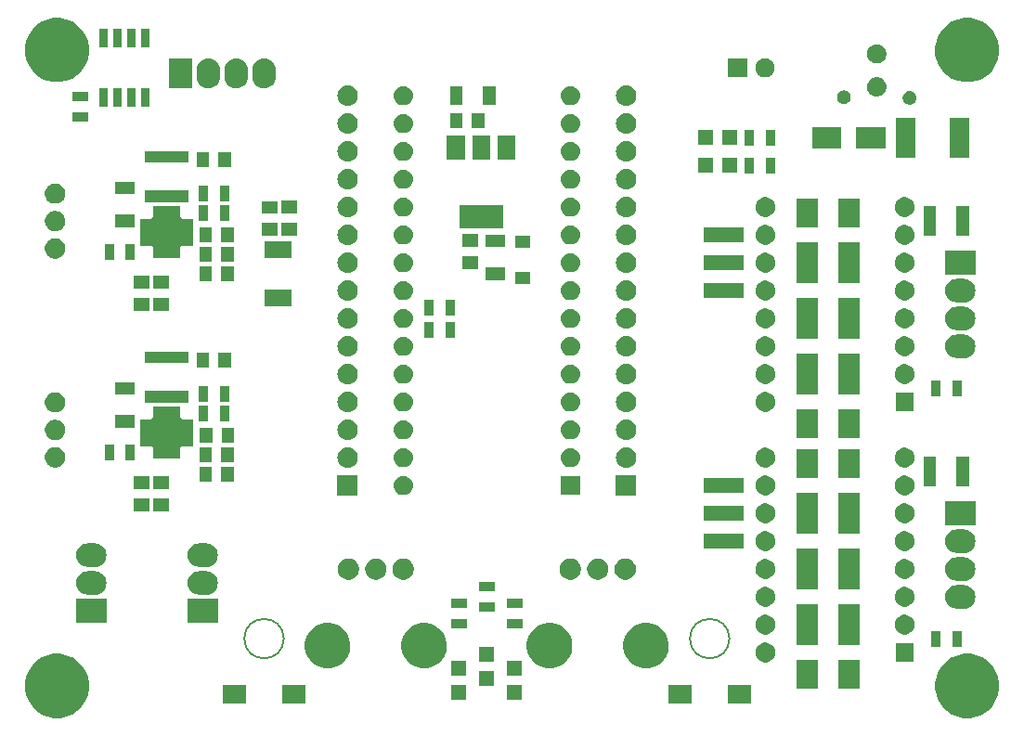
<source format=gbr>
G04 #@! TF.GenerationSoftware,KiCad,Pcbnew,(2018-01-19 revision 673f03e59)-master*
G04 #@! TF.CreationDate,2018-01-28T16:50:16+01:00*
G04 #@! TF.ProjectId,microman-kit,6D6963726F6D616E2D6B69742E6B6963,r1*
G04 #@! TF.SameCoordinates,Original*
G04 #@! TF.FileFunction,Soldermask,Top*
G04 #@! TF.FilePolarity,Negative*
%FSLAX46Y46*%
G04 Gerber Fmt 4.6, Leading zero omitted, Abs format (unit mm)*
G04 Created by KiCad (PCBNEW (2018-01-19 revision 673f03e59)-master) date Sun Jan 28 16:50:16 2018*
%MOMM*%
%LPD*%
G01*
G04 APERTURE LIST*
%ADD10C,0.200000*%
%ADD11C,0.100000*%
G04 APERTURE END LIST*
D10*
X161816051Y-123190000D02*
G75*
G03X161816051Y-123190000I-1796051J0D01*
G01*
X121176051Y-123190000D02*
G75*
G03X121176051Y-123190000I-1796051J0D01*
G01*
D11*
G36*
X101353191Y-124687406D02*
X101353193Y-124687407D01*
X101353194Y-124687407D01*
X101833959Y-124886546D01*
X101885507Y-124907898D01*
X102364579Y-125228004D01*
X102771996Y-125635421D01*
X103092102Y-126114493D01*
X103312594Y-126646809D01*
X103425000Y-127211913D01*
X103425000Y-127788087D01*
X103312594Y-128353191D01*
X103092102Y-128885507D01*
X102771996Y-129364579D01*
X102364579Y-129771996D01*
X101885507Y-130092102D01*
X101353194Y-130312593D01*
X101353193Y-130312593D01*
X101353191Y-130312594D01*
X100788087Y-130425000D01*
X100211913Y-130425000D01*
X99646809Y-130312594D01*
X99646807Y-130312593D01*
X99646806Y-130312593D01*
X99114493Y-130092102D01*
X98635421Y-129771996D01*
X98228004Y-129364579D01*
X97907898Y-128885507D01*
X97687406Y-128353191D01*
X97575000Y-127788087D01*
X97575000Y-127211913D01*
X97687406Y-126646809D01*
X97907898Y-126114493D01*
X98228004Y-125635421D01*
X98635421Y-125228004D01*
X99114493Y-124907898D01*
X99166041Y-124886546D01*
X99646806Y-124687407D01*
X99646807Y-124687407D01*
X99646809Y-124687406D01*
X100211913Y-124575000D01*
X100788087Y-124575000D01*
X101353191Y-124687406D01*
X101353191Y-124687406D01*
G37*
G36*
X184353191Y-124687406D02*
X184353193Y-124687407D01*
X184353194Y-124687407D01*
X184833959Y-124886546D01*
X184885507Y-124907898D01*
X185364579Y-125228004D01*
X185771996Y-125635421D01*
X186092102Y-126114493D01*
X186312594Y-126646809D01*
X186425000Y-127211913D01*
X186425000Y-127788087D01*
X186312594Y-128353191D01*
X186092102Y-128885507D01*
X185771996Y-129364579D01*
X185364579Y-129771996D01*
X184885507Y-130092102D01*
X184353194Y-130312593D01*
X184353193Y-130312593D01*
X184353191Y-130312594D01*
X183788087Y-130425000D01*
X183211913Y-130425000D01*
X182646809Y-130312594D01*
X182646807Y-130312593D01*
X182646806Y-130312593D01*
X182114493Y-130092102D01*
X181635421Y-129771996D01*
X181228004Y-129364579D01*
X180907898Y-128885507D01*
X180687406Y-128353191D01*
X180575000Y-127788087D01*
X180575000Y-127211913D01*
X180687406Y-126646809D01*
X180907898Y-126114493D01*
X181228004Y-125635421D01*
X181635421Y-125228004D01*
X182114493Y-124907898D01*
X182166041Y-124886546D01*
X182646806Y-124687407D01*
X182646807Y-124687407D01*
X182646809Y-124687406D01*
X183211913Y-124575000D01*
X183788087Y-124575000D01*
X184353191Y-124687406D01*
X184353191Y-124687406D01*
G37*
G36*
X158395000Y-129145000D02*
X156245000Y-129145000D01*
X156245000Y-127395000D01*
X158395000Y-127395000D01*
X158395000Y-129145000D01*
X158395000Y-129145000D01*
G37*
G36*
X123155000Y-129145000D02*
X121005000Y-129145000D01*
X121005000Y-127395000D01*
X123155000Y-127395000D01*
X123155000Y-129145000D01*
X123155000Y-129145000D01*
G37*
G36*
X117755000Y-129145000D02*
X115605000Y-129145000D01*
X115605000Y-127395000D01*
X117755000Y-127395000D01*
X117755000Y-129145000D01*
X117755000Y-129145000D01*
G37*
G36*
X163795000Y-129145000D02*
X161645000Y-129145000D01*
X161645000Y-127395000D01*
X163795000Y-127395000D01*
X163795000Y-129145000D01*
X163795000Y-129145000D01*
G37*
G36*
X142915000Y-128775000D02*
X141565000Y-128775000D01*
X141565000Y-127425000D01*
X142915000Y-127425000D01*
X142915000Y-128775000D01*
X142915000Y-128775000D01*
G37*
G36*
X137835000Y-128775000D02*
X136485000Y-128775000D01*
X136485000Y-127425000D01*
X137835000Y-127425000D01*
X137835000Y-128775000D01*
X137835000Y-128775000D01*
G37*
G36*
X173695000Y-127785000D02*
X171745000Y-127785000D01*
X171745000Y-125135000D01*
X173695000Y-125135000D01*
X173695000Y-127785000D01*
X173695000Y-127785000D01*
G37*
G36*
X169885000Y-127785000D02*
X167935000Y-127785000D01*
X167935000Y-125135000D01*
X169885000Y-125135000D01*
X169885000Y-127785000D01*
X169885000Y-127785000D01*
G37*
G36*
X140375000Y-127505000D02*
X139025000Y-127505000D01*
X139025000Y-126155000D01*
X140375000Y-126155000D01*
X140375000Y-127505000D01*
X140375000Y-127505000D01*
G37*
G36*
X142915000Y-126575000D02*
X141565000Y-126575000D01*
X141565000Y-125225000D01*
X142915000Y-125225000D01*
X142915000Y-126575000D01*
X142915000Y-126575000D01*
G37*
G36*
X137835000Y-126575000D02*
X136485000Y-126575000D01*
X136485000Y-125225000D01*
X137835000Y-125225000D01*
X137835000Y-126575000D01*
X137835000Y-126575000D01*
G37*
G36*
X146025255Y-121844741D02*
X146025257Y-121844742D01*
X146025258Y-121844742D01*
X146402881Y-122001159D01*
X146742734Y-122228241D01*
X147031759Y-122517266D01*
X147211250Y-122785894D01*
X147258841Y-122857119D01*
X147415259Y-123234745D01*
X147495000Y-123635630D01*
X147495000Y-124044370D01*
X147429968Y-124371309D01*
X147415258Y-124445258D01*
X147258841Y-124822881D01*
X147031759Y-125162734D01*
X146742734Y-125451759D01*
X146402881Y-125678841D01*
X146025258Y-125835258D01*
X146025257Y-125835258D01*
X146025255Y-125835259D01*
X145624370Y-125915000D01*
X145215630Y-125915000D01*
X144814745Y-125835259D01*
X144814743Y-125835258D01*
X144814742Y-125835258D01*
X144437119Y-125678841D01*
X144097266Y-125451759D01*
X143808241Y-125162734D01*
X143581159Y-124822881D01*
X143424742Y-124445258D01*
X143410033Y-124371309D01*
X143345000Y-124044370D01*
X143345000Y-123635630D01*
X143424741Y-123234745D01*
X143581159Y-122857119D01*
X143628750Y-122785894D01*
X143808241Y-122517266D01*
X144097266Y-122228241D01*
X144437119Y-122001159D01*
X144814742Y-121844742D01*
X144814743Y-121844742D01*
X144814745Y-121844741D01*
X145215630Y-121765000D01*
X145624370Y-121765000D01*
X146025255Y-121844741D01*
X146025255Y-121844741D01*
G37*
G36*
X154825255Y-121844741D02*
X154825257Y-121844742D01*
X154825258Y-121844742D01*
X155202881Y-122001159D01*
X155542734Y-122228241D01*
X155831759Y-122517266D01*
X156011250Y-122785894D01*
X156058841Y-122857119D01*
X156215259Y-123234745D01*
X156295000Y-123635630D01*
X156295000Y-124044370D01*
X156229968Y-124371309D01*
X156215258Y-124445258D01*
X156058841Y-124822881D01*
X155831759Y-125162734D01*
X155542734Y-125451759D01*
X155202881Y-125678841D01*
X154825258Y-125835258D01*
X154825257Y-125835258D01*
X154825255Y-125835259D01*
X154424370Y-125915000D01*
X154015630Y-125915000D01*
X153614745Y-125835259D01*
X153614743Y-125835258D01*
X153614742Y-125835258D01*
X153237119Y-125678841D01*
X152897266Y-125451759D01*
X152608241Y-125162734D01*
X152381159Y-124822881D01*
X152224742Y-124445258D01*
X152210033Y-124371309D01*
X152145000Y-124044370D01*
X152145000Y-123635630D01*
X152224741Y-123234745D01*
X152381159Y-122857119D01*
X152428750Y-122785894D01*
X152608241Y-122517266D01*
X152897266Y-122228241D01*
X153237119Y-122001159D01*
X153614742Y-121844742D01*
X153614743Y-121844742D01*
X153614745Y-121844741D01*
X154015630Y-121765000D01*
X154424370Y-121765000D01*
X154825255Y-121844741D01*
X154825255Y-121844741D01*
G37*
G36*
X125785255Y-121844741D02*
X125785257Y-121844742D01*
X125785258Y-121844742D01*
X126162881Y-122001159D01*
X126502734Y-122228241D01*
X126791759Y-122517266D01*
X126971250Y-122785894D01*
X127018841Y-122857119D01*
X127175259Y-123234745D01*
X127255000Y-123635630D01*
X127255000Y-124044370D01*
X127189968Y-124371309D01*
X127175258Y-124445258D01*
X127018841Y-124822881D01*
X126791759Y-125162734D01*
X126502734Y-125451759D01*
X126162881Y-125678841D01*
X125785258Y-125835258D01*
X125785257Y-125835258D01*
X125785255Y-125835259D01*
X125384370Y-125915000D01*
X124975630Y-125915000D01*
X124574745Y-125835259D01*
X124574743Y-125835258D01*
X124574742Y-125835258D01*
X124197119Y-125678841D01*
X123857266Y-125451759D01*
X123568241Y-125162734D01*
X123341159Y-124822881D01*
X123184742Y-124445258D01*
X123170033Y-124371309D01*
X123105000Y-124044370D01*
X123105000Y-123635630D01*
X123184741Y-123234745D01*
X123341159Y-122857119D01*
X123388750Y-122785894D01*
X123568241Y-122517266D01*
X123857266Y-122228241D01*
X124197119Y-122001159D01*
X124574742Y-121844742D01*
X124574743Y-121844742D01*
X124574745Y-121844741D01*
X124975630Y-121765000D01*
X125384370Y-121765000D01*
X125785255Y-121844741D01*
X125785255Y-121844741D01*
G37*
G36*
X134585255Y-121844741D02*
X134585257Y-121844742D01*
X134585258Y-121844742D01*
X134962881Y-122001159D01*
X135302734Y-122228241D01*
X135591759Y-122517266D01*
X135771250Y-122785894D01*
X135818841Y-122857119D01*
X135975259Y-123234745D01*
X136055000Y-123635630D01*
X136055000Y-124044370D01*
X135989968Y-124371309D01*
X135975258Y-124445258D01*
X135818841Y-124822881D01*
X135591759Y-125162734D01*
X135302734Y-125451759D01*
X134962881Y-125678841D01*
X134585258Y-125835258D01*
X134585257Y-125835258D01*
X134585255Y-125835259D01*
X134184370Y-125915000D01*
X133775630Y-125915000D01*
X133374745Y-125835259D01*
X133374743Y-125835258D01*
X133374742Y-125835258D01*
X132997119Y-125678841D01*
X132657266Y-125451759D01*
X132368241Y-125162734D01*
X132141159Y-124822881D01*
X131984742Y-124445258D01*
X131970033Y-124371309D01*
X131905000Y-124044370D01*
X131905000Y-123635630D01*
X131984741Y-123234745D01*
X132141159Y-122857119D01*
X132188750Y-122785894D01*
X132368241Y-122517266D01*
X132657266Y-122228241D01*
X132997119Y-122001159D01*
X133374742Y-121844742D01*
X133374743Y-121844742D01*
X133374745Y-121844741D01*
X133775630Y-121765000D01*
X134184370Y-121765000D01*
X134585255Y-121844741D01*
X134585255Y-121844741D01*
G37*
G36*
X165362664Y-123594105D02*
X165362667Y-123594106D01*
X165362666Y-123594106D01*
X165526547Y-123661987D01*
X165674035Y-123760536D01*
X165799464Y-123885965D01*
X165898013Y-124033453D01*
X165898013Y-124033454D01*
X165965895Y-124197336D01*
X166000500Y-124371306D01*
X166000500Y-124548694D01*
X165965895Y-124722664D01*
X165965894Y-124722666D01*
X165898013Y-124886547D01*
X165832165Y-124985095D01*
X165799465Y-125034034D01*
X165674034Y-125159465D01*
X165669140Y-125162735D01*
X165526547Y-125258013D01*
X165413109Y-125305000D01*
X165362664Y-125325895D01*
X165188694Y-125360500D01*
X165011306Y-125360500D01*
X164837336Y-125325895D01*
X164786891Y-125305000D01*
X164673453Y-125258013D01*
X164530860Y-125162735D01*
X164525966Y-125159465D01*
X164400535Y-125034034D01*
X164367835Y-124985095D01*
X164301987Y-124886547D01*
X164234106Y-124722666D01*
X164234105Y-124722664D01*
X164199500Y-124548694D01*
X164199500Y-124371306D01*
X164234105Y-124197336D01*
X164301987Y-124033454D01*
X164301987Y-124033453D01*
X164400536Y-123885965D01*
X164525965Y-123760536D01*
X164673453Y-123661987D01*
X164837334Y-123594106D01*
X164837333Y-123594106D01*
X164837336Y-123594105D01*
X165011306Y-123559500D01*
X165188694Y-123559500D01*
X165362664Y-123594105D01*
X165362664Y-123594105D01*
G37*
G36*
X140375000Y-125305000D02*
X139025000Y-125305000D01*
X139025000Y-123955000D01*
X140375000Y-123955000D01*
X140375000Y-125305000D01*
X140375000Y-125305000D01*
G37*
G36*
X178625000Y-125285000D02*
X176975000Y-125285000D01*
X176975000Y-123635000D01*
X178625000Y-123635000D01*
X178625000Y-125285000D01*
X178625000Y-125285000D01*
G37*
G36*
X181085000Y-123915000D02*
X180235000Y-123915000D01*
X180235000Y-122465000D01*
X181085000Y-122465000D01*
X181085000Y-123915000D01*
X181085000Y-123915000D01*
G37*
G36*
X182985000Y-123915000D02*
X182135000Y-123915000D01*
X182135000Y-122465000D01*
X182985000Y-122465000D01*
X182985000Y-123915000D01*
X182985000Y-123915000D01*
G37*
G36*
X169885000Y-123785000D02*
X167935000Y-123785000D01*
X167935000Y-120055000D01*
X169885000Y-120055000D01*
X169885000Y-123785000D01*
X169885000Y-123785000D01*
G37*
G36*
X173695000Y-123785000D02*
X171745000Y-123785000D01*
X171745000Y-120055000D01*
X173695000Y-120055000D01*
X173695000Y-123785000D01*
X173695000Y-123785000D01*
G37*
G36*
X178062664Y-121054105D02*
X178062667Y-121054106D01*
X178062666Y-121054106D01*
X178226547Y-121121987D01*
X178374035Y-121220536D01*
X178499464Y-121345965D01*
X178598013Y-121493453D01*
X178598013Y-121493454D01*
X178665895Y-121657336D01*
X178700500Y-121831306D01*
X178700500Y-122008694D01*
X178665895Y-122182664D01*
X178665894Y-122182666D01*
X178598013Y-122346547D01*
X178499464Y-122494035D01*
X178374035Y-122619464D01*
X178226547Y-122718013D01*
X178110666Y-122766012D01*
X178062664Y-122785895D01*
X177888694Y-122820500D01*
X177711306Y-122820500D01*
X177537336Y-122785895D01*
X177489334Y-122766012D01*
X177373453Y-122718013D01*
X177225965Y-122619464D01*
X177100536Y-122494035D01*
X177001987Y-122346547D01*
X176934106Y-122182666D01*
X176934105Y-122182664D01*
X176899500Y-122008694D01*
X176899500Y-121831306D01*
X176934105Y-121657336D01*
X177001987Y-121493454D01*
X177001987Y-121493453D01*
X177100536Y-121345965D01*
X177225965Y-121220536D01*
X177373453Y-121121987D01*
X177537334Y-121054106D01*
X177537333Y-121054106D01*
X177537336Y-121054105D01*
X177711306Y-121019500D01*
X177888694Y-121019500D01*
X178062664Y-121054105D01*
X178062664Y-121054105D01*
G37*
G36*
X165362664Y-121054105D02*
X165362667Y-121054106D01*
X165362666Y-121054106D01*
X165526547Y-121121987D01*
X165674035Y-121220536D01*
X165799464Y-121345965D01*
X165898013Y-121493453D01*
X165898013Y-121493454D01*
X165965895Y-121657336D01*
X166000500Y-121831306D01*
X166000500Y-122008694D01*
X165965895Y-122182664D01*
X165965894Y-122182666D01*
X165898013Y-122346547D01*
X165799464Y-122494035D01*
X165674035Y-122619464D01*
X165526547Y-122718013D01*
X165410666Y-122766012D01*
X165362664Y-122785895D01*
X165188694Y-122820500D01*
X165011306Y-122820500D01*
X164837336Y-122785895D01*
X164789334Y-122766012D01*
X164673453Y-122718013D01*
X164525965Y-122619464D01*
X164400536Y-122494035D01*
X164301987Y-122346547D01*
X164234106Y-122182666D01*
X164234105Y-122182664D01*
X164199500Y-122008694D01*
X164199500Y-121831306D01*
X164234105Y-121657336D01*
X164301987Y-121493454D01*
X164301987Y-121493453D01*
X164400536Y-121345965D01*
X164525965Y-121220536D01*
X164673453Y-121121987D01*
X164837334Y-121054106D01*
X164837333Y-121054106D01*
X164837336Y-121054105D01*
X165011306Y-121019500D01*
X165188694Y-121019500D01*
X165362664Y-121054105D01*
X165362664Y-121054105D01*
G37*
G36*
X137885000Y-122279000D02*
X136435000Y-122279000D01*
X136435000Y-121429000D01*
X137885000Y-121429000D01*
X137885000Y-122279000D01*
X137885000Y-122279000D01*
G37*
G36*
X142965000Y-122279000D02*
X141515000Y-122279000D01*
X141515000Y-121429000D01*
X142965000Y-121429000D01*
X142965000Y-122279000D01*
X142965000Y-122279000D01*
G37*
G36*
X115167000Y-121725000D02*
X112417000Y-121725000D01*
X112417000Y-119575000D01*
X115167000Y-119575000D01*
X115167000Y-121725000D01*
X115167000Y-121725000D01*
G37*
G36*
X105007000Y-121725000D02*
X102257000Y-121725000D01*
X102257000Y-119575000D01*
X105007000Y-119575000D01*
X105007000Y-121725000D01*
X105007000Y-121725000D01*
G37*
G36*
X140425000Y-120755000D02*
X138975000Y-120755000D01*
X138975000Y-119905000D01*
X140425000Y-119905000D01*
X140425000Y-120755000D01*
X140425000Y-120755000D01*
G37*
G36*
X183197605Y-118305076D02*
X183197611Y-118305077D01*
X183201662Y-118305105D01*
X183410158Y-118328491D01*
X183610141Y-118391930D01*
X183793993Y-118493003D01*
X183954711Y-118627862D01*
X184086175Y-118791370D01*
X184183376Y-118977298D01*
X184242612Y-119178565D01*
X184242618Y-119178626D01*
X184242626Y-119178655D01*
X184261631Y-119387500D01*
X184239711Y-119596061D01*
X184239704Y-119596084D01*
X184239696Y-119596159D01*
X184177656Y-119796579D01*
X184077868Y-119981132D01*
X183944135Y-120142789D01*
X183781549Y-120275390D01*
X183596304Y-120373887D01*
X183395455Y-120434527D01*
X183186653Y-120455000D01*
X182573279Y-120455000D01*
X182562395Y-120454924D01*
X182562389Y-120454923D01*
X182558338Y-120454895D01*
X182349842Y-120431509D01*
X182149859Y-120368070D01*
X181966007Y-120266997D01*
X181805289Y-120132138D01*
X181673825Y-119968630D01*
X181576624Y-119782702D01*
X181517388Y-119581435D01*
X181517382Y-119581374D01*
X181517374Y-119581345D01*
X181498369Y-119372500D01*
X181520289Y-119163939D01*
X181520296Y-119163916D01*
X181520304Y-119163841D01*
X181582344Y-118963421D01*
X181682132Y-118778868D01*
X181815865Y-118617211D01*
X181978451Y-118484610D01*
X182163696Y-118386113D01*
X182364545Y-118325473D01*
X182573347Y-118305000D01*
X183186721Y-118305000D01*
X183197605Y-118305076D01*
X183197605Y-118305076D01*
G37*
G36*
X142965000Y-120379000D02*
X141515000Y-120379000D01*
X141515000Y-119529000D01*
X142965000Y-119529000D01*
X142965000Y-120379000D01*
X142965000Y-120379000D01*
G37*
G36*
X137885000Y-120379000D02*
X136435000Y-120379000D01*
X136435000Y-119529000D01*
X137885000Y-119529000D01*
X137885000Y-120379000D01*
X137885000Y-120379000D01*
G37*
G36*
X178062664Y-118514105D02*
X178062667Y-118514106D01*
X178062666Y-118514106D01*
X178226547Y-118581987D01*
X178374035Y-118680536D01*
X178499464Y-118805965D01*
X178598013Y-118953453D01*
X178615884Y-118996599D01*
X178665895Y-119117336D01*
X178700500Y-119291306D01*
X178700500Y-119468694D01*
X178665895Y-119642664D01*
X178665894Y-119642666D01*
X178598013Y-119806547D01*
X178499464Y-119954035D01*
X178374035Y-120079464D01*
X178226547Y-120178013D01*
X178110666Y-120226012D01*
X178062664Y-120245895D01*
X177888694Y-120280500D01*
X177711306Y-120280500D01*
X177537336Y-120245895D01*
X177489334Y-120226012D01*
X177373453Y-120178013D01*
X177225965Y-120079464D01*
X177100536Y-119954035D01*
X177001987Y-119806547D01*
X176934106Y-119642666D01*
X176934105Y-119642664D01*
X176899500Y-119468694D01*
X176899500Y-119291306D01*
X176934105Y-119117336D01*
X176984116Y-118996599D01*
X177001987Y-118953453D01*
X177100536Y-118805965D01*
X177225965Y-118680536D01*
X177373453Y-118581987D01*
X177537334Y-118514106D01*
X177537333Y-118514106D01*
X177537336Y-118514105D01*
X177711306Y-118479500D01*
X177888694Y-118479500D01*
X178062664Y-118514105D01*
X178062664Y-118514105D01*
G37*
G36*
X165362664Y-118514105D02*
X165362667Y-118514106D01*
X165362666Y-118514106D01*
X165526547Y-118581987D01*
X165674035Y-118680536D01*
X165799464Y-118805965D01*
X165898013Y-118953453D01*
X165915884Y-118996599D01*
X165965895Y-119117336D01*
X166000500Y-119291306D01*
X166000500Y-119468694D01*
X165965895Y-119642664D01*
X165965894Y-119642666D01*
X165898013Y-119806547D01*
X165799464Y-119954035D01*
X165674035Y-120079464D01*
X165526547Y-120178013D01*
X165410666Y-120226012D01*
X165362664Y-120245895D01*
X165188694Y-120280500D01*
X165011306Y-120280500D01*
X164837336Y-120245895D01*
X164789334Y-120226012D01*
X164673453Y-120178013D01*
X164525965Y-120079464D01*
X164400536Y-119954035D01*
X164301987Y-119806547D01*
X164234106Y-119642666D01*
X164234105Y-119642664D01*
X164199500Y-119468694D01*
X164199500Y-119291306D01*
X164234105Y-119117336D01*
X164284116Y-118996599D01*
X164301987Y-118953453D01*
X164400536Y-118805965D01*
X164525965Y-118680536D01*
X164673453Y-118581987D01*
X164837334Y-118514106D01*
X164837333Y-118514106D01*
X164837336Y-118514105D01*
X165011306Y-118479500D01*
X165188694Y-118479500D01*
X165362664Y-118514105D01*
X165362664Y-118514105D01*
G37*
G36*
X114109605Y-117035076D02*
X114109611Y-117035077D01*
X114113662Y-117035105D01*
X114322158Y-117058491D01*
X114522141Y-117121930D01*
X114705993Y-117223003D01*
X114866711Y-117357862D01*
X114998175Y-117521370D01*
X115095376Y-117707298D01*
X115154612Y-117908565D01*
X115154618Y-117908626D01*
X115154626Y-117908655D01*
X115173631Y-118117500D01*
X115151711Y-118326061D01*
X115151704Y-118326084D01*
X115151696Y-118326159D01*
X115089656Y-118526579D01*
X114989868Y-118711132D01*
X114856135Y-118872789D01*
X114693549Y-119005390D01*
X114508304Y-119103887D01*
X114307455Y-119164527D01*
X114098653Y-119185000D01*
X113485279Y-119185000D01*
X113474395Y-119184924D01*
X113474389Y-119184923D01*
X113470338Y-119184895D01*
X113261842Y-119161509D01*
X113061859Y-119098070D01*
X112878007Y-118996997D01*
X112717289Y-118862138D01*
X112585825Y-118698630D01*
X112488624Y-118512702D01*
X112429388Y-118311435D01*
X112429382Y-118311374D01*
X112429374Y-118311345D01*
X112410369Y-118102500D01*
X112432289Y-117893939D01*
X112432296Y-117893916D01*
X112432304Y-117893841D01*
X112494344Y-117693421D01*
X112594132Y-117508868D01*
X112727865Y-117347211D01*
X112890451Y-117214610D01*
X113075696Y-117116113D01*
X113276545Y-117055473D01*
X113485347Y-117035000D01*
X114098721Y-117035000D01*
X114109605Y-117035076D01*
X114109605Y-117035076D01*
G37*
G36*
X103949605Y-117035076D02*
X103949611Y-117035077D01*
X103953662Y-117035105D01*
X104162158Y-117058491D01*
X104362141Y-117121930D01*
X104545993Y-117223003D01*
X104706711Y-117357862D01*
X104838175Y-117521370D01*
X104935376Y-117707298D01*
X104994612Y-117908565D01*
X104994618Y-117908626D01*
X104994626Y-117908655D01*
X105013631Y-118117500D01*
X104991711Y-118326061D01*
X104991704Y-118326084D01*
X104991696Y-118326159D01*
X104929656Y-118526579D01*
X104829868Y-118711132D01*
X104696135Y-118872789D01*
X104533549Y-119005390D01*
X104348304Y-119103887D01*
X104147455Y-119164527D01*
X103938653Y-119185000D01*
X103325279Y-119185000D01*
X103314395Y-119184924D01*
X103314389Y-119184923D01*
X103310338Y-119184895D01*
X103101842Y-119161509D01*
X102901859Y-119098070D01*
X102718007Y-118996997D01*
X102557289Y-118862138D01*
X102425825Y-118698630D01*
X102328624Y-118512702D01*
X102269388Y-118311435D01*
X102269382Y-118311374D01*
X102269374Y-118311345D01*
X102250369Y-118102500D01*
X102272289Y-117893939D01*
X102272296Y-117893916D01*
X102272304Y-117893841D01*
X102334344Y-117693421D01*
X102434132Y-117508868D01*
X102567865Y-117347211D01*
X102730451Y-117214610D01*
X102915696Y-117116113D01*
X103116545Y-117055473D01*
X103325347Y-117035000D01*
X103938721Y-117035000D01*
X103949605Y-117035076D01*
X103949605Y-117035076D01*
G37*
G36*
X140425000Y-118855000D02*
X138975000Y-118855000D01*
X138975000Y-118005000D01*
X140425000Y-118005000D01*
X140425000Y-118855000D01*
X140425000Y-118855000D01*
G37*
G36*
X169885000Y-118705000D02*
X167935000Y-118705000D01*
X167935000Y-114975000D01*
X169885000Y-114975000D01*
X169885000Y-118705000D01*
X169885000Y-118705000D01*
G37*
G36*
X173695000Y-118705000D02*
X171745000Y-118705000D01*
X171745000Y-114975000D01*
X173695000Y-114975000D01*
X173695000Y-118705000D01*
X173695000Y-118705000D01*
G37*
G36*
X183197605Y-115765076D02*
X183197611Y-115765077D01*
X183201662Y-115765105D01*
X183410158Y-115788491D01*
X183610141Y-115851930D01*
X183793993Y-115953003D01*
X183954711Y-116087862D01*
X184086175Y-116251370D01*
X184183376Y-116437298D01*
X184242612Y-116638565D01*
X184242618Y-116638626D01*
X184242626Y-116638655D01*
X184261631Y-116847500D01*
X184239711Y-117056061D01*
X184239704Y-117056084D01*
X184239696Y-117056159D01*
X184177656Y-117256579D01*
X184077868Y-117441132D01*
X183944135Y-117602789D01*
X183781549Y-117735390D01*
X183596304Y-117833887D01*
X183395455Y-117894527D01*
X183186653Y-117915000D01*
X182573279Y-117915000D01*
X182562395Y-117914924D01*
X182562389Y-117914923D01*
X182558338Y-117914895D01*
X182349842Y-117891509D01*
X182149859Y-117828070D01*
X181966007Y-117726997D01*
X181805289Y-117592138D01*
X181673825Y-117428630D01*
X181576624Y-117242702D01*
X181517388Y-117041435D01*
X181517382Y-117041374D01*
X181517374Y-117041345D01*
X181498369Y-116832500D01*
X181520289Y-116623939D01*
X181520296Y-116623916D01*
X181520304Y-116623841D01*
X181582344Y-116423421D01*
X181682132Y-116238868D01*
X181815865Y-116077211D01*
X181978451Y-115944610D01*
X182163696Y-115846113D01*
X182364545Y-115785473D01*
X182573347Y-115765000D01*
X183186721Y-115765000D01*
X183197605Y-115765076D01*
X183197605Y-115765076D01*
G37*
G36*
X152604397Y-115902468D02*
X152781836Y-115975966D01*
X152941527Y-116082668D01*
X153077332Y-116218473D01*
X153184034Y-116378164D01*
X153257532Y-116555603D01*
X153295000Y-116743971D01*
X153295000Y-116936029D01*
X153257532Y-117124397D01*
X153184034Y-117301836D01*
X153077332Y-117461527D01*
X152941527Y-117597332D01*
X152781836Y-117704034D01*
X152604397Y-117777532D01*
X152416029Y-117815000D01*
X152223971Y-117815000D01*
X152035603Y-117777532D01*
X151858164Y-117704034D01*
X151698473Y-117597332D01*
X151562668Y-117461527D01*
X151455966Y-117301836D01*
X151382468Y-117124397D01*
X151345000Y-116936029D01*
X151345000Y-116743971D01*
X151382468Y-116555603D01*
X151455966Y-116378164D01*
X151562668Y-116218473D01*
X151698473Y-116082668D01*
X151858164Y-115975966D01*
X152035603Y-115902468D01*
X152223971Y-115865000D01*
X152416029Y-115865000D01*
X152604397Y-115902468D01*
X152604397Y-115902468D01*
G37*
G36*
X150104397Y-115902468D02*
X150281836Y-115975966D01*
X150441527Y-116082668D01*
X150577332Y-116218473D01*
X150684034Y-116378164D01*
X150757532Y-116555603D01*
X150795000Y-116743971D01*
X150795000Y-116936029D01*
X150757532Y-117124397D01*
X150684034Y-117301836D01*
X150577332Y-117461527D01*
X150441527Y-117597332D01*
X150281836Y-117704034D01*
X150104397Y-117777532D01*
X149916029Y-117815000D01*
X149723971Y-117815000D01*
X149535603Y-117777532D01*
X149358164Y-117704034D01*
X149198473Y-117597332D01*
X149062668Y-117461527D01*
X148955966Y-117301836D01*
X148882468Y-117124397D01*
X148845000Y-116936029D01*
X148845000Y-116743971D01*
X148882468Y-116555603D01*
X148955966Y-116378164D01*
X149062668Y-116218473D01*
X149198473Y-116082668D01*
X149358164Y-115975966D01*
X149535603Y-115902468D01*
X149723971Y-115865000D01*
X149916029Y-115865000D01*
X150104397Y-115902468D01*
X150104397Y-115902468D01*
G37*
G36*
X127364397Y-115902468D02*
X127541836Y-115975966D01*
X127701527Y-116082668D01*
X127837332Y-116218473D01*
X127944034Y-116378164D01*
X128017532Y-116555603D01*
X128055000Y-116743971D01*
X128055000Y-116936029D01*
X128017532Y-117124397D01*
X127944034Y-117301836D01*
X127837332Y-117461527D01*
X127701527Y-117597332D01*
X127541836Y-117704034D01*
X127364397Y-117777532D01*
X127176029Y-117815000D01*
X126983971Y-117815000D01*
X126795603Y-117777532D01*
X126618164Y-117704034D01*
X126458473Y-117597332D01*
X126322668Y-117461527D01*
X126215966Y-117301836D01*
X126142468Y-117124397D01*
X126105000Y-116936029D01*
X126105000Y-116743971D01*
X126142468Y-116555603D01*
X126215966Y-116378164D01*
X126322668Y-116218473D01*
X126458473Y-116082668D01*
X126618164Y-115975966D01*
X126795603Y-115902468D01*
X126983971Y-115865000D01*
X127176029Y-115865000D01*
X127364397Y-115902468D01*
X127364397Y-115902468D01*
G37*
G36*
X147604397Y-115902468D02*
X147781836Y-115975966D01*
X147941527Y-116082668D01*
X148077332Y-116218473D01*
X148184034Y-116378164D01*
X148257532Y-116555603D01*
X148295000Y-116743971D01*
X148295000Y-116936029D01*
X148257532Y-117124397D01*
X148184034Y-117301836D01*
X148077332Y-117461527D01*
X147941527Y-117597332D01*
X147781836Y-117704034D01*
X147604397Y-117777532D01*
X147416029Y-117815000D01*
X147223971Y-117815000D01*
X147035603Y-117777532D01*
X146858164Y-117704034D01*
X146698473Y-117597332D01*
X146562668Y-117461527D01*
X146455966Y-117301836D01*
X146382468Y-117124397D01*
X146345000Y-116936029D01*
X146345000Y-116743971D01*
X146382468Y-116555603D01*
X146455966Y-116378164D01*
X146562668Y-116218473D01*
X146698473Y-116082668D01*
X146858164Y-115975966D01*
X147035603Y-115902468D01*
X147223971Y-115865000D01*
X147416029Y-115865000D01*
X147604397Y-115902468D01*
X147604397Y-115902468D01*
G37*
G36*
X132364397Y-115902468D02*
X132541836Y-115975966D01*
X132701527Y-116082668D01*
X132837332Y-116218473D01*
X132944034Y-116378164D01*
X133017532Y-116555603D01*
X133055000Y-116743971D01*
X133055000Y-116936029D01*
X133017532Y-117124397D01*
X132944034Y-117301836D01*
X132837332Y-117461527D01*
X132701527Y-117597332D01*
X132541836Y-117704034D01*
X132364397Y-117777532D01*
X132176029Y-117815000D01*
X131983971Y-117815000D01*
X131795603Y-117777532D01*
X131618164Y-117704034D01*
X131458473Y-117597332D01*
X131322668Y-117461527D01*
X131215966Y-117301836D01*
X131142468Y-117124397D01*
X131105000Y-116936029D01*
X131105000Y-116743971D01*
X131142468Y-116555603D01*
X131215966Y-116378164D01*
X131322668Y-116218473D01*
X131458473Y-116082668D01*
X131618164Y-115975966D01*
X131795603Y-115902468D01*
X131983971Y-115865000D01*
X132176029Y-115865000D01*
X132364397Y-115902468D01*
X132364397Y-115902468D01*
G37*
G36*
X129864397Y-115902468D02*
X130041836Y-115975966D01*
X130201527Y-116082668D01*
X130337332Y-116218473D01*
X130444034Y-116378164D01*
X130517532Y-116555603D01*
X130555000Y-116743971D01*
X130555000Y-116936029D01*
X130517532Y-117124397D01*
X130444034Y-117301836D01*
X130337332Y-117461527D01*
X130201527Y-117597332D01*
X130041836Y-117704034D01*
X129864397Y-117777532D01*
X129676029Y-117815000D01*
X129483971Y-117815000D01*
X129295603Y-117777532D01*
X129118164Y-117704034D01*
X128958473Y-117597332D01*
X128822668Y-117461527D01*
X128715966Y-117301836D01*
X128642468Y-117124397D01*
X128605000Y-116936029D01*
X128605000Y-116743971D01*
X128642468Y-116555603D01*
X128715966Y-116378164D01*
X128822668Y-116218473D01*
X128958473Y-116082668D01*
X129118164Y-115975966D01*
X129295603Y-115902468D01*
X129483971Y-115865000D01*
X129676029Y-115865000D01*
X129864397Y-115902468D01*
X129864397Y-115902468D01*
G37*
G36*
X178062664Y-115974105D02*
X178092335Y-115986395D01*
X178226547Y-116041987D01*
X178374035Y-116140536D01*
X178499464Y-116265965D01*
X178598013Y-116413453D01*
X178615884Y-116456599D01*
X178665895Y-116577336D01*
X178700500Y-116751306D01*
X178700500Y-116928694D01*
X178665895Y-117102664D01*
X178646012Y-117150666D01*
X178598013Y-117266547D01*
X178499464Y-117414035D01*
X178374035Y-117539464D01*
X178226547Y-117638013D01*
X178110666Y-117686012D01*
X178062664Y-117705895D01*
X177888694Y-117740500D01*
X177711306Y-117740500D01*
X177537336Y-117705895D01*
X177489334Y-117686012D01*
X177373453Y-117638013D01*
X177225965Y-117539464D01*
X177100536Y-117414035D01*
X177001987Y-117266547D01*
X176953988Y-117150666D01*
X176934105Y-117102664D01*
X176899500Y-116928694D01*
X176899500Y-116751306D01*
X176934105Y-116577336D01*
X176984116Y-116456599D01*
X177001987Y-116413453D01*
X177100536Y-116265965D01*
X177225965Y-116140536D01*
X177373453Y-116041987D01*
X177507665Y-115986395D01*
X177537336Y-115974105D01*
X177711306Y-115939500D01*
X177888694Y-115939500D01*
X178062664Y-115974105D01*
X178062664Y-115974105D01*
G37*
G36*
X165362664Y-115974105D02*
X165392335Y-115986395D01*
X165526547Y-116041987D01*
X165674035Y-116140536D01*
X165799464Y-116265965D01*
X165898013Y-116413453D01*
X165915884Y-116456599D01*
X165965895Y-116577336D01*
X166000500Y-116751306D01*
X166000500Y-116928694D01*
X165965895Y-117102664D01*
X165946012Y-117150666D01*
X165898013Y-117266547D01*
X165799464Y-117414035D01*
X165674035Y-117539464D01*
X165526547Y-117638013D01*
X165410666Y-117686012D01*
X165362664Y-117705895D01*
X165188694Y-117740500D01*
X165011306Y-117740500D01*
X164837336Y-117705895D01*
X164789334Y-117686012D01*
X164673453Y-117638013D01*
X164525965Y-117539464D01*
X164400536Y-117414035D01*
X164301987Y-117266547D01*
X164253988Y-117150666D01*
X164234105Y-117102664D01*
X164199500Y-116928694D01*
X164199500Y-116751306D01*
X164234105Y-116577336D01*
X164284116Y-116456599D01*
X164301987Y-116413453D01*
X164400536Y-116265965D01*
X164525965Y-116140536D01*
X164673453Y-116041987D01*
X164807665Y-115986395D01*
X164837336Y-115974105D01*
X165011306Y-115939500D01*
X165188694Y-115939500D01*
X165362664Y-115974105D01*
X165362664Y-115974105D01*
G37*
G36*
X103949605Y-114495076D02*
X103949611Y-114495077D01*
X103953662Y-114495105D01*
X104162158Y-114518491D01*
X104362141Y-114581930D01*
X104545993Y-114683003D01*
X104706711Y-114817862D01*
X104838175Y-114981370D01*
X104935376Y-115167298D01*
X104994612Y-115368565D01*
X104994618Y-115368626D01*
X104994626Y-115368655D01*
X105013631Y-115577500D01*
X104991711Y-115786061D01*
X104991704Y-115786084D01*
X104991696Y-115786159D01*
X104929656Y-115986579D01*
X104829868Y-116171132D01*
X104696135Y-116332789D01*
X104533549Y-116465390D01*
X104348304Y-116563887D01*
X104147455Y-116624527D01*
X103938653Y-116645000D01*
X103325279Y-116645000D01*
X103314395Y-116644924D01*
X103314389Y-116644923D01*
X103310338Y-116644895D01*
X103101842Y-116621509D01*
X102901859Y-116558070D01*
X102718007Y-116456997D01*
X102557289Y-116322138D01*
X102425825Y-116158630D01*
X102328624Y-115972702D01*
X102269388Y-115771435D01*
X102269382Y-115771374D01*
X102269374Y-115771345D01*
X102250369Y-115562500D01*
X102272289Y-115353939D01*
X102272296Y-115353916D01*
X102272304Y-115353841D01*
X102334344Y-115153421D01*
X102434132Y-114968868D01*
X102567865Y-114807211D01*
X102730451Y-114674610D01*
X102915696Y-114576113D01*
X103116545Y-114515473D01*
X103325347Y-114495000D01*
X103938721Y-114495000D01*
X103949605Y-114495076D01*
X103949605Y-114495076D01*
G37*
G36*
X114109605Y-114495076D02*
X114109611Y-114495077D01*
X114113662Y-114495105D01*
X114322158Y-114518491D01*
X114522141Y-114581930D01*
X114705993Y-114683003D01*
X114866711Y-114817862D01*
X114998175Y-114981370D01*
X115095376Y-115167298D01*
X115154612Y-115368565D01*
X115154618Y-115368626D01*
X115154626Y-115368655D01*
X115173631Y-115577500D01*
X115151711Y-115786061D01*
X115151704Y-115786084D01*
X115151696Y-115786159D01*
X115089656Y-115986579D01*
X114989868Y-116171132D01*
X114856135Y-116332789D01*
X114693549Y-116465390D01*
X114508304Y-116563887D01*
X114307455Y-116624527D01*
X114098653Y-116645000D01*
X113485279Y-116645000D01*
X113474395Y-116644924D01*
X113474389Y-116644923D01*
X113470338Y-116644895D01*
X113261842Y-116621509D01*
X113061859Y-116558070D01*
X112878007Y-116456997D01*
X112717289Y-116322138D01*
X112585825Y-116158630D01*
X112488624Y-115972702D01*
X112429388Y-115771435D01*
X112429382Y-115771374D01*
X112429374Y-115771345D01*
X112410369Y-115562500D01*
X112432289Y-115353939D01*
X112432296Y-115353916D01*
X112432304Y-115353841D01*
X112494344Y-115153421D01*
X112594132Y-114968868D01*
X112727865Y-114807211D01*
X112890451Y-114674610D01*
X113075696Y-114576113D01*
X113276545Y-114515473D01*
X113485347Y-114495000D01*
X114098721Y-114495000D01*
X114109605Y-114495076D01*
X114109605Y-114495076D01*
G37*
G36*
X183197605Y-113225076D02*
X183197611Y-113225077D01*
X183201662Y-113225105D01*
X183410158Y-113248491D01*
X183610141Y-113311930D01*
X183793993Y-113413003D01*
X183954711Y-113547862D01*
X184086175Y-113711370D01*
X184183376Y-113897298D01*
X184242612Y-114098565D01*
X184242618Y-114098626D01*
X184242626Y-114098655D01*
X184261631Y-114307500D01*
X184239711Y-114516061D01*
X184239704Y-114516084D01*
X184239696Y-114516159D01*
X184177656Y-114716579D01*
X184077868Y-114901132D01*
X183944135Y-115062789D01*
X183781549Y-115195390D01*
X183596304Y-115293887D01*
X183395455Y-115354527D01*
X183186653Y-115375000D01*
X182573279Y-115375000D01*
X182562395Y-115374924D01*
X182562389Y-115374923D01*
X182558338Y-115374895D01*
X182349842Y-115351509D01*
X182149859Y-115288070D01*
X181966007Y-115186997D01*
X181805289Y-115052138D01*
X181673825Y-114888630D01*
X181576624Y-114702702D01*
X181517388Y-114501435D01*
X181517382Y-114501374D01*
X181517374Y-114501345D01*
X181498369Y-114292500D01*
X181520289Y-114083939D01*
X181520296Y-114083916D01*
X181520304Y-114083841D01*
X181582344Y-113883421D01*
X181682132Y-113698868D01*
X181815865Y-113537211D01*
X181978451Y-113404610D01*
X182163696Y-113306113D01*
X182364545Y-113245473D01*
X182573347Y-113225000D01*
X183186721Y-113225000D01*
X183197605Y-113225076D01*
X183197605Y-113225076D01*
G37*
G36*
X165362664Y-113434105D02*
X165362667Y-113434106D01*
X165362666Y-113434106D01*
X165526547Y-113501987D01*
X165674035Y-113600536D01*
X165799464Y-113725965D01*
X165898013Y-113873453D01*
X165946012Y-113989334D01*
X165965895Y-114037336D01*
X166000500Y-114211306D01*
X166000500Y-114388694D01*
X165965895Y-114562664D01*
X165965894Y-114562666D01*
X165898013Y-114726547D01*
X165799464Y-114874035D01*
X165674035Y-114999464D01*
X165526547Y-115098013D01*
X165410666Y-115146012D01*
X165362664Y-115165895D01*
X165188694Y-115200500D01*
X165011306Y-115200500D01*
X164837336Y-115165895D01*
X164789334Y-115146012D01*
X164673453Y-115098013D01*
X164525965Y-114999464D01*
X164400536Y-114874035D01*
X164301987Y-114726547D01*
X164234106Y-114562666D01*
X164234105Y-114562664D01*
X164199500Y-114388694D01*
X164199500Y-114211306D01*
X164234105Y-114037336D01*
X164253988Y-113989334D01*
X164301987Y-113873453D01*
X164400536Y-113725965D01*
X164525965Y-113600536D01*
X164673453Y-113501987D01*
X164837334Y-113434106D01*
X164837333Y-113434106D01*
X164837336Y-113434105D01*
X165011306Y-113399500D01*
X165188694Y-113399500D01*
X165362664Y-113434105D01*
X165362664Y-113434105D01*
G37*
G36*
X178062664Y-113434105D02*
X178062667Y-113434106D01*
X178062666Y-113434106D01*
X178226547Y-113501987D01*
X178374035Y-113600536D01*
X178499464Y-113725965D01*
X178598013Y-113873453D01*
X178646012Y-113989334D01*
X178665895Y-114037336D01*
X178700500Y-114211306D01*
X178700500Y-114388694D01*
X178665895Y-114562664D01*
X178665894Y-114562666D01*
X178598013Y-114726547D01*
X178499464Y-114874035D01*
X178374035Y-114999464D01*
X178226547Y-115098013D01*
X178110666Y-115146012D01*
X178062664Y-115165895D01*
X177888694Y-115200500D01*
X177711306Y-115200500D01*
X177537336Y-115165895D01*
X177489334Y-115146012D01*
X177373453Y-115098013D01*
X177225965Y-114999464D01*
X177100536Y-114874035D01*
X177001987Y-114726547D01*
X176934106Y-114562666D01*
X176934105Y-114562664D01*
X176899500Y-114388694D01*
X176899500Y-114211306D01*
X176934105Y-114037336D01*
X176953988Y-113989334D01*
X177001987Y-113873453D01*
X177100536Y-113725965D01*
X177225965Y-113600536D01*
X177373453Y-113501987D01*
X177537334Y-113434106D01*
X177537333Y-113434106D01*
X177537336Y-113434105D01*
X177711306Y-113399500D01*
X177888694Y-113399500D01*
X178062664Y-113434105D01*
X178062664Y-113434105D01*
G37*
G36*
X163120000Y-115010000D02*
X159460000Y-115010000D01*
X159460000Y-113590000D01*
X163120000Y-113590000D01*
X163120000Y-115010000D01*
X163120000Y-115010000D01*
G37*
G36*
X173695000Y-113625000D02*
X171745000Y-113625000D01*
X171745000Y-109895000D01*
X173695000Y-109895000D01*
X173695000Y-113625000D01*
X173695000Y-113625000D01*
G37*
G36*
X169885000Y-113625000D02*
X167935000Y-113625000D01*
X167935000Y-109895000D01*
X169885000Y-109895000D01*
X169885000Y-113625000D01*
X169885000Y-113625000D01*
G37*
G36*
X184255000Y-112835000D02*
X181505000Y-112835000D01*
X181505000Y-110685000D01*
X184255000Y-110685000D01*
X184255000Y-112835000D01*
X184255000Y-112835000D01*
G37*
G36*
X178062664Y-110894105D02*
X178062667Y-110894106D01*
X178062666Y-110894106D01*
X178226547Y-110961987D01*
X178374035Y-111060536D01*
X178499464Y-111185965D01*
X178598013Y-111333453D01*
X178598013Y-111333454D01*
X178665895Y-111497336D01*
X178700500Y-111671306D01*
X178700500Y-111848694D01*
X178665895Y-112022664D01*
X178665894Y-112022666D01*
X178598013Y-112186547D01*
X178499464Y-112334035D01*
X178374035Y-112459464D01*
X178226547Y-112558013D01*
X178110666Y-112606012D01*
X178062664Y-112625895D01*
X177888694Y-112660500D01*
X177711306Y-112660500D01*
X177537336Y-112625895D01*
X177489334Y-112606012D01*
X177373453Y-112558013D01*
X177225965Y-112459464D01*
X177100536Y-112334035D01*
X177001987Y-112186547D01*
X176934106Y-112022666D01*
X176934105Y-112022664D01*
X176899500Y-111848694D01*
X176899500Y-111671306D01*
X176934105Y-111497336D01*
X177001987Y-111333454D01*
X177001987Y-111333453D01*
X177100536Y-111185965D01*
X177225965Y-111060536D01*
X177373453Y-110961987D01*
X177537334Y-110894106D01*
X177537333Y-110894106D01*
X177537336Y-110894105D01*
X177711306Y-110859500D01*
X177888694Y-110859500D01*
X178062664Y-110894105D01*
X178062664Y-110894105D01*
G37*
G36*
X165362664Y-110894105D02*
X165362667Y-110894106D01*
X165362666Y-110894106D01*
X165526547Y-110961987D01*
X165674035Y-111060536D01*
X165799464Y-111185965D01*
X165898013Y-111333453D01*
X165898013Y-111333454D01*
X165965895Y-111497336D01*
X166000500Y-111671306D01*
X166000500Y-111848694D01*
X165965895Y-112022664D01*
X165965894Y-112022666D01*
X165898013Y-112186547D01*
X165799464Y-112334035D01*
X165674035Y-112459464D01*
X165526547Y-112558013D01*
X165410666Y-112606012D01*
X165362664Y-112625895D01*
X165188694Y-112660500D01*
X165011306Y-112660500D01*
X164837336Y-112625895D01*
X164789334Y-112606012D01*
X164673453Y-112558013D01*
X164525965Y-112459464D01*
X164400536Y-112334035D01*
X164301987Y-112186547D01*
X164234106Y-112022666D01*
X164234105Y-112022664D01*
X164199500Y-111848694D01*
X164199500Y-111671306D01*
X164234105Y-111497336D01*
X164301987Y-111333454D01*
X164301987Y-111333453D01*
X164400536Y-111185965D01*
X164525965Y-111060536D01*
X164673453Y-110961987D01*
X164837334Y-110894106D01*
X164837333Y-110894106D01*
X164837336Y-110894105D01*
X165011306Y-110859500D01*
X165188694Y-110859500D01*
X165362664Y-110894105D01*
X165362664Y-110894105D01*
G37*
G36*
X163120000Y-112470000D02*
X159460000Y-112470000D01*
X159460000Y-111050000D01*
X163120000Y-111050000D01*
X163120000Y-112470000D01*
X163120000Y-112470000D01*
G37*
G36*
X108904000Y-111557000D02*
X107504000Y-111557000D01*
X107504000Y-110407000D01*
X108904000Y-110407000D01*
X108904000Y-111557000D01*
X108904000Y-111557000D01*
G37*
G36*
X110682000Y-111557000D02*
X109282000Y-111557000D01*
X109282000Y-110407000D01*
X110682000Y-110407000D01*
X110682000Y-111557000D01*
X110682000Y-111557000D01*
G37*
G36*
X153325000Y-110145000D02*
X151475000Y-110145000D01*
X151475000Y-108295000D01*
X153325000Y-108295000D01*
X153325000Y-110145000D01*
X153325000Y-110145000D01*
G37*
G36*
X127925000Y-110145000D02*
X126075000Y-110145000D01*
X126075000Y-108295000D01*
X127925000Y-108295000D01*
X127925000Y-110145000D01*
X127925000Y-110145000D01*
G37*
G36*
X178062664Y-108354105D02*
X178062667Y-108354106D01*
X178062666Y-108354106D01*
X178226547Y-108421987D01*
X178374035Y-108520536D01*
X178499464Y-108645965D01*
X178598013Y-108793453D01*
X178598013Y-108793454D01*
X178665895Y-108957336D01*
X178700500Y-109131306D01*
X178700500Y-109308694D01*
X178665895Y-109482664D01*
X178665894Y-109482666D01*
X178598013Y-109646547D01*
X178499464Y-109794035D01*
X178374035Y-109919464D01*
X178226547Y-110018013D01*
X178110666Y-110066012D01*
X178062664Y-110085895D01*
X177888694Y-110120500D01*
X177711306Y-110120500D01*
X177537336Y-110085895D01*
X177489334Y-110066012D01*
X177373453Y-110018013D01*
X177225965Y-109919464D01*
X177100536Y-109794035D01*
X177001987Y-109646547D01*
X176934106Y-109482666D01*
X176934105Y-109482664D01*
X176899500Y-109308694D01*
X176899500Y-109131306D01*
X176934105Y-108957336D01*
X177001987Y-108793454D01*
X177001987Y-108793453D01*
X177100536Y-108645965D01*
X177225965Y-108520536D01*
X177373453Y-108421987D01*
X177537334Y-108354106D01*
X177537333Y-108354106D01*
X177537336Y-108354105D01*
X177711306Y-108319500D01*
X177888694Y-108319500D01*
X178062664Y-108354105D01*
X178062664Y-108354105D01*
G37*
G36*
X165362664Y-108354105D02*
X165362667Y-108354106D01*
X165362666Y-108354106D01*
X165526547Y-108421987D01*
X165674035Y-108520536D01*
X165799464Y-108645965D01*
X165898013Y-108793453D01*
X165898013Y-108793454D01*
X165965895Y-108957336D01*
X166000500Y-109131306D01*
X166000500Y-109308694D01*
X165965895Y-109482664D01*
X165965894Y-109482666D01*
X165898013Y-109646547D01*
X165799464Y-109794035D01*
X165674035Y-109919464D01*
X165526547Y-110018013D01*
X165410666Y-110066012D01*
X165362664Y-110085895D01*
X165188694Y-110120500D01*
X165011306Y-110120500D01*
X164837336Y-110085895D01*
X164789334Y-110066012D01*
X164673453Y-110018013D01*
X164525965Y-109919464D01*
X164400536Y-109794035D01*
X164301987Y-109646547D01*
X164234106Y-109482666D01*
X164234105Y-109482664D01*
X164199500Y-109308694D01*
X164199500Y-109131306D01*
X164234105Y-108957336D01*
X164301987Y-108793454D01*
X164301987Y-108793453D01*
X164400536Y-108645965D01*
X164525965Y-108520536D01*
X164673453Y-108421987D01*
X164837334Y-108354106D01*
X164837333Y-108354106D01*
X164837336Y-108354105D01*
X165011306Y-108319500D01*
X165188694Y-108319500D01*
X165362664Y-108354105D01*
X165362664Y-108354105D01*
G37*
G36*
X148195000Y-110095000D02*
X146445000Y-110095000D01*
X146445000Y-108345000D01*
X148195000Y-108345000D01*
X148195000Y-110095000D01*
X148195000Y-110095000D01*
G37*
G36*
X132092394Y-108345056D02*
X132092401Y-108345057D01*
X132096451Y-108345085D01*
X132266157Y-108364121D01*
X132428933Y-108415757D01*
X132578580Y-108498026D01*
X132709398Y-108607795D01*
X132816403Y-108740882D01*
X132895520Y-108892219D01*
X132943735Y-109056041D01*
X132943741Y-109056102D01*
X132943749Y-109056131D01*
X132959217Y-109226104D01*
X132941377Y-109395845D01*
X132941370Y-109395868D01*
X132941362Y-109395943D01*
X132890864Y-109559076D01*
X132809642Y-109709294D01*
X132700789Y-109840874D01*
X132568452Y-109948806D01*
X132417671Y-110028978D01*
X132254189Y-110078336D01*
X132084234Y-110095000D01*
X132075693Y-110095000D01*
X132067606Y-110094944D01*
X132067599Y-110094943D01*
X132063549Y-110094915D01*
X131893843Y-110075879D01*
X131731067Y-110024243D01*
X131581420Y-109941974D01*
X131450602Y-109832205D01*
X131343597Y-109699118D01*
X131264480Y-109547781D01*
X131216265Y-109383959D01*
X131216259Y-109383898D01*
X131216251Y-109383869D01*
X131200783Y-109213896D01*
X131218623Y-109044155D01*
X131218630Y-109044132D01*
X131218638Y-109044057D01*
X131269136Y-108880924D01*
X131350358Y-108730706D01*
X131459211Y-108599126D01*
X131591548Y-108491194D01*
X131742329Y-108411022D01*
X131905811Y-108361664D01*
X132075766Y-108345000D01*
X132084307Y-108345000D01*
X132092394Y-108345056D01*
X132092394Y-108345056D01*
G37*
G36*
X163120000Y-109930000D02*
X159460000Y-109930000D01*
X159460000Y-108510000D01*
X163120000Y-108510000D01*
X163120000Y-109930000D01*
X163120000Y-109930000D01*
G37*
G36*
X110682000Y-109557000D02*
X109282000Y-109557000D01*
X109282000Y-108407000D01*
X110682000Y-108407000D01*
X110682000Y-109557000D01*
X110682000Y-109557000D01*
G37*
G36*
X108904000Y-109557000D02*
X107504000Y-109557000D01*
X107504000Y-108407000D01*
X108904000Y-108407000D01*
X108904000Y-109557000D01*
X108904000Y-109557000D01*
G37*
G36*
X183685000Y-109275000D02*
X182535000Y-109275000D01*
X182535000Y-106625000D01*
X183685000Y-106625000D01*
X183685000Y-109275000D01*
X183685000Y-109275000D01*
G37*
G36*
X180685000Y-109275000D02*
X179535000Y-109275000D01*
X179535000Y-106625000D01*
X180685000Y-106625000D01*
X180685000Y-109275000D01*
X180685000Y-109275000D01*
G37*
G36*
X116637000Y-108904000D02*
X115487000Y-108904000D01*
X115487000Y-107504000D01*
X116637000Y-107504000D01*
X116637000Y-108904000D01*
X116637000Y-108904000D01*
G37*
G36*
X114637000Y-108904000D02*
X113487000Y-108904000D01*
X113487000Y-107504000D01*
X114637000Y-107504000D01*
X114637000Y-108904000D01*
X114637000Y-108904000D01*
G37*
G36*
X173695000Y-108545000D02*
X171745000Y-108545000D01*
X171745000Y-105895000D01*
X173695000Y-105895000D01*
X173695000Y-108545000D01*
X173695000Y-108545000D01*
G37*
G36*
X169885000Y-108545000D02*
X167935000Y-108545000D01*
X167935000Y-105895000D01*
X169885000Y-105895000D01*
X169885000Y-108545000D01*
X169885000Y-108545000D01*
G37*
G36*
X152413334Y-105755061D02*
X152413341Y-105755062D01*
X152417391Y-105755090D01*
X152596794Y-105775213D01*
X152768872Y-105829800D01*
X152927070Y-105916770D01*
X153065363Y-106032811D01*
X153178483Y-106173504D01*
X153262121Y-106333489D01*
X153313092Y-106506672D01*
X153313098Y-106506738D01*
X153313105Y-106506762D01*
X153329458Y-106686453D01*
X153310598Y-106865899D01*
X153310591Y-106865922D01*
X153310583Y-106865997D01*
X153257199Y-107038452D01*
X153171336Y-107197253D01*
X153056263Y-107336353D01*
X152916363Y-107450452D01*
X152756966Y-107535205D01*
X152584143Y-107587384D01*
X152404476Y-107605000D01*
X152395453Y-107605000D01*
X152386666Y-107604939D01*
X152386659Y-107604938D01*
X152382609Y-107604910D01*
X152203206Y-107584787D01*
X152031128Y-107530200D01*
X151872930Y-107443230D01*
X151734637Y-107327189D01*
X151621517Y-107186496D01*
X151537879Y-107026511D01*
X151486908Y-106853328D01*
X151486902Y-106853262D01*
X151486895Y-106853238D01*
X151470542Y-106673547D01*
X151489402Y-106494101D01*
X151489409Y-106494078D01*
X151489417Y-106494003D01*
X151542801Y-106321548D01*
X151628664Y-106162747D01*
X151743737Y-106023647D01*
X151883637Y-105909548D01*
X152043034Y-105824795D01*
X152215857Y-105772616D01*
X152395524Y-105755000D01*
X152404547Y-105755000D01*
X152413334Y-105755061D01*
X152413334Y-105755061D01*
G37*
G36*
X127013334Y-105755061D02*
X127013341Y-105755062D01*
X127017391Y-105755090D01*
X127196794Y-105775213D01*
X127368872Y-105829800D01*
X127527070Y-105916770D01*
X127665363Y-106032811D01*
X127778483Y-106173504D01*
X127862121Y-106333489D01*
X127913092Y-106506672D01*
X127913098Y-106506738D01*
X127913105Y-106506762D01*
X127929458Y-106686453D01*
X127910598Y-106865899D01*
X127910591Y-106865922D01*
X127910583Y-106865997D01*
X127857199Y-107038452D01*
X127771336Y-107197253D01*
X127656263Y-107336353D01*
X127516363Y-107450452D01*
X127356966Y-107535205D01*
X127184143Y-107587384D01*
X127004476Y-107605000D01*
X126995453Y-107605000D01*
X126986666Y-107604939D01*
X126986659Y-107604938D01*
X126982609Y-107604910D01*
X126803206Y-107584787D01*
X126631128Y-107530200D01*
X126472930Y-107443230D01*
X126334637Y-107327189D01*
X126221517Y-107186496D01*
X126137879Y-107026511D01*
X126086908Y-106853328D01*
X126086902Y-106853262D01*
X126086895Y-106853238D01*
X126070542Y-106673547D01*
X126089402Y-106494101D01*
X126089409Y-106494078D01*
X126089417Y-106494003D01*
X126142801Y-106321548D01*
X126228664Y-106162747D01*
X126343737Y-106023647D01*
X126483637Y-105909548D01*
X126643034Y-105824795D01*
X126815857Y-105772616D01*
X126995524Y-105755000D01*
X127004547Y-105755000D01*
X127013334Y-105755061D01*
X127013334Y-105755061D01*
G37*
G36*
X178062664Y-105814105D02*
X178076804Y-105819962D01*
X178226547Y-105881987D01*
X178374035Y-105980536D01*
X178499464Y-106105965D01*
X178598013Y-106253453D01*
X178634244Y-106340924D01*
X178665895Y-106417336D01*
X178700500Y-106591306D01*
X178700500Y-106768694D01*
X178665895Y-106942664D01*
X178665894Y-106942666D01*
X178598013Y-107106547D01*
X178499464Y-107254035D01*
X178374035Y-107379464D01*
X178226547Y-107478013D01*
X178163808Y-107504000D01*
X178062664Y-107545895D01*
X177888694Y-107580500D01*
X177711306Y-107580500D01*
X177537336Y-107545895D01*
X177436192Y-107504000D01*
X177373453Y-107478013D01*
X177225965Y-107379464D01*
X177100536Y-107254035D01*
X177001987Y-107106547D01*
X176934106Y-106942666D01*
X176934105Y-106942664D01*
X176899500Y-106768694D01*
X176899500Y-106591306D01*
X176934105Y-106417336D01*
X176965756Y-106340924D01*
X177001987Y-106253453D01*
X177100536Y-106105965D01*
X177225965Y-105980536D01*
X177373453Y-105881987D01*
X177523196Y-105819962D01*
X177537336Y-105814105D01*
X177711306Y-105779500D01*
X177888694Y-105779500D01*
X178062664Y-105814105D01*
X178062664Y-105814105D01*
G37*
G36*
X165362664Y-105814105D02*
X165376804Y-105819962D01*
X165526547Y-105881987D01*
X165674035Y-105980536D01*
X165799464Y-106105965D01*
X165898013Y-106253453D01*
X165934244Y-106340924D01*
X165965895Y-106417336D01*
X166000500Y-106591306D01*
X166000500Y-106768694D01*
X165965895Y-106942664D01*
X165965894Y-106942666D01*
X165898013Y-107106547D01*
X165799464Y-107254035D01*
X165674035Y-107379464D01*
X165526547Y-107478013D01*
X165463808Y-107504000D01*
X165362664Y-107545895D01*
X165188694Y-107580500D01*
X165011306Y-107580500D01*
X164837336Y-107545895D01*
X164736192Y-107504000D01*
X164673453Y-107478013D01*
X164525965Y-107379464D01*
X164400536Y-107254035D01*
X164301987Y-107106547D01*
X164234106Y-106942666D01*
X164234105Y-106942664D01*
X164199500Y-106768694D01*
X164199500Y-106591306D01*
X164234105Y-106417336D01*
X164265756Y-106340924D01*
X164301987Y-106253453D01*
X164400536Y-106105965D01*
X164525965Y-105980536D01*
X164673453Y-105881987D01*
X164823196Y-105819962D01*
X164837336Y-105814105D01*
X165011306Y-105779500D01*
X165188694Y-105779500D01*
X165362664Y-105814105D01*
X165362664Y-105814105D01*
G37*
G36*
X100599705Y-105750262D02*
X100599707Y-105750263D01*
X100599708Y-105750263D01*
X100611144Y-105755000D01*
X100767977Y-105819962D01*
X100782700Y-105829800D01*
X100916197Y-105919000D01*
X100919417Y-105921152D01*
X101048207Y-106049942D01*
X101149397Y-106201382D01*
X101219097Y-106369654D01*
X101254630Y-106548291D01*
X101254630Y-106730427D01*
X101219097Y-106909064D01*
X101149397Y-107077336D01*
X101048207Y-107228776D01*
X100919417Y-107357566D01*
X100767977Y-107458756D01*
X100706445Y-107484243D01*
X100599708Y-107528455D01*
X100599707Y-107528455D01*
X100599705Y-107528456D01*
X100421068Y-107563989D01*
X100238932Y-107563989D01*
X100060295Y-107528456D01*
X100060293Y-107528455D01*
X100060292Y-107528455D01*
X99953555Y-107484243D01*
X99892023Y-107458756D01*
X99740583Y-107357566D01*
X99611793Y-107228776D01*
X99510603Y-107077336D01*
X99440903Y-106909064D01*
X99405370Y-106730427D01*
X99405370Y-106548291D01*
X99440903Y-106369654D01*
X99510603Y-106201382D01*
X99611793Y-106049942D01*
X99740583Y-105921152D01*
X99743804Y-105919000D01*
X99877300Y-105829800D01*
X99892023Y-105819962D01*
X100048856Y-105755000D01*
X100060292Y-105750263D01*
X100060293Y-105750263D01*
X100060295Y-105750262D01*
X100238932Y-105714729D01*
X100421068Y-105714729D01*
X100599705Y-105750262D01*
X100599705Y-105750262D01*
G37*
G36*
X132092394Y-105805056D02*
X132092401Y-105805057D01*
X132096451Y-105805085D01*
X132266157Y-105824121D01*
X132428933Y-105875757D01*
X132578580Y-105958026D01*
X132709398Y-106067795D01*
X132816403Y-106200882D01*
X132895520Y-106352219D01*
X132943735Y-106516041D01*
X132943741Y-106516102D01*
X132943749Y-106516131D01*
X132959217Y-106686104D01*
X132941377Y-106855845D01*
X132941370Y-106855868D01*
X132941362Y-106855943D01*
X132890864Y-107019076D01*
X132809642Y-107169294D01*
X132700789Y-107300874D01*
X132568452Y-107408806D01*
X132417671Y-107488978D01*
X132254189Y-107538336D01*
X132084234Y-107555000D01*
X132075693Y-107555000D01*
X132067606Y-107554944D01*
X132067599Y-107554943D01*
X132063549Y-107554915D01*
X131893843Y-107535879D01*
X131731067Y-107484243D01*
X131581420Y-107401974D01*
X131450602Y-107292205D01*
X131343597Y-107159118D01*
X131264480Y-107007781D01*
X131216265Y-106843959D01*
X131216259Y-106843898D01*
X131216251Y-106843869D01*
X131200783Y-106673896D01*
X131218623Y-106504155D01*
X131218630Y-106504132D01*
X131218638Y-106504057D01*
X131269136Y-106340924D01*
X131350358Y-106190706D01*
X131459211Y-106059126D01*
X131591548Y-105951194D01*
X131742329Y-105871022D01*
X131905811Y-105821664D01*
X132075766Y-105805000D01*
X132084307Y-105805000D01*
X132092394Y-105805056D01*
X132092394Y-105805056D01*
G37*
G36*
X147332394Y-105805056D02*
X147332401Y-105805057D01*
X147336451Y-105805085D01*
X147506157Y-105824121D01*
X147668933Y-105875757D01*
X147818580Y-105958026D01*
X147949398Y-106067795D01*
X148056403Y-106200882D01*
X148135520Y-106352219D01*
X148183735Y-106516041D01*
X148183741Y-106516102D01*
X148183749Y-106516131D01*
X148199217Y-106686104D01*
X148181377Y-106855845D01*
X148181370Y-106855868D01*
X148181362Y-106855943D01*
X148130864Y-107019076D01*
X148049642Y-107169294D01*
X147940789Y-107300874D01*
X147808452Y-107408806D01*
X147657671Y-107488978D01*
X147494189Y-107538336D01*
X147324234Y-107555000D01*
X147315693Y-107555000D01*
X147307606Y-107554944D01*
X147307599Y-107554943D01*
X147303549Y-107554915D01*
X147133843Y-107535879D01*
X146971067Y-107484243D01*
X146821420Y-107401974D01*
X146690602Y-107292205D01*
X146583597Y-107159118D01*
X146504480Y-107007781D01*
X146456265Y-106843959D01*
X146456259Y-106843898D01*
X146456251Y-106843869D01*
X146440783Y-106673896D01*
X146458623Y-106504155D01*
X146458630Y-106504132D01*
X146458638Y-106504057D01*
X146509136Y-106340924D01*
X146590358Y-106190706D01*
X146699211Y-106059126D01*
X146831548Y-105951194D01*
X146982329Y-105871022D01*
X147145811Y-105821664D01*
X147315766Y-105805000D01*
X147324307Y-105805000D01*
X147332394Y-105805056D01*
X147332394Y-105805056D01*
G37*
G36*
X114637000Y-107126000D02*
X113487000Y-107126000D01*
X113487000Y-105726000D01*
X114637000Y-105726000D01*
X114637000Y-107126000D01*
X114637000Y-107126000D01*
G37*
G36*
X116637000Y-107126000D02*
X115487000Y-107126000D01*
X115487000Y-105726000D01*
X116637000Y-105726000D01*
X116637000Y-107126000D01*
X116637000Y-107126000D01*
G37*
G36*
X107613000Y-106897000D02*
X106763000Y-106897000D01*
X106763000Y-105447000D01*
X107613000Y-105447000D01*
X107613000Y-106897000D01*
X107613000Y-106897000D01*
G37*
G36*
X105713000Y-106897000D02*
X104863000Y-106897000D01*
X104863000Y-105447000D01*
X105713000Y-105447000D01*
X105713000Y-106897000D01*
X105713000Y-106897000D01*
G37*
G36*
X111715000Y-102969000D02*
X111716921Y-102988509D01*
X111722612Y-103007268D01*
X111731853Y-103024557D01*
X111744289Y-103039711D01*
X111759443Y-103052147D01*
X111776732Y-103061388D01*
X111795491Y-103067079D01*
X111815000Y-103069000D01*
X111816921Y-103088509D01*
X111822612Y-103107268D01*
X111831853Y-103124557D01*
X111844289Y-103139711D01*
X111859443Y-103152147D01*
X111876732Y-103161388D01*
X111895491Y-103167079D01*
X111915000Y-103169000D01*
X112895000Y-103169000D01*
X112895000Y-105619000D01*
X111915000Y-105619000D01*
X111895491Y-105620921D01*
X111876732Y-105626612D01*
X111859443Y-105635853D01*
X111844289Y-105648289D01*
X111831853Y-105663443D01*
X111822612Y-105680732D01*
X111816921Y-105699491D01*
X111815000Y-105719000D01*
X111795491Y-105720921D01*
X111776732Y-105726612D01*
X111759443Y-105735853D01*
X111744289Y-105748289D01*
X111731853Y-105763443D01*
X111722612Y-105780732D01*
X111716921Y-105799491D01*
X111715000Y-105819000D01*
X111715000Y-106799000D01*
X109265000Y-106799000D01*
X109265000Y-105819000D01*
X109263079Y-105799491D01*
X109257388Y-105780732D01*
X109248147Y-105763443D01*
X109235711Y-105748289D01*
X109220557Y-105735853D01*
X109203268Y-105726612D01*
X109184509Y-105720921D01*
X109165000Y-105719000D01*
X109163079Y-105699491D01*
X109157388Y-105680732D01*
X109148147Y-105663443D01*
X109135711Y-105648289D01*
X109120557Y-105635853D01*
X109103268Y-105626612D01*
X109084509Y-105620921D01*
X109065000Y-105619000D01*
X108085000Y-105619000D01*
X108085000Y-103169000D01*
X109065000Y-103169000D01*
X109084509Y-103167079D01*
X109103268Y-103161388D01*
X109120557Y-103152147D01*
X109135711Y-103139711D01*
X109148147Y-103124557D01*
X109157388Y-103107268D01*
X109163079Y-103088509D01*
X109165000Y-103069000D01*
X109184509Y-103067079D01*
X109203268Y-103061388D01*
X109220557Y-103052147D01*
X109235711Y-103039711D01*
X109248147Y-103024557D01*
X109257388Y-103007268D01*
X109263079Y-102988509D01*
X109265000Y-102969000D01*
X109265000Y-101989000D01*
X111715000Y-101989000D01*
X111715000Y-102969000D01*
X111715000Y-102969000D01*
G37*
G36*
X114653000Y-105348000D02*
X113503000Y-105348000D01*
X113503000Y-103948000D01*
X114653000Y-103948000D01*
X114653000Y-105348000D01*
X114653000Y-105348000D01*
G37*
G36*
X116653000Y-105348000D02*
X115503000Y-105348000D01*
X115503000Y-103948000D01*
X116653000Y-103948000D01*
X116653000Y-105348000D01*
X116653000Y-105348000D01*
G37*
G36*
X127013334Y-103215061D02*
X127013341Y-103215062D01*
X127017391Y-103215090D01*
X127196794Y-103235213D01*
X127368872Y-103289800D01*
X127527070Y-103376770D01*
X127665363Y-103492811D01*
X127778483Y-103633504D01*
X127862121Y-103793489D01*
X127913092Y-103966672D01*
X127913098Y-103966738D01*
X127913105Y-103966762D01*
X127929458Y-104146453D01*
X127910598Y-104325899D01*
X127910591Y-104325922D01*
X127910583Y-104325997D01*
X127857199Y-104498452D01*
X127771336Y-104657253D01*
X127656263Y-104796353D01*
X127516363Y-104910452D01*
X127356966Y-104995205D01*
X127184143Y-105047384D01*
X127004476Y-105065000D01*
X126995453Y-105065000D01*
X126986666Y-105064939D01*
X126986659Y-105064938D01*
X126982609Y-105064910D01*
X126803206Y-105044787D01*
X126631128Y-104990200D01*
X126472930Y-104903230D01*
X126334637Y-104787189D01*
X126221517Y-104646496D01*
X126137879Y-104486511D01*
X126086908Y-104313328D01*
X126086902Y-104313262D01*
X126086895Y-104313238D01*
X126070542Y-104133547D01*
X126089402Y-103954101D01*
X126089409Y-103954078D01*
X126089417Y-103954003D01*
X126142801Y-103781548D01*
X126228664Y-103622747D01*
X126343737Y-103483647D01*
X126483637Y-103369548D01*
X126643034Y-103284795D01*
X126815857Y-103232616D01*
X126995524Y-103215000D01*
X127004547Y-103215000D01*
X127013334Y-103215061D01*
X127013334Y-103215061D01*
G37*
G36*
X152413334Y-103215061D02*
X152413341Y-103215062D01*
X152417391Y-103215090D01*
X152596794Y-103235213D01*
X152768872Y-103289800D01*
X152927070Y-103376770D01*
X153065363Y-103492811D01*
X153178483Y-103633504D01*
X153262121Y-103793489D01*
X153313092Y-103966672D01*
X153313098Y-103966738D01*
X153313105Y-103966762D01*
X153329458Y-104146453D01*
X153310598Y-104325899D01*
X153310591Y-104325922D01*
X153310583Y-104325997D01*
X153257199Y-104498452D01*
X153171336Y-104657253D01*
X153056263Y-104796353D01*
X152916363Y-104910452D01*
X152756966Y-104995205D01*
X152584143Y-105047384D01*
X152404476Y-105065000D01*
X152395453Y-105065000D01*
X152386666Y-105064939D01*
X152386659Y-105064938D01*
X152382609Y-105064910D01*
X152203206Y-105044787D01*
X152031128Y-104990200D01*
X151872930Y-104903230D01*
X151734637Y-104787189D01*
X151621517Y-104646496D01*
X151537879Y-104486511D01*
X151486908Y-104313328D01*
X151486902Y-104313262D01*
X151486895Y-104313238D01*
X151470542Y-104133547D01*
X151489402Y-103954101D01*
X151489409Y-103954078D01*
X151489417Y-103954003D01*
X151542801Y-103781548D01*
X151628664Y-103622747D01*
X151743737Y-103483647D01*
X151883637Y-103369548D01*
X152043034Y-103284795D01*
X152215857Y-103232616D01*
X152395524Y-103215000D01*
X152404547Y-103215000D01*
X152413334Y-103215061D01*
X152413334Y-103215061D01*
G37*
G36*
X100599705Y-103250903D02*
X100599707Y-103250904D01*
X100599708Y-103250904D01*
X100633874Y-103265056D01*
X100767977Y-103320603D01*
X100869166Y-103388216D01*
X100913780Y-103418026D01*
X100919417Y-103421793D01*
X101048207Y-103550583D01*
X101149397Y-103702023D01*
X101219097Y-103870295D01*
X101254630Y-104048932D01*
X101254630Y-104231068D01*
X101219097Y-104409705D01*
X101149397Y-104577977D01*
X101096605Y-104656985D01*
X101048208Y-104729416D01*
X100919416Y-104858208D01*
X100904155Y-104868405D01*
X100767977Y-104959397D01*
X100681528Y-104995205D01*
X100599708Y-105029096D01*
X100599707Y-105029096D01*
X100599705Y-105029097D01*
X100421068Y-105064630D01*
X100238932Y-105064630D01*
X100060295Y-105029097D01*
X100060293Y-105029096D01*
X100060292Y-105029096D01*
X99978472Y-104995205D01*
X99892023Y-104959397D01*
X99755845Y-104868405D01*
X99740584Y-104858208D01*
X99611792Y-104729416D01*
X99563395Y-104656985D01*
X99510603Y-104577977D01*
X99440903Y-104409705D01*
X99405370Y-104231068D01*
X99405370Y-104048932D01*
X99440903Y-103870295D01*
X99510603Y-103702023D01*
X99611793Y-103550583D01*
X99740583Y-103421793D01*
X99746221Y-103418026D01*
X99790834Y-103388216D01*
X99892023Y-103320603D01*
X100026126Y-103265056D01*
X100060292Y-103250904D01*
X100060293Y-103250904D01*
X100060295Y-103250903D01*
X100238932Y-103215370D01*
X100421068Y-103215370D01*
X100599705Y-103250903D01*
X100599705Y-103250903D01*
G37*
G36*
X132092394Y-103265056D02*
X132092401Y-103265057D01*
X132096451Y-103265085D01*
X132266157Y-103284121D01*
X132428933Y-103335757D01*
X132578580Y-103418026D01*
X132709398Y-103527795D01*
X132816403Y-103660882D01*
X132895520Y-103812219D01*
X132943735Y-103976041D01*
X132943741Y-103976102D01*
X132943749Y-103976131D01*
X132959217Y-104146104D01*
X132941377Y-104315845D01*
X132941370Y-104315868D01*
X132941362Y-104315943D01*
X132890864Y-104479076D01*
X132809642Y-104629294D01*
X132700789Y-104760874D01*
X132568452Y-104868806D01*
X132417671Y-104948978D01*
X132254189Y-104998336D01*
X132084234Y-105015000D01*
X132075693Y-105015000D01*
X132067606Y-105014944D01*
X132067599Y-105014943D01*
X132063549Y-105014915D01*
X131893843Y-104995879D01*
X131731067Y-104944243D01*
X131581420Y-104861974D01*
X131450602Y-104752205D01*
X131343597Y-104619118D01*
X131264480Y-104467781D01*
X131216265Y-104303959D01*
X131216259Y-104303898D01*
X131216251Y-104303869D01*
X131200783Y-104133896D01*
X131218623Y-103964155D01*
X131218630Y-103964132D01*
X131218638Y-103964057D01*
X131269136Y-103800924D01*
X131350358Y-103650706D01*
X131459211Y-103519126D01*
X131591548Y-103411194D01*
X131742329Y-103331022D01*
X131905811Y-103281664D01*
X132075766Y-103265000D01*
X132084307Y-103265000D01*
X132092394Y-103265056D01*
X132092394Y-103265056D01*
G37*
G36*
X147332394Y-103265056D02*
X147332401Y-103265057D01*
X147336451Y-103265085D01*
X147506157Y-103284121D01*
X147668933Y-103335757D01*
X147818580Y-103418026D01*
X147949398Y-103527795D01*
X148056403Y-103660882D01*
X148135520Y-103812219D01*
X148183735Y-103976041D01*
X148183741Y-103976102D01*
X148183749Y-103976131D01*
X148199217Y-104146104D01*
X148181377Y-104315845D01*
X148181370Y-104315868D01*
X148181362Y-104315943D01*
X148130864Y-104479076D01*
X148049642Y-104629294D01*
X147940789Y-104760874D01*
X147808452Y-104868806D01*
X147657671Y-104948978D01*
X147494189Y-104998336D01*
X147324234Y-105015000D01*
X147315693Y-105015000D01*
X147307606Y-105014944D01*
X147307599Y-105014943D01*
X147303549Y-105014915D01*
X147133843Y-104995879D01*
X146971067Y-104944243D01*
X146821420Y-104861974D01*
X146690602Y-104752205D01*
X146583597Y-104619118D01*
X146504480Y-104467781D01*
X146456265Y-104303959D01*
X146456259Y-104303898D01*
X146456251Y-104303869D01*
X146440783Y-104133896D01*
X146458623Y-103964155D01*
X146458630Y-103964132D01*
X146458638Y-103964057D01*
X146509136Y-103800924D01*
X146590358Y-103650706D01*
X146699211Y-103519126D01*
X146831548Y-103411194D01*
X146982329Y-103331022D01*
X147145811Y-103281664D01*
X147315766Y-103265000D01*
X147324307Y-103265000D01*
X147332394Y-103265056D01*
X147332394Y-103265056D01*
G37*
G36*
X169885000Y-104925000D02*
X167935000Y-104925000D01*
X167935000Y-102275000D01*
X169885000Y-102275000D01*
X169885000Y-104925000D01*
X169885000Y-104925000D01*
G37*
G36*
X173695000Y-104925000D02*
X171745000Y-104925000D01*
X171745000Y-102275000D01*
X173695000Y-102275000D01*
X173695000Y-104925000D01*
X173695000Y-104925000D01*
G37*
G36*
X107555000Y-103929000D02*
X105805000Y-103929000D01*
X105805000Y-102779000D01*
X107555000Y-102779000D01*
X107555000Y-103929000D01*
X107555000Y-103929000D01*
G37*
G36*
X114283000Y-103341000D02*
X113433000Y-103341000D01*
X113433000Y-101891000D01*
X114283000Y-101891000D01*
X114283000Y-103341000D01*
X114283000Y-103341000D01*
G37*
G36*
X116183000Y-103341000D02*
X115333000Y-103341000D01*
X115333000Y-101891000D01*
X116183000Y-101891000D01*
X116183000Y-103341000D01*
X116183000Y-103341000D01*
G37*
G36*
X100599705Y-100751544D02*
X100599707Y-100751545D01*
X100599708Y-100751545D01*
X100656333Y-100775000D01*
X100767977Y-100821244D01*
X100919417Y-100922434D01*
X101048207Y-101051224D01*
X101149397Y-101202664D01*
X101219097Y-101370936D01*
X101254630Y-101549573D01*
X101254630Y-101731709D01*
X101219097Y-101910346D01*
X101149397Y-102078618D01*
X101048207Y-102230058D01*
X100919417Y-102358848D01*
X100767977Y-102460038D01*
X100732060Y-102474915D01*
X100599708Y-102529737D01*
X100599707Y-102529737D01*
X100599705Y-102529738D01*
X100421068Y-102565271D01*
X100238932Y-102565271D01*
X100060295Y-102529738D01*
X100060293Y-102529737D01*
X100060292Y-102529737D01*
X99927940Y-102474915D01*
X99892023Y-102460038D01*
X99740583Y-102358848D01*
X99611793Y-102230058D01*
X99510603Y-102078618D01*
X99440903Y-101910346D01*
X99405370Y-101731709D01*
X99405370Y-101549573D01*
X99440903Y-101370936D01*
X99510603Y-101202664D01*
X99611793Y-101051224D01*
X99740583Y-100922434D01*
X99892023Y-100821244D01*
X100003667Y-100775000D01*
X100060292Y-100751545D01*
X100060293Y-100751545D01*
X100060295Y-100751544D01*
X100238932Y-100716011D01*
X100421068Y-100716011D01*
X100599705Y-100751544D01*
X100599705Y-100751544D01*
G37*
G36*
X127013334Y-100675061D02*
X127013341Y-100675062D01*
X127017391Y-100675090D01*
X127196794Y-100695213D01*
X127368872Y-100749800D01*
X127527070Y-100836770D01*
X127665363Y-100952811D01*
X127778483Y-101093504D01*
X127862121Y-101253489D01*
X127913092Y-101426672D01*
X127913098Y-101426738D01*
X127913105Y-101426762D01*
X127929458Y-101606453D01*
X127910598Y-101785899D01*
X127910591Y-101785922D01*
X127910583Y-101785997D01*
X127857199Y-101958452D01*
X127771336Y-102117253D01*
X127656263Y-102256353D01*
X127516363Y-102370452D01*
X127356966Y-102455205D01*
X127184143Y-102507384D01*
X127004476Y-102525000D01*
X126995453Y-102525000D01*
X126986666Y-102524939D01*
X126986659Y-102524938D01*
X126982609Y-102524910D01*
X126803206Y-102504787D01*
X126631128Y-102450200D01*
X126472930Y-102363230D01*
X126334637Y-102247189D01*
X126221517Y-102106496D01*
X126137879Y-101946511D01*
X126086908Y-101773328D01*
X126086902Y-101773262D01*
X126086895Y-101773238D01*
X126070542Y-101593547D01*
X126089402Y-101414101D01*
X126089409Y-101414078D01*
X126089417Y-101414003D01*
X126142801Y-101241548D01*
X126228664Y-101082747D01*
X126343737Y-100943647D01*
X126483637Y-100829548D01*
X126643034Y-100744795D01*
X126815857Y-100692616D01*
X126995524Y-100675000D01*
X127004547Y-100675000D01*
X127013334Y-100675061D01*
X127013334Y-100675061D01*
G37*
G36*
X152413334Y-100675061D02*
X152413341Y-100675062D01*
X152417391Y-100675090D01*
X152596794Y-100695213D01*
X152768872Y-100749800D01*
X152927070Y-100836770D01*
X153065363Y-100952811D01*
X153178483Y-101093504D01*
X153262121Y-101253489D01*
X153313092Y-101426672D01*
X153313098Y-101426738D01*
X153313105Y-101426762D01*
X153329458Y-101606453D01*
X153310598Y-101785899D01*
X153310591Y-101785922D01*
X153310583Y-101785997D01*
X153257199Y-101958452D01*
X153171336Y-102117253D01*
X153056263Y-102256353D01*
X152916363Y-102370452D01*
X152756966Y-102455205D01*
X152584143Y-102507384D01*
X152404476Y-102525000D01*
X152395453Y-102525000D01*
X152386666Y-102524939D01*
X152386659Y-102524938D01*
X152382609Y-102524910D01*
X152203206Y-102504787D01*
X152031128Y-102450200D01*
X151872930Y-102363230D01*
X151734637Y-102247189D01*
X151621517Y-102106496D01*
X151537879Y-101946511D01*
X151486908Y-101773328D01*
X151486902Y-101773262D01*
X151486895Y-101773238D01*
X151470542Y-101593547D01*
X151489402Y-101414101D01*
X151489409Y-101414078D01*
X151489417Y-101414003D01*
X151542801Y-101241548D01*
X151628664Y-101082747D01*
X151743737Y-100943647D01*
X151883637Y-100829548D01*
X152043034Y-100744795D01*
X152215857Y-100692616D01*
X152395524Y-100675000D01*
X152404547Y-100675000D01*
X152413334Y-100675061D01*
X152413334Y-100675061D01*
G37*
G36*
X165362664Y-100734105D02*
X165362667Y-100734106D01*
X165362666Y-100734106D01*
X165526547Y-100801987D01*
X165674035Y-100900536D01*
X165799464Y-101025965D01*
X165898013Y-101173453D01*
X165934244Y-101260924D01*
X165965895Y-101337336D01*
X166000500Y-101511306D01*
X166000500Y-101688694D01*
X165965895Y-101862664D01*
X165965894Y-101862666D01*
X165898013Y-102026547D01*
X165799464Y-102174035D01*
X165674035Y-102299464D01*
X165526547Y-102398013D01*
X165410666Y-102446012D01*
X165362664Y-102465895D01*
X165188694Y-102500500D01*
X165011306Y-102500500D01*
X164837336Y-102465895D01*
X164789334Y-102446012D01*
X164673453Y-102398013D01*
X164525965Y-102299464D01*
X164400536Y-102174035D01*
X164301987Y-102026547D01*
X164234106Y-101862666D01*
X164234105Y-101862664D01*
X164199500Y-101688694D01*
X164199500Y-101511306D01*
X164234105Y-101337336D01*
X164265756Y-101260924D01*
X164301987Y-101173453D01*
X164400536Y-101025965D01*
X164525965Y-100900536D01*
X164673453Y-100801987D01*
X164837334Y-100734106D01*
X164837333Y-100734106D01*
X164837336Y-100734105D01*
X165011306Y-100699500D01*
X165188694Y-100699500D01*
X165362664Y-100734105D01*
X165362664Y-100734105D01*
G37*
G36*
X147332394Y-100725056D02*
X147332401Y-100725057D01*
X147336451Y-100725085D01*
X147506157Y-100744121D01*
X147668933Y-100795757D01*
X147818580Y-100878026D01*
X147949398Y-100987795D01*
X148056403Y-101120882D01*
X148135520Y-101272219D01*
X148183735Y-101436041D01*
X148183741Y-101436102D01*
X148183749Y-101436131D01*
X148199217Y-101606104D01*
X148181377Y-101775845D01*
X148181370Y-101775868D01*
X148181362Y-101775943D01*
X148130864Y-101939076D01*
X148049642Y-102089294D01*
X147940789Y-102220874D01*
X147808452Y-102328806D01*
X147657671Y-102408978D01*
X147494189Y-102458336D01*
X147324234Y-102475000D01*
X147315693Y-102475000D01*
X147307606Y-102474944D01*
X147307599Y-102474943D01*
X147303549Y-102474915D01*
X147133843Y-102455879D01*
X146971067Y-102404243D01*
X146821420Y-102321974D01*
X146690602Y-102212205D01*
X146583597Y-102079118D01*
X146504480Y-101927781D01*
X146456265Y-101763959D01*
X146456259Y-101763898D01*
X146456251Y-101763869D01*
X146440783Y-101593896D01*
X146458623Y-101424155D01*
X146458630Y-101424132D01*
X146458638Y-101424057D01*
X146509136Y-101260924D01*
X146590358Y-101110706D01*
X146699211Y-100979126D01*
X146831548Y-100871194D01*
X146982329Y-100791022D01*
X147145811Y-100741664D01*
X147315766Y-100725000D01*
X147324307Y-100725000D01*
X147332394Y-100725056D01*
X147332394Y-100725056D01*
G37*
G36*
X132092394Y-100725056D02*
X132092401Y-100725057D01*
X132096451Y-100725085D01*
X132266157Y-100744121D01*
X132428933Y-100795757D01*
X132578580Y-100878026D01*
X132709398Y-100987795D01*
X132816403Y-101120882D01*
X132895520Y-101272219D01*
X132943735Y-101436041D01*
X132943741Y-101436102D01*
X132943749Y-101436131D01*
X132959217Y-101606104D01*
X132941377Y-101775845D01*
X132941370Y-101775868D01*
X132941362Y-101775943D01*
X132890864Y-101939076D01*
X132809642Y-102089294D01*
X132700789Y-102220874D01*
X132568452Y-102328806D01*
X132417671Y-102408978D01*
X132254189Y-102458336D01*
X132084234Y-102475000D01*
X132075693Y-102475000D01*
X132067606Y-102474944D01*
X132067599Y-102474943D01*
X132063549Y-102474915D01*
X131893843Y-102455879D01*
X131731067Y-102404243D01*
X131581420Y-102321974D01*
X131450602Y-102212205D01*
X131343597Y-102079118D01*
X131264480Y-101927781D01*
X131216265Y-101763959D01*
X131216259Y-101763898D01*
X131216251Y-101763869D01*
X131200783Y-101593896D01*
X131218623Y-101424155D01*
X131218630Y-101424132D01*
X131218638Y-101424057D01*
X131269136Y-101260924D01*
X131350358Y-101110706D01*
X131459211Y-100979126D01*
X131591548Y-100871194D01*
X131742329Y-100791022D01*
X131905811Y-100741664D01*
X132075766Y-100725000D01*
X132084307Y-100725000D01*
X132092394Y-100725056D01*
X132092394Y-100725056D01*
G37*
G36*
X178625000Y-102425000D02*
X176975000Y-102425000D01*
X176975000Y-100775000D01*
X178625000Y-100775000D01*
X178625000Y-102425000D01*
X178625000Y-102425000D01*
G37*
G36*
X112465000Y-101661000D02*
X108515000Y-101661000D01*
X108515000Y-100611000D01*
X112465000Y-100611000D01*
X112465000Y-101661000D01*
X112465000Y-101661000D01*
G37*
G36*
X114283000Y-101563000D02*
X113433000Y-101563000D01*
X113433000Y-100113000D01*
X114283000Y-100113000D01*
X114283000Y-101563000D01*
X114283000Y-101563000D01*
G37*
G36*
X116183000Y-101563000D02*
X115333000Y-101563000D01*
X115333000Y-100113000D01*
X116183000Y-100113000D01*
X116183000Y-101563000D01*
X116183000Y-101563000D01*
G37*
G36*
X181085000Y-101055000D02*
X180235000Y-101055000D01*
X180235000Y-99605000D01*
X181085000Y-99605000D01*
X181085000Y-101055000D01*
X181085000Y-101055000D01*
G37*
G36*
X182985000Y-101055000D02*
X182135000Y-101055000D01*
X182135000Y-99605000D01*
X182985000Y-99605000D01*
X182985000Y-101055000D01*
X182985000Y-101055000D01*
G37*
G36*
X107555000Y-100929000D02*
X105805000Y-100929000D01*
X105805000Y-99779000D01*
X107555000Y-99779000D01*
X107555000Y-100929000D01*
X107555000Y-100929000D01*
G37*
G36*
X173695000Y-100925000D02*
X171745000Y-100925000D01*
X171745000Y-97195000D01*
X173695000Y-97195000D01*
X173695000Y-100925000D01*
X173695000Y-100925000D01*
G37*
G36*
X169885000Y-100925000D02*
X167935000Y-100925000D01*
X167935000Y-97195000D01*
X169885000Y-97195000D01*
X169885000Y-100925000D01*
X169885000Y-100925000D01*
G37*
G36*
X127013334Y-98135061D02*
X127013341Y-98135062D01*
X127017391Y-98135090D01*
X127196794Y-98155213D01*
X127368872Y-98209800D01*
X127527070Y-98296770D01*
X127665363Y-98412811D01*
X127778483Y-98553504D01*
X127862121Y-98713489D01*
X127913092Y-98886672D01*
X127913098Y-98886738D01*
X127913105Y-98886762D01*
X127929458Y-99066453D01*
X127910598Y-99245899D01*
X127910591Y-99245922D01*
X127910583Y-99245997D01*
X127857199Y-99418452D01*
X127771336Y-99577253D01*
X127656263Y-99716353D01*
X127516363Y-99830452D01*
X127356966Y-99915205D01*
X127184143Y-99967384D01*
X127004476Y-99985000D01*
X126995453Y-99985000D01*
X126986666Y-99984939D01*
X126986659Y-99984938D01*
X126982609Y-99984910D01*
X126803206Y-99964787D01*
X126631128Y-99910200D01*
X126472930Y-99823230D01*
X126334637Y-99707189D01*
X126221517Y-99566496D01*
X126137879Y-99406511D01*
X126086908Y-99233328D01*
X126086902Y-99233262D01*
X126086895Y-99233238D01*
X126070542Y-99053547D01*
X126089402Y-98874101D01*
X126089409Y-98874078D01*
X126089417Y-98874003D01*
X126142801Y-98701548D01*
X126228664Y-98542747D01*
X126343737Y-98403647D01*
X126483637Y-98289548D01*
X126643034Y-98204795D01*
X126815857Y-98152616D01*
X126995524Y-98135000D01*
X127004547Y-98135000D01*
X127013334Y-98135061D01*
X127013334Y-98135061D01*
G37*
G36*
X152413334Y-98135061D02*
X152413341Y-98135062D01*
X152417391Y-98135090D01*
X152596794Y-98155213D01*
X152768872Y-98209800D01*
X152927070Y-98296770D01*
X153065363Y-98412811D01*
X153178483Y-98553504D01*
X153262121Y-98713489D01*
X153313092Y-98886672D01*
X153313098Y-98886738D01*
X153313105Y-98886762D01*
X153329458Y-99066453D01*
X153310598Y-99245899D01*
X153310591Y-99245922D01*
X153310583Y-99245997D01*
X153257199Y-99418452D01*
X153171336Y-99577253D01*
X153056263Y-99716353D01*
X152916363Y-99830452D01*
X152756966Y-99915205D01*
X152584143Y-99967384D01*
X152404476Y-99985000D01*
X152395453Y-99985000D01*
X152386666Y-99984939D01*
X152386659Y-99984938D01*
X152382609Y-99984910D01*
X152203206Y-99964787D01*
X152031128Y-99910200D01*
X151872930Y-99823230D01*
X151734637Y-99707189D01*
X151621517Y-99566496D01*
X151537879Y-99406511D01*
X151486908Y-99233328D01*
X151486902Y-99233262D01*
X151486895Y-99233238D01*
X151470542Y-99053547D01*
X151489402Y-98874101D01*
X151489409Y-98874078D01*
X151489417Y-98874003D01*
X151542801Y-98701548D01*
X151628664Y-98542747D01*
X151743737Y-98403647D01*
X151883637Y-98289548D01*
X152043034Y-98204795D01*
X152215857Y-98152616D01*
X152395524Y-98135000D01*
X152404547Y-98135000D01*
X152413334Y-98135061D01*
X152413334Y-98135061D01*
G37*
G36*
X165362664Y-98194105D02*
X165362667Y-98194106D01*
X165362666Y-98194106D01*
X165526547Y-98261987D01*
X165674035Y-98360536D01*
X165799464Y-98485965D01*
X165898013Y-98633453D01*
X165934244Y-98720924D01*
X165965895Y-98797336D01*
X166000500Y-98971306D01*
X166000500Y-99148694D01*
X165965895Y-99322664D01*
X165965894Y-99322666D01*
X165898013Y-99486547D01*
X165799464Y-99634035D01*
X165674035Y-99759464D01*
X165526547Y-99858013D01*
X165410666Y-99906012D01*
X165362664Y-99925895D01*
X165188694Y-99960500D01*
X165011306Y-99960500D01*
X164837336Y-99925895D01*
X164789334Y-99906012D01*
X164673453Y-99858013D01*
X164525965Y-99759464D01*
X164400536Y-99634035D01*
X164301987Y-99486547D01*
X164234106Y-99322666D01*
X164234105Y-99322664D01*
X164199500Y-99148694D01*
X164199500Y-98971306D01*
X164234105Y-98797336D01*
X164265756Y-98720924D01*
X164301987Y-98633453D01*
X164400536Y-98485965D01*
X164525965Y-98360536D01*
X164673453Y-98261987D01*
X164837334Y-98194106D01*
X164837333Y-98194106D01*
X164837336Y-98194105D01*
X165011306Y-98159500D01*
X165188694Y-98159500D01*
X165362664Y-98194105D01*
X165362664Y-98194105D01*
G37*
G36*
X178062664Y-98194105D02*
X178062667Y-98194106D01*
X178062666Y-98194106D01*
X178226547Y-98261987D01*
X178374035Y-98360536D01*
X178499464Y-98485965D01*
X178598013Y-98633453D01*
X178634244Y-98720924D01*
X178665895Y-98797336D01*
X178700500Y-98971306D01*
X178700500Y-99148694D01*
X178665895Y-99322664D01*
X178665894Y-99322666D01*
X178598013Y-99486547D01*
X178499464Y-99634035D01*
X178374035Y-99759464D01*
X178226547Y-99858013D01*
X178110666Y-99906012D01*
X178062664Y-99925895D01*
X177888694Y-99960500D01*
X177711306Y-99960500D01*
X177537336Y-99925895D01*
X177489334Y-99906012D01*
X177373453Y-99858013D01*
X177225965Y-99759464D01*
X177100536Y-99634035D01*
X177001987Y-99486547D01*
X176934106Y-99322666D01*
X176934105Y-99322664D01*
X176899500Y-99148694D01*
X176899500Y-98971306D01*
X176934105Y-98797336D01*
X176965756Y-98720924D01*
X177001987Y-98633453D01*
X177100536Y-98485965D01*
X177225965Y-98360536D01*
X177373453Y-98261987D01*
X177537334Y-98194106D01*
X177537333Y-98194106D01*
X177537336Y-98194105D01*
X177711306Y-98159500D01*
X177888694Y-98159500D01*
X178062664Y-98194105D01*
X178062664Y-98194105D01*
G37*
G36*
X132092394Y-98185056D02*
X132092401Y-98185057D01*
X132096451Y-98185085D01*
X132266157Y-98204121D01*
X132428933Y-98255757D01*
X132578580Y-98338026D01*
X132709398Y-98447795D01*
X132816403Y-98580882D01*
X132895520Y-98732219D01*
X132943735Y-98896041D01*
X132943741Y-98896102D01*
X132943749Y-98896131D01*
X132959217Y-99066104D01*
X132941377Y-99235845D01*
X132941370Y-99235868D01*
X132941362Y-99235943D01*
X132890864Y-99399076D01*
X132809642Y-99549294D01*
X132700789Y-99680874D01*
X132568452Y-99788806D01*
X132417671Y-99868978D01*
X132254189Y-99918336D01*
X132084234Y-99935000D01*
X132075693Y-99935000D01*
X132067606Y-99934944D01*
X132067599Y-99934943D01*
X132063549Y-99934915D01*
X131893843Y-99915879D01*
X131731067Y-99864243D01*
X131581420Y-99781974D01*
X131450602Y-99672205D01*
X131343597Y-99539118D01*
X131264480Y-99387781D01*
X131216265Y-99223959D01*
X131216259Y-99223898D01*
X131216251Y-99223869D01*
X131200783Y-99053896D01*
X131218623Y-98884155D01*
X131218630Y-98884132D01*
X131218638Y-98884057D01*
X131269136Y-98720924D01*
X131350358Y-98570706D01*
X131459211Y-98439126D01*
X131591548Y-98331194D01*
X131742329Y-98251022D01*
X131905811Y-98201664D01*
X132075766Y-98185000D01*
X132084307Y-98185000D01*
X132092394Y-98185056D01*
X132092394Y-98185056D01*
G37*
G36*
X147332394Y-98185056D02*
X147332401Y-98185057D01*
X147336451Y-98185085D01*
X147506157Y-98204121D01*
X147668933Y-98255757D01*
X147818580Y-98338026D01*
X147949398Y-98447795D01*
X148056403Y-98580882D01*
X148135520Y-98732219D01*
X148183735Y-98896041D01*
X148183741Y-98896102D01*
X148183749Y-98896131D01*
X148199217Y-99066104D01*
X148181377Y-99235845D01*
X148181370Y-99235868D01*
X148181362Y-99235943D01*
X148130864Y-99399076D01*
X148049642Y-99549294D01*
X147940789Y-99680874D01*
X147808452Y-99788806D01*
X147657671Y-99868978D01*
X147494189Y-99918336D01*
X147324234Y-99935000D01*
X147315693Y-99935000D01*
X147307606Y-99934944D01*
X147307599Y-99934943D01*
X147303549Y-99934915D01*
X147133843Y-99915879D01*
X146971067Y-99864243D01*
X146821420Y-99781974D01*
X146690602Y-99672205D01*
X146583597Y-99539118D01*
X146504480Y-99387781D01*
X146456265Y-99223959D01*
X146456259Y-99223898D01*
X146456251Y-99223869D01*
X146440783Y-99053896D01*
X146458623Y-98884155D01*
X146458630Y-98884132D01*
X146458638Y-98884057D01*
X146509136Y-98720924D01*
X146590358Y-98570706D01*
X146699211Y-98439126D01*
X146831548Y-98331194D01*
X146982329Y-98251022D01*
X147145811Y-98201664D01*
X147315766Y-98185000D01*
X147324307Y-98185000D01*
X147332394Y-98185056D01*
X147332394Y-98185056D01*
G37*
G36*
X116383000Y-98490000D02*
X115233000Y-98490000D01*
X115233000Y-97090000D01*
X116383000Y-97090000D01*
X116383000Y-98490000D01*
X116383000Y-98490000D01*
G37*
G36*
X114383000Y-98490000D02*
X113233000Y-98490000D01*
X113233000Y-97090000D01*
X114383000Y-97090000D01*
X114383000Y-98490000D01*
X114383000Y-98490000D01*
G37*
G36*
X112465000Y-98061000D02*
X108515000Y-98061000D01*
X108515000Y-97011000D01*
X112465000Y-97011000D01*
X112465000Y-98061000D01*
X112465000Y-98061000D01*
G37*
G36*
X183197605Y-95445076D02*
X183197611Y-95445077D01*
X183201662Y-95445105D01*
X183410158Y-95468491D01*
X183610141Y-95531930D01*
X183793993Y-95633003D01*
X183954711Y-95767862D01*
X184086175Y-95931370D01*
X184183376Y-96117298D01*
X184242612Y-96318565D01*
X184242618Y-96318626D01*
X184242626Y-96318655D01*
X184261631Y-96527500D01*
X184239711Y-96736061D01*
X184239704Y-96736084D01*
X184239696Y-96736159D01*
X184177656Y-96936579D01*
X184077868Y-97121132D01*
X183944135Y-97282789D01*
X183781549Y-97415390D01*
X183596304Y-97513887D01*
X183395455Y-97574527D01*
X183186653Y-97595000D01*
X182573279Y-97595000D01*
X182562395Y-97594924D01*
X182562389Y-97594923D01*
X182558338Y-97594895D01*
X182349842Y-97571509D01*
X182149859Y-97508070D01*
X181966007Y-97406997D01*
X181805289Y-97272138D01*
X181673825Y-97108630D01*
X181576624Y-96922702D01*
X181517388Y-96721435D01*
X181517382Y-96721374D01*
X181517374Y-96721345D01*
X181498369Y-96512500D01*
X181520289Y-96303939D01*
X181520296Y-96303916D01*
X181520304Y-96303841D01*
X181582344Y-96103421D01*
X181682132Y-95918868D01*
X181815865Y-95757211D01*
X181978451Y-95624610D01*
X182163696Y-95526113D01*
X182364545Y-95465473D01*
X182573347Y-95445000D01*
X183186721Y-95445000D01*
X183197605Y-95445076D01*
X183197605Y-95445076D01*
G37*
G36*
X152413334Y-95595061D02*
X152413341Y-95595062D01*
X152417391Y-95595090D01*
X152596794Y-95615213D01*
X152768872Y-95669800D01*
X152927070Y-95756770D01*
X153065363Y-95872811D01*
X153178483Y-96013504D01*
X153262121Y-96173489D01*
X153313092Y-96346672D01*
X153313098Y-96346738D01*
X153313105Y-96346762D01*
X153329458Y-96526453D01*
X153310598Y-96705899D01*
X153310591Y-96705922D01*
X153310583Y-96705997D01*
X153257199Y-96878452D01*
X153171336Y-97037253D01*
X153056263Y-97176353D01*
X152916363Y-97290452D01*
X152756966Y-97375205D01*
X152584143Y-97427384D01*
X152404476Y-97445000D01*
X152395453Y-97445000D01*
X152386666Y-97444939D01*
X152386659Y-97444938D01*
X152382609Y-97444910D01*
X152203206Y-97424787D01*
X152031128Y-97370200D01*
X151872930Y-97283230D01*
X151734637Y-97167189D01*
X151621517Y-97026496D01*
X151537879Y-96866511D01*
X151486908Y-96693328D01*
X151486902Y-96693262D01*
X151486895Y-96693238D01*
X151470542Y-96513547D01*
X151489402Y-96334101D01*
X151489409Y-96334078D01*
X151489417Y-96334003D01*
X151542801Y-96161548D01*
X151628664Y-96002747D01*
X151743737Y-95863647D01*
X151883637Y-95749548D01*
X152043034Y-95664795D01*
X152215857Y-95612616D01*
X152395524Y-95595000D01*
X152404547Y-95595000D01*
X152413334Y-95595061D01*
X152413334Y-95595061D01*
G37*
G36*
X127013334Y-95595061D02*
X127013341Y-95595062D01*
X127017391Y-95595090D01*
X127196794Y-95615213D01*
X127368872Y-95669800D01*
X127527070Y-95756770D01*
X127665363Y-95872811D01*
X127778483Y-96013504D01*
X127862121Y-96173489D01*
X127913092Y-96346672D01*
X127913098Y-96346738D01*
X127913105Y-96346762D01*
X127929458Y-96526453D01*
X127910598Y-96705899D01*
X127910591Y-96705922D01*
X127910583Y-96705997D01*
X127857199Y-96878452D01*
X127771336Y-97037253D01*
X127656263Y-97176353D01*
X127516363Y-97290452D01*
X127356966Y-97375205D01*
X127184143Y-97427384D01*
X127004476Y-97445000D01*
X126995453Y-97445000D01*
X126986666Y-97444939D01*
X126986659Y-97444938D01*
X126982609Y-97444910D01*
X126803206Y-97424787D01*
X126631128Y-97370200D01*
X126472930Y-97283230D01*
X126334637Y-97167189D01*
X126221517Y-97026496D01*
X126137879Y-96866511D01*
X126086908Y-96693328D01*
X126086902Y-96693262D01*
X126086895Y-96693238D01*
X126070542Y-96513547D01*
X126089402Y-96334101D01*
X126089409Y-96334078D01*
X126089417Y-96334003D01*
X126142801Y-96161548D01*
X126228664Y-96002747D01*
X126343737Y-95863647D01*
X126483637Y-95749548D01*
X126643034Y-95664795D01*
X126815857Y-95612616D01*
X126995524Y-95595000D01*
X127004547Y-95595000D01*
X127013334Y-95595061D01*
X127013334Y-95595061D01*
G37*
G36*
X178062664Y-95654105D02*
X178062667Y-95654106D01*
X178062666Y-95654106D01*
X178226547Y-95721987D01*
X178374035Y-95820536D01*
X178499464Y-95945965D01*
X178598013Y-96093453D01*
X178634244Y-96180924D01*
X178665895Y-96257336D01*
X178700500Y-96431306D01*
X178700500Y-96608694D01*
X178665895Y-96782664D01*
X178665894Y-96782666D01*
X178598013Y-96946547D01*
X178499464Y-97094035D01*
X178374035Y-97219464D01*
X178226547Y-97318013D01*
X178110666Y-97366012D01*
X178062664Y-97385895D01*
X177888694Y-97420500D01*
X177711306Y-97420500D01*
X177537336Y-97385895D01*
X177489334Y-97366012D01*
X177373453Y-97318013D01*
X177225965Y-97219464D01*
X177100536Y-97094035D01*
X177001987Y-96946547D01*
X176934106Y-96782666D01*
X176934105Y-96782664D01*
X176899500Y-96608694D01*
X176899500Y-96431306D01*
X176934105Y-96257336D01*
X176965756Y-96180924D01*
X177001987Y-96093453D01*
X177100536Y-95945965D01*
X177225965Y-95820536D01*
X177373453Y-95721987D01*
X177537334Y-95654106D01*
X177537333Y-95654106D01*
X177537336Y-95654105D01*
X177711306Y-95619500D01*
X177888694Y-95619500D01*
X178062664Y-95654105D01*
X178062664Y-95654105D01*
G37*
G36*
X165362664Y-95654105D02*
X165362667Y-95654106D01*
X165362666Y-95654106D01*
X165526547Y-95721987D01*
X165674035Y-95820536D01*
X165799464Y-95945965D01*
X165898013Y-96093453D01*
X165934244Y-96180924D01*
X165965895Y-96257336D01*
X166000500Y-96431306D01*
X166000500Y-96608694D01*
X165965895Y-96782664D01*
X165965894Y-96782666D01*
X165898013Y-96946547D01*
X165799464Y-97094035D01*
X165674035Y-97219464D01*
X165526547Y-97318013D01*
X165410666Y-97366012D01*
X165362664Y-97385895D01*
X165188694Y-97420500D01*
X165011306Y-97420500D01*
X164837336Y-97385895D01*
X164789334Y-97366012D01*
X164673453Y-97318013D01*
X164525965Y-97219464D01*
X164400536Y-97094035D01*
X164301987Y-96946547D01*
X164234106Y-96782666D01*
X164234105Y-96782664D01*
X164199500Y-96608694D01*
X164199500Y-96431306D01*
X164234105Y-96257336D01*
X164265756Y-96180924D01*
X164301987Y-96093453D01*
X164400536Y-95945965D01*
X164525965Y-95820536D01*
X164673453Y-95721987D01*
X164837334Y-95654106D01*
X164837333Y-95654106D01*
X164837336Y-95654105D01*
X165011306Y-95619500D01*
X165188694Y-95619500D01*
X165362664Y-95654105D01*
X165362664Y-95654105D01*
G37*
G36*
X132092394Y-95645056D02*
X132092401Y-95645057D01*
X132096451Y-95645085D01*
X132266157Y-95664121D01*
X132428933Y-95715757D01*
X132578580Y-95798026D01*
X132709398Y-95907795D01*
X132816403Y-96040882D01*
X132895520Y-96192219D01*
X132943735Y-96356041D01*
X132943741Y-96356102D01*
X132943749Y-96356131D01*
X132959217Y-96526104D01*
X132941377Y-96695845D01*
X132941370Y-96695868D01*
X132941362Y-96695943D01*
X132890864Y-96859076D01*
X132809642Y-97009294D01*
X132700789Y-97140874D01*
X132568452Y-97248806D01*
X132417671Y-97328978D01*
X132254189Y-97378336D01*
X132084234Y-97395000D01*
X132075693Y-97395000D01*
X132067606Y-97394944D01*
X132067599Y-97394943D01*
X132063549Y-97394915D01*
X131893843Y-97375879D01*
X131731067Y-97324243D01*
X131581420Y-97241974D01*
X131450602Y-97132205D01*
X131343597Y-96999118D01*
X131264480Y-96847781D01*
X131216265Y-96683959D01*
X131216259Y-96683898D01*
X131216251Y-96683869D01*
X131200783Y-96513896D01*
X131218623Y-96344155D01*
X131218630Y-96344132D01*
X131218638Y-96344057D01*
X131269136Y-96180924D01*
X131350358Y-96030706D01*
X131459211Y-95899126D01*
X131591548Y-95791194D01*
X131742329Y-95711022D01*
X131905811Y-95661664D01*
X132075766Y-95645000D01*
X132084307Y-95645000D01*
X132092394Y-95645056D01*
X132092394Y-95645056D01*
G37*
G36*
X147332394Y-95645056D02*
X147332401Y-95645057D01*
X147336451Y-95645085D01*
X147506157Y-95664121D01*
X147668933Y-95715757D01*
X147818580Y-95798026D01*
X147949398Y-95907795D01*
X148056403Y-96040882D01*
X148135520Y-96192219D01*
X148183735Y-96356041D01*
X148183741Y-96356102D01*
X148183749Y-96356131D01*
X148199217Y-96526104D01*
X148181377Y-96695845D01*
X148181370Y-96695868D01*
X148181362Y-96695943D01*
X148130864Y-96859076D01*
X148049642Y-97009294D01*
X147940789Y-97140874D01*
X147808452Y-97248806D01*
X147657671Y-97328978D01*
X147494189Y-97378336D01*
X147324234Y-97395000D01*
X147315693Y-97395000D01*
X147307606Y-97394944D01*
X147307599Y-97394943D01*
X147303549Y-97394915D01*
X147133843Y-97375879D01*
X146971067Y-97324243D01*
X146821420Y-97241974D01*
X146690602Y-97132205D01*
X146583597Y-96999118D01*
X146504480Y-96847781D01*
X146456265Y-96683959D01*
X146456259Y-96683898D01*
X146456251Y-96683869D01*
X146440783Y-96513896D01*
X146458623Y-96344155D01*
X146458630Y-96344132D01*
X146458638Y-96344057D01*
X146509136Y-96180924D01*
X146590358Y-96030706D01*
X146699211Y-95899126D01*
X146831548Y-95791194D01*
X146982329Y-95711022D01*
X147145811Y-95661664D01*
X147315766Y-95645000D01*
X147324307Y-95645000D01*
X147332394Y-95645056D01*
X147332394Y-95645056D01*
G37*
G36*
X173695000Y-95845000D02*
X171745000Y-95845000D01*
X171745000Y-92115000D01*
X173695000Y-92115000D01*
X173695000Y-95845000D01*
X173695000Y-95845000D01*
G37*
G36*
X169885000Y-95845000D02*
X167935000Y-95845000D01*
X167935000Y-92115000D01*
X169885000Y-92115000D01*
X169885000Y-95845000D01*
X169885000Y-95845000D01*
G37*
G36*
X134857000Y-95721000D02*
X134007000Y-95721000D01*
X134007000Y-94271000D01*
X134857000Y-94271000D01*
X134857000Y-95721000D01*
X134857000Y-95721000D01*
G37*
G36*
X136757000Y-95721000D02*
X135907000Y-95721000D01*
X135907000Y-94271000D01*
X136757000Y-94271000D01*
X136757000Y-95721000D01*
X136757000Y-95721000D01*
G37*
G36*
X183197605Y-92905076D02*
X183197611Y-92905077D01*
X183201662Y-92905105D01*
X183410158Y-92928491D01*
X183610141Y-92991930D01*
X183793993Y-93093003D01*
X183954711Y-93227862D01*
X184086175Y-93391370D01*
X184183376Y-93577298D01*
X184242612Y-93778565D01*
X184242618Y-93778626D01*
X184242626Y-93778655D01*
X184261631Y-93987500D01*
X184239711Y-94196061D01*
X184239704Y-94196084D01*
X184239696Y-94196159D01*
X184177656Y-94396579D01*
X184077868Y-94581132D01*
X183944135Y-94742789D01*
X183781549Y-94875390D01*
X183596304Y-94973887D01*
X183395455Y-95034527D01*
X183186653Y-95055000D01*
X182573279Y-95055000D01*
X182562395Y-95054924D01*
X182562389Y-95054923D01*
X182558338Y-95054895D01*
X182349842Y-95031509D01*
X182149859Y-94968070D01*
X181966007Y-94866997D01*
X181805289Y-94732138D01*
X181673825Y-94568630D01*
X181576624Y-94382702D01*
X181517388Y-94181435D01*
X181517382Y-94181374D01*
X181517374Y-94181345D01*
X181498369Y-93972500D01*
X181520289Y-93763939D01*
X181520296Y-93763916D01*
X181520304Y-93763841D01*
X181582344Y-93563421D01*
X181682132Y-93378868D01*
X181815865Y-93217211D01*
X181978451Y-93084610D01*
X182163696Y-92986113D01*
X182364545Y-92925473D01*
X182573347Y-92905000D01*
X183186721Y-92905000D01*
X183197605Y-92905076D01*
X183197605Y-92905076D01*
G37*
G36*
X152413334Y-93055061D02*
X152413341Y-93055062D01*
X152417391Y-93055090D01*
X152596794Y-93075213D01*
X152768872Y-93129800D01*
X152927070Y-93216770D01*
X153065363Y-93332811D01*
X153178483Y-93473504D01*
X153262121Y-93633489D01*
X153313092Y-93806672D01*
X153313098Y-93806738D01*
X153313105Y-93806762D01*
X153329458Y-93986453D01*
X153310598Y-94165899D01*
X153310591Y-94165922D01*
X153310583Y-94165997D01*
X153257199Y-94338452D01*
X153171336Y-94497253D01*
X153056263Y-94636353D01*
X152916363Y-94750452D01*
X152756966Y-94835205D01*
X152584143Y-94887384D01*
X152404476Y-94905000D01*
X152395453Y-94905000D01*
X152386666Y-94904939D01*
X152386659Y-94904938D01*
X152382609Y-94904910D01*
X152203206Y-94884787D01*
X152031128Y-94830200D01*
X151872930Y-94743230D01*
X151734637Y-94627189D01*
X151621517Y-94486496D01*
X151537879Y-94326511D01*
X151486908Y-94153328D01*
X151486902Y-94153262D01*
X151486895Y-94153238D01*
X151470542Y-93973547D01*
X151489402Y-93794101D01*
X151489409Y-93794078D01*
X151489417Y-93794003D01*
X151542801Y-93621548D01*
X151628664Y-93462747D01*
X151743737Y-93323647D01*
X151883637Y-93209548D01*
X152043034Y-93124795D01*
X152215857Y-93072616D01*
X152395524Y-93055000D01*
X152404547Y-93055000D01*
X152413334Y-93055061D01*
X152413334Y-93055061D01*
G37*
G36*
X127013334Y-93055061D02*
X127013341Y-93055062D01*
X127017391Y-93055090D01*
X127196794Y-93075213D01*
X127368872Y-93129800D01*
X127527070Y-93216770D01*
X127665363Y-93332811D01*
X127778483Y-93473504D01*
X127862121Y-93633489D01*
X127913092Y-93806672D01*
X127913098Y-93806738D01*
X127913105Y-93806762D01*
X127929458Y-93986453D01*
X127910598Y-94165899D01*
X127910591Y-94165922D01*
X127910583Y-94165997D01*
X127857199Y-94338452D01*
X127771336Y-94497253D01*
X127656263Y-94636353D01*
X127516363Y-94750452D01*
X127356966Y-94835205D01*
X127184143Y-94887384D01*
X127004476Y-94905000D01*
X126995453Y-94905000D01*
X126986666Y-94904939D01*
X126986659Y-94904938D01*
X126982609Y-94904910D01*
X126803206Y-94884787D01*
X126631128Y-94830200D01*
X126472930Y-94743230D01*
X126334637Y-94627189D01*
X126221517Y-94486496D01*
X126137879Y-94326511D01*
X126086908Y-94153328D01*
X126086902Y-94153262D01*
X126086895Y-94153238D01*
X126070542Y-93973547D01*
X126089402Y-93794101D01*
X126089409Y-93794078D01*
X126089417Y-93794003D01*
X126142801Y-93621548D01*
X126228664Y-93462747D01*
X126343737Y-93323647D01*
X126483637Y-93209548D01*
X126643034Y-93124795D01*
X126815857Y-93072616D01*
X126995524Y-93055000D01*
X127004547Y-93055000D01*
X127013334Y-93055061D01*
X127013334Y-93055061D01*
G37*
G36*
X178062664Y-93114105D02*
X178062667Y-93114106D01*
X178062666Y-93114106D01*
X178226547Y-93181987D01*
X178325095Y-93247835D01*
X178356771Y-93269000D01*
X178374035Y-93280536D01*
X178499464Y-93405965D01*
X178598013Y-93553453D01*
X178634244Y-93640924D01*
X178665895Y-93717336D01*
X178700500Y-93891306D01*
X178700500Y-94068694D01*
X178665895Y-94242664D01*
X178665894Y-94242666D01*
X178598013Y-94406547D01*
X178499464Y-94554035D01*
X178374035Y-94679464D01*
X178226547Y-94778013D01*
X178110666Y-94826012D01*
X178062664Y-94845895D01*
X177888694Y-94880500D01*
X177711306Y-94880500D01*
X177537336Y-94845895D01*
X177489334Y-94826012D01*
X177373453Y-94778013D01*
X177225965Y-94679464D01*
X177100536Y-94554035D01*
X177001987Y-94406547D01*
X176934106Y-94242666D01*
X176934105Y-94242664D01*
X176899500Y-94068694D01*
X176899500Y-93891306D01*
X176934105Y-93717336D01*
X176965756Y-93640924D01*
X177001987Y-93553453D01*
X177100536Y-93405965D01*
X177225965Y-93280536D01*
X177243230Y-93269000D01*
X177274905Y-93247835D01*
X177373453Y-93181987D01*
X177537334Y-93114106D01*
X177537333Y-93114106D01*
X177537336Y-93114105D01*
X177711306Y-93079500D01*
X177888694Y-93079500D01*
X178062664Y-93114105D01*
X178062664Y-93114105D01*
G37*
G36*
X165362664Y-93114105D02*
X165362667Y-93114106D01*
X165362666Y-93114106D01*
X165526547Y-93181987D01*
X165625095Y-93247835D01*
X165656771Y-93269000D01*
X165674035Y-93280536D01*
X165799464Y-93405965D01*
X165898013Y-93553453D01*
X165934244Y-93640924D01*
X165965895Y-93717336D01*
X166000500Y-93891306D01*
X166000500Y-94068694D01*
X165965895Y-94242664D01*
X165965894Y-94242666D01*
X165898013Y-94406547D01*
X165799464Y-94554035D01*
X165674035Y-94679464D01*
X165526547Y-94778013D01*
X165410666Y-94826012D01*
X165362664Y-94845895D01*
X165188694Y-94880500D01*
X165011306Y-94880500D01*
X164837336Y-94845895D01*
X164789334Y-94826012D01*
X164673453Y-94778013D01*
X164525965Y-94679464D01*
X164400536Y-94554035D01*
X164301987Y-94406547D01*
X164234106Y-94242666D01*
X164234105Y-94242664D01*
X164199500Y-94068694D01*
X164199500Y-93891306D01*
X164234105Y-93717336D01*
X164265756Y-93640924D01*
X164301987Y-93553453D01*
X164400536Y-93405965D01*
X164525965Y-93280536D01*
X164543230Y-93269000D01*
X164574905Y-93247835D01*
X164673453Y-93181987D01*
X164837334Y-93114106D01*
X164837333Y-93114106D01*
X164837336Y-93114105D01*
X165011306Y-93079500D01*
X165188694Y-93079500D01*
X165362664Y-93114105D01*
X165362664Y-93114105D01*
G37*
G36*
X147332394Y-93105056D02*
X147332401Y-93105057D01*
X147336451Y-93105085D01*
X147506157Y-93124121D01*
X147668933Y-93175757D01*
X147818580Y-93258026D01*
X147949398Y-93367795D01*
X148056403Y-93500882D01*
X148135520Y-93652219D01*
X148183735Y-93816041D01*
X148183741Y-93816102D01*
X148183749Y-93816131D01*
X148199217Y-93986104D01*
X148181377Y-94155845D01*
X148181370Y-94155868D01*
X148181362Y-94155943D01*
X148130864Y-94319076D01*
X148049642Y-94469294D01*
X147940789Y-94600874D01*
X147808452Y-94708806D01*
X147657671Y-94788978D01*
X147494189Y-94838336D01*
X147324234Y-94855000D01*
X147315693Y-94855000D01*
X147307606Y-94854944D01*
X147307599Y-94854943D01*
X147303549Y-94854915D01*
X147133843Y-94835879D01*
X146971067Y-94784243D01*
X146821420Y-94701974D01*
X146690602Y-94592205D01*
X146583597Y-94459118D01*
X146504480Y-94307781D01*
X146456265Y-94143959D01*
X146456259Y-94143898D01*
X146456251Y-94143869D01*
X146440783Y-93973896D01*
X146458623Y-93804155D01*
X146458630Y-93804132D01*
X146458638Y-93804057D01*
X146509136Y-93640924D01*
X146590358Y-93490706D01*
X146699211Y-93359126D01*
X146831548Y-93251194D01*
X146982329Y-93171022D01*
X147145811Y-93121664D01*
X147315766Y-93105000D01*
X147324307Y-93105000D01*
X147332394Y-93105056D01*
X147332394Y-93105056D01*
G37*
G36*
X132092394Y-93105056D02*
X132092401Y-93105057D01*
X132096451Y-93105085D01*
X132266157Y-93124121D01*
X132428933Y-93175757D01*
X132578580Y-93258026D01*
X132709398Y-93367795D01*
X132816403Y-93500882D01*
X132895520Y-93652219D01*
X132943735Y-93816041D01*
X132943741Y-93816102D01*
X132943749Y-93816131D01*
X132959217Y-93986104D01*
X132941377Y-94155845D01*
X132941370Y-94155868D01*
X132941362Y-94155943D01*
X132890864Y-94319076D01*
X132809642Y-94469294D01*
X132700789Y-94600874D01*
X132568452Y-94708806D01*
X132417671Y-94788978D01*
X132254189Y-94838336D01*
X132084234Y-94855000D01*
X132075693Y-94855000D01*
X132067606Y-94854944D01*
X132067599Y-94854943D01*
X132063549Y-94854915D01*
X131893843Y-94835879D01*
X131731067Y-94784243D01*
X131581420Y-94701974D01*
X131450602Y-94592205D01*
X131343597Y-94459118D01*
X131264480Y-94307781D01*
X131216265Y-94143959D01*
X131216259Y-94143898D01*
X131216251Y-94143869D01*
X131200783Y-93973896D01*
X131218623Y-93804155D01*
X131218630Y-93804132D01*
X131218638Y-93804057D01*
X131269136Y-93640924D01*
X131350358Y-93490706D01*
X131459211Y-93359126D01*
X131591548Y-93251194D01*
X131742329Y-93171022D01*
X131905811Y-93121664D01*
X132075766Y-93105000D01*
X132084307Y-93105000D01*
X132092394Y-93105056D01*
X132092394Y-93105056D01*
G37*
G36*
X134857000Y-93689000D02*
X134007000Y-93689000D01*
X134007000Y-92239000D01*
X134857000Y-92239000D01*
X134857000Y-93689000D01*
X134857000Y-93689000D01*
G37*
G36*
X136757000Y-93689000D02*
X135907000Y-93689000D01*
X135907000Y-92239000D01*
X136757000Y-92239000D01*
X136757000Y-93689000D01*
X136757000Y-93689000D01*
G37*
G36*
X110682000Y-93269000D02*
X109282000Y-93269000D01*
X109282000Y-92119000D01*
X110682000Y-92119000D01*
X110682000Y-93269000D01*
X110682000Y-93269000D01*
G37*
G36*
X108904000Y-93269000D02*
X107504000Y-93269000D01*
X107504000Y-92119000D01*
X108904000Y-92119000D01*
X108904000Y-93269000D01*
X108904000Y-93269000D01*
G37*
G36*
X121875000Y-92891000D02*
X119425000Y-92891000D01*
X119425000Y-91341000D01*
X121875000Y-91341000D01*
X121875000Y-92891000D01*
X121875000Y-92891000D01*
G37*
G36*
X183197605Y-90365076D02*
X183197611Y-90365077D01*
X183201662Y-90365105D01*
X183410158Y-90388491D01*
X183610141Y-90451930D01*
X183793993Y-90553003D01*
X183954711Y-90687862D01*
X184086175Y-90851370D01*
X184183376Y-91037298D01*
X184242612Y-91238565D01*
X184242618Y-91238626D01*
X184242626Y-91238655D01*
X184261631Y-91447500D01*
X184239711Y-91656061D01*
X184239704Y-91656084D01*
X184239696Y-91656159D01*
X184177656Y-91856579D01*
X184077868Y-92041132D01*
X183944135Y-92202789D01*
X183781549Y-92335390D01*
X183596304Y-92433887D01*
X183395455Y-92494527D01*
X183186653Y-92515000D01*
X182573279Y-92515000D01*
X182562395Y-92514924D01*
X182562389Y-92514923D01*
X182558338Y-92514895D01*
X182349842Y-92491509D01*
X182149859Y-92428070D01*
X181966007Y-92326997D01*
X181805289Y-92192138D01*
X181673825Y-92028630D01*
X181576624Y-91842702D01*
X181517388Y-91641435D01*
X181517382Y-91641374D01*
X181517374Y-91641345D01*
X181498369Y-91432500D01*
X181520289Y-91223939D01*
X181520296Y-91223916D01*
X181520304Y-91223841D01*
X181582344Y-91023421D01*
X181682132Y-90838868D01*
X181815865Y-90677211D01*
X181978451Y-90544610D01*
X182163696Y-90446113D01*
X182364545Y-90385473D01*
X182573347Y-90365000D01*
X183186721Y-90365000D01*
X183197605Y-90365076D01*
X183197605Y-90365076D01*
G37*
G36*
X152413334Y-90515061D02*
X152413341Y-90515062D01*
X152417391Y-90515090D01*
X152596794Y-90535213D01*
X152768872Y-90589800D01*
X152927070Y-90676770D01*
X153065363Y-90792811D01*
X153178483Y-90933504D01*
X153262121Y-91093489D01*
X153313092Y-91266672D01*
X153313098Y-91266738D01*
X153313105Y-91266762D01*
X153329458Y-91446453D01*
X153310598Y-91625899D01*
X153310591Y-91625922D01*
X153310583Y-91625997D01*
X153257199Y-91798452D01*
X153171336Y-91957253D01*
X153056263Y-92096353D01*
X152916363Y-92210452D01*
X152756966Y-92295205D01*
X152584143Y-92347384D01*
X152404476Y-92365000D01*
X152395453Y-92365000D01*
X152386666Y-92364939D01*
X152386659Y-92364938D01*
X152382609Y-92364910D01*
X152203206Y-92344787D01*
X152031128Y-92290200D01*
X151872930Y-92203230D01*
X151734637Y-92087189D01*
X151621517Y-91946496D01*
X151537879Y-91786511D01*
X151486908Y-91613328D01*
X151486902Y-91613262D01*
X151486895Y-91613238D01*
X151470542Y-91433547D01*
X151489402Y-91254101D01*
X151489409Y-91254078D01*
X151489417Y-91254003D01*
X151542801Y-91081548D01*
X151628664Y-90922747D01*
X151743737Y-90783647D01*
X151883637Y-90669548D01*
X152043034Y-90584795D01*
X152215857Y-90532616D01*
X152395524Y-90515000D01*
X152404547Y-90515000D01*
X152413334Y-90515061D01*
X152413334Y-90515061D01*
G37*
G36*
X127013334Y-90515061D02*
X127013341Y-90515062D01*
X127017391Y-90515090D01*
X127196794Y-90535213D01*
X127368872Y-90589800D01*
X127527070Y-90676770D01*
X127665363Y-90792811D01*
X127778483Y-90933504D01*
X127862121Y-91093489D01*
X127913092Y-91266672D01*
X127913098Y-91266738D01*
X127913105Y-91266762D01*
X127929458Y-91446453D01*
X127910598Y-91625899D01*
X127910591Y-91625922D01*
X127910583Y-91625997D01*
X127857199Y-91798452D01*
X127771336Y-91957253D01*
X127656263Y-92096353D01*
X127516363Y-92210452D01*
X127356966Y-92295205D01*
X127184143Y-92347384D01*
X127004476Y-92365000D01*
X126995453Y-92365000D01*
X126986666Y-92364939D01*
X126986659Y-92364938D01*
X126982609Y-92364910D01*
X126803206Y-92344787D01*
X126631128Y-92290200D01*
X126472930Y-92203230D01*
X126334637Y-92087189D01*
X126221517Y-91946496D01*
X126137879Y-91786511D01*
X126086908Y-91613328D01*
X126086902Y-91613262D01*
X126086895Y-91613238D01*
X126070542Y-91433547D01*
X126089402Y-91254101D01*
X126089409Y-91254078D01*
X126089417Y-91254003D01*
X126142801Y-91081548D01*
X126228664Y-90922747D01*
X126343737Y-90783647D01*
X126483637Y-90669548D01*
X126643034Y-90584795D01*
X126815857Y-90532616D01*
X126995524Y-90515000D01*
X127004547Y-90515000D01*
X127013334Y-90515061D01*
X127013334Y-90515061D01*
G37*
G36*
X178062664Y-90574105D02*
X178062667Y-90574106D01*
X178062666Y-90574106D01*
X178226547Y-90641987D01*
X178374035Y-90740536D01*
X178499464Y-90865965D01*
X178598013Y-91013453D01*
X178634244Y-91100924D01*
X178665895Y-91177336D01*
X178700500Y-91351306D01*
X178700500Y-91528694D01*
X178665895Y-91702664D01*
X178665894Y-91702666D01*
X178598013Y-91866547D01*
X178499464Y-92014035D01*
X178374035Y-92139464D01*
X178226547Y-92238013D01*
X178110666Y-92286012D01*
X178062664Y-92305895D01*
X177888694Y-92340500D01*
X177711306Y-92340500D01*
X177537336Y-92305895D01*
X177489334Y-92286012D01*
X177373453Y-92238013D01*
X177225965Y-92139464D01*
X177100536Y-92014035D01*
X177001987Y-91866547D01*
X176934106Y-91702666D01*
X176934105Y-91702664D01*
X176899500Y-91528694D01*
X176899500Y-91351306D01*
X176934105Y-91177336D01*
X176965756Y-91100924D01*
X177001987Y-91013453D01*
X177100536Y-90865965D01*
X177225965Y-90740536D01*
X177373453Y-90641987D01*
X177537334Y-90574106D01*
X177537333Y-90574106D01*
X177537336Y-90574105D01*
X177711306Y-90539500D01*
X177888694Y-90539500D01*
X178062664Y-90574105D01*
X178062664Y-90574105D01*
G37*
G36*
X165362664Y-90574105D02*
X165362667Y-90574106D01*
X165362666Y-90574106D01*
X165526547Y-90641987D01*
X165674035Y-90740536D01*
X165799464Y-90865965D01*
X165898013Y-91013453D01*
X165934244Y-91100924D01*
X165965895Y-91177336D01*
X166000500Y-91351306D01*
X166000500Y-91528694D01*
X165965895Y-91702664D01*
X165965894Y-91702666D01*
X165898013Y-91866547D01*
X165799464Y-92014035D01*
X165674035Y-92139464D01*
X165526547Y-92238013D01*
X165410666Y-92286012D01*
X165362664Y-92305895D01*
X165188694Y-92340500D01*
X165011306Y-92340500D01*
X164837336Y-92305895D01*
X164789334Y-92286012D01*
X164673453Y-92238013D01*
X164525965Y-92139464D01*
X164400536Y-92014035D01*
X164301987Y-91866547D01*
X164234106Y-91702666D01*
X164234105Y-91702664D01*
X164199500Y-91528694D01*
X164199500Y-91351306D01*
X164234105Y-91177336D01*
X164265756Y-91100924D01*
X164301987Y-91013453D01*
X164400536Y-90865965D01*
X164525965Y-90740536D01*
X164673453Y-90641987D01*
X164837334Y-90574106D01*
X164837333Y-90574106D01*
X164837336Y-90574105D01*
X165011306Y-90539500D01*
X165188694Y-90539500D01*
X165362664Y-90574105D01*
X165362664Y-90574105D01*
G37*
G36*
X132092394Y-90565056D02*
X132092401Y-90565057D01*
X132096451Y-90565085D01*
X132266157Y-90584121D01*
X132428933Y-90635757D01*
X132578580Y-90718026D01*
X132709398Y-90827795D01*
X132816403Y-90960882D01*
X132895520Y-91112219D01*
X132943735Y-91276041D01*
X132943741Y-91276102D01*
X132943749Y-91276131D01*
X132959217Y-91446104D01*
X132941377Y-91615845D01*
X132941370Y-91615868D01*
X132941362Y-91615943D01*
X132890864Y-91779076D01*
X132809642Y-91929294D01*
X132700789Y-92060874D01*
X132568452Y-92168806D01*
X132417671Y-92248978D01*
X132254189Y-92298336D01*
X132084234Y-92315000D01*
X132075693Y-92315000D01*
X132067606Y-92314944D01*
X132067599Y-92314943D01*
X132063549Y-92314915D01*
X131893843Y-92295879D01*
X131731067Y-92244243D01*
X131581420Y-92161974D01*
X131450602Y-92052205D01*
X131343597Y-91919118D01*
X131264480Y-91767781D01*
X131216265Y-91603959D01*
X131216259Y-91603898D01*
X131216251Y-91603869D01*
X131200783Y-91433896D01*
X131218623Y-91264155D01*
X131218630Y-91264132D01*
X131218638Y-91264057D01*
X131269136Y-91100924D01*
X131350358Y-90950706D01*
X131459211Y-90819126D01*
X131591548Y-90711194D01*
X131742329Y-90631022D01*
X131905811Y-90581664D01*
X132075766Y-90565000D01*
X132084307Y-90565000D01*
X132092394Y-90565056D01*
X132092394Y-90565056D01*
G37*
G36*
X147332394Y-90565056D02*
X147332401Y-90565057D01*
X147336451Y-90565085D01*
X147506157Y-90584121D01*
X147668933Y-90635757D01*
X147818580Y-90718026D01*
X147949398Y-90827795D01*
X148056403Y-90960882D01*
X148135520Y-91112219D01*
X148183735Y-91276041D01*
X148183741Y-91276102D01*
X148183749Y-91276131D01*
X148199217Y-91446104D01*
X148181377Y-91615845D01*
X148181370Y-91615868D01*
X148181362Y-91615943D01*
X148130864Y-91779076D01*
X148049642Y-91929294D01*
X147940789Y-92060874D01*
X147808452Y-92168806D01*
X147657671Y-92248978D01*
X147494189Y-92298336D01*
X147324234Y-92315000D01*
X147315693Y-92315000D01*
X147307606Y-92314944D01*
X147307599Y-92314943D01*
X147303549Y-92314915D01*
X147133843Y-92295879D01*
X146971067Y-92244243D01*
X146821420Y-92161974D01*
X146690602Y-92052205D01*
X146583597Y-91919118D01*
X146504480Y-91767781D01*
X146456265Y-91603959D01*
X146456259Y-91603898D01*
X146456251Y-91603869D01*
X146440783Y-91433896D01*
X146458623Y-91264155D01*
X146458630Y-91264132D01*
X146458638Y-91264057D01*
X146509136Y-91100924D01*
X146590358Y-90950706D01*
X146699211Y-90819126D01*
X146831548Y-90711194D01*
X146982329Y-90631022D01*
X147145811Y-90581664D01*
X147315766Y-90565000D01*
X147324307Y-90565000D01*
X147332394Y-90565056D01*
X147332394Y-90565056D01*
G37*
G36*
X163120000Y-92150000D02*
X159460000Y-92150000D01*
X159460000Y-90730000D01*
X163120000Y-90730000D01*
X163120000Y-92150000D01*
X163120000Y-92150000D01*
G37*
G36*
X110682000Y-91269000D02*
X109282000Y-91269000D01*
X109282000Y-90119000D01*
X110682000Y-90119000D01*
X110682000Y-91269000D01*
X110682000Y-91269000D01*
G37*
G36*
X108904000Y-91269000D02*
X107504000Y-91269000D01*
X107504000Y-90119000D01*
X108904000Y-90119000D01*
X108904000Y-91269000D01*
X108904000Y-91269000D01*
G37*
G36*
X143677000Y-90821000D02*
X142327000Y-90821000D01*
X142327000Y-89771000D01*
X143677000Y-89771000D01*
X143677000Y-90821000D01*
X143677000Y-90821000D01*
G37*
G36*
X173695000Y-90765000D02*
X171745000Y-90765000D01*
X171745000Y-87035000D01*
X173695000Y-87035000D01*
X173695000Y-90765000D01*
X173695000Y-90765000D01*
G37*
G36*
X169885000Y-90765000D02*
X167935000Y-90765000D01*
X167935000Y-87035000D01*
X169885000Y-87035000D01*
X169885000Y-90765000D01*
X169885000Y-90765000D01*
G37*
G36*
X114637000Y-90616000D02*
X113487000Y-90616000D01*
X113487000Y-89216000D01*
X114637000Y-89216000D01*
X114637000Y-90616000D01*
X114637000Y-90616000D01*
G37*
G36*
X116637000Y-90616000D02*
X115487000Y-90616000D01*
X115487000Y-89216000D01*
X116637000Y-89216000D01*
X116637000Y-90616000D01*
X116637000Y-90616000D01*
G37*
G36*
X141337000Y-90467000D02*
X139587000Y-90467000D01*
X139587000Y-89317000D01*
X141337000Y-89317000D01*
X141337000Y-90467000D01*
X141337000Y-90467000D01*
G37*
G36*
X184255000Y-89975000D02*
X181505000Y-89975000D01*
X181505000Y-87825000D01*
X184255000Y-87825000D01*
X184255000Y-89975000D01*
X184255000Y-89975000D01*
G37*
G36*
X152413334Y-87975061D02*
X152413341Y-87975062D01*
X152417391Y-87975090D01*
X152596794Y-87995213D01*
X152768872Y-88049800D01*
X152927070Y-88136770D01*
X153065363Y-88252811D01*
X153178483Y-88393504D01*
X153262121Y-88553489D01*
X153313092Y-88726672D01*
X153313098Y-88726738D01*
X153313105Y-88726762D01*
X153329458Y-88906453D01*
X153310598Y-89085899D01*
X153310591Y-89085922D01*
X153310583Y-89085997D01*
X153257199Y-89258452D01*
X153171336Y-89417253D01*
X153056263Y-89556353D01*
X152916363Y-89670452D01*
X152756966Y-89755205D01*
X152584143Y-89807384D01*
X152404476Y-89825000D01*
X152395453Y-89825000D01*
X152386666Y-89824939D01*
X152386659Y-89824938D01*
X152382609Y-89824910D01*
X152203206Y-89804787D01*
X152031128Y-89750200D01*
X151872930Y-89663230D01*
X151734637Y-89547189D01*
X151621517Y-89406496D01*
X151537879Y-89246511D01*
X151486908Y-89073328D01*
X151486902Y-89073262D01*
X151486895Y-89073238D01*
X151470542Y-88893547D01*
X151489402Y-88714101D01*
X151489409Y-88714078D01*
X151489417Y-88714003D01*
X151542801Y-88541548D01*
X151628664Y-88382747D01*
X151743737Y-88243647D01*
X151883637Y-88129548D01*
X152043034Y-88044795D01*
X152215857Y-87992616D01*
X152395524Y-87975000D01*
X152404547Y-87975000D01*
X152413334Y-87975061D01*
X152413334Y-87975061D01*
G37*
G36*
X127013334Y-87975061D02*
X127013341Y-87975062D01*
X127017391Y-87975090D01*
X127196794Y-87995213D01*
X127368872Y-88049800D01*
X127527070Y-88136770D01*
X127665363Y-88252811D01*
X127778483Y-88393504D01*
X127862121Y-88553489D01*
X127913092Y-88726672D01*
X127913098Y-88726738D01*
X127913105Y-88726762D01*
X127929458Y-88906453D01*
X127910598Y-89085899D01*
X127910591Y-89085922D01*
X127910583Y-89085997D01*
X127857199Y-89258452D01*
X127771336Y-89417253D01*
X127656263Y-89556353D01*
X127516363Y-89670452D01*
X127356966Y-89755205D01*
X127184143Y-89807384D01*
X127004476Y-89825000D01*
X126995453Y-89825000D01*
X126986666Y-89824939D01*
X126986659Y-89824938D01*
X126982609Y-89824910D01*
X126803206Y-89804787D01*
X126631128Y-89750200D01*
X126472930Y-89663230D01*
X126334637Y-89547189D01*
X126221517Y-89406496D01*
X126137879Y-89246511D01*
X126086908Y-89073328D01*
X126086902Y-89073262D01*
X126086895Y-89073238D01*
X126070542Y-88893547D01*
X126089402Y-88714101D01*
X126089409Y-88714078D01*
X126089417Y-88714003D01*
X126142801Y-88541548D01*
X126228664Y-88382747D01*
X126343737Y-88243647D01*
X126483637Y-88129548D01*
X126643034Y-88044795D01*
X126815857Y-87992616D01*
X126995524Y-87975000D01*
X127004547Y-87975000D01*
X127013334Y-87975061D01*
X127013334Y-87975061D01*
G37*
G36*
X165362664Y-88034105D02*
X165362667Y-88034106D01*
X165362666Y-88034106D01*
X165526547Y-88101987D01*
X165674035Y-88200536D01*
X165799464Y-88325965D01*
X165898013Y-88473453D01*
X165934244Y-88560924D01*
X165965895Y-88637336D01*
X166000500Y-88811306D01*
X166000500Y-88988694D01*
X165965895Y-89162664D01*
X165965894Y-89162666D01*
X165898013Y-89326547D01*
X165799464Y-89474035D01*
X165674035Y-89599464D01*
X165526547Y-89698013D01*
X165410666Y-89746012D01*
X165362664Y-89765895D01*
X165188694Y-89800500D01*
X165011306Y-89800500D01*
X164837336Y-89765895D01*
X164789334Y-89746012D01*
X164673453Y-89698013D01*
X164525965Y-89599464D01*
X164400536Y-89474035D01*
X164301987Y-89326547D01*
X164234106Y-89162666D01*
X164234105Y-89162664D01*
X164199500Y-88988694D01*
X164199500Y-88811306D01*
X164234105Y-88637336D01*
X164265756Y-88560924D01*
X164301987Y-88473453D01*
X164400536Y-88325965D01*
X164525965Y-88200536D01*
X164673453Y-88101987D01*
X164837334Y-88034106D01*
X164837333Y-88034106D01*
X164837336Y-88034105D01*
X165011306Y-87999500D01*
X165188694Y-87999500D01*
X165362664Y-88034105D01*
X165362664Y-88034105D01*
G37*
G36*
X178062664Y-88034105D02*
X178062667Y-88034106D01*
X178062666Y-88034106D01*
X178226547Y-88101987D01*
X178374035Y-88200536D01*
X178499464Y-88325965D01*
X178598013Y-88473453D01*
X178634244Y-88560924D01*
X178665895Y-88637336D01*
X178700500Y-88811306D01*
X178700500Y-88988694D01*
X178665895Y-89162664D01*
X178665894Y-89162666D01*
X178598013Y-89326547D01*
X178499464Y-89474035D01*
X178374035Y-89599464D01*
X178226547Y-89698013D01*
X178110666Y-89746012D01*
X178062664Y-89765895D01*
X177888694Y-89800500D01*
X177711306Y-89800500D01*
X177537336Y-89765895D01*
X177489334Y-89746012D01*
X177373453Y-89698013D01*
X177225965Y-89599464D01*
X177100536Y-89474035D01*
X177001987Y-89326547D01*
X176934106Y-89162666D01*
X176934105Y-89162664D01*
X176899500Y-88988694D01*
X176899500Y-88811306D01*
X176934105Y-88637336D01*
X176965756Y-88560924D01*
X177001987Y-88473453D01*
X177100536Y-88325965D01*
X177225965Y-88200536D01*
X177373453Y-88101987D01*
X177537334Y-88034106D01*
X177537333Y-88034106D01*
X177537336Y-88034105D01*
X177711306Y-87999500D01*
X177888694Y-87999500D01*
X178062664Y-88034105D01*
X178062664Y-88034105D01*
G37*
G36*
X132092394Y-88025056D02*
X132092401Y-88025057D01*
X132096451Y-88025085D01*
X132266157Y-88044121D01*
X132428933Y-88095757D01*
X132578580Y-88178026D01*
X132709398Y-88287795D01*
X132816403Y-88420882D01*
X132895520Y-88572219D01*
X132943735Y-88736041D01*
X132943741Y-88736102D01*
X132943749Y-88736131D01*
X132959217Y-88906104D01*
X132941377Y-89075845D01*
X132941370Y-89075868D01*
X132941362Y-89075943D01*
X132890864Y-89239076D01*
X132809642Y-89389294D01*
X132700789Y-89520874D01*
X132568452Y-89628806D01*
X132417671Y-89708978D01*
X132254189Y-89758336D01*
X132084234Y-89775000D01*
X132075693Y-89775000D01*
X132067606Y-89774944D01*
X132067599Y-89774943D01*
X132063549Y-89774915D01*
X131893843Y-89755879D01*
X131731067Y-89704243D01*
X131581420Y-89621974D01*
X131450602Y-89512205D01*
X131343597Y-89379118D01*
X131264480Y-89227781D01*
X131216265Y-89063959D01*
X131216259Y-89063898D01*
X131216251Y-89063869D01*
X131200783Y-88893896D01*
X131218623Y-88724155D01*
X131218630Y-88724132D01*
X131218638Y-88724057D01*
X131269136Y-88560924D01*
X131350358Y-88410706D01*
X131459211Y-88279126D01*
X131591548Y-88171194D01*
X131742329Y-88091022D01*
X131905811Y-88041664D01*
X132075766Y-88025000D01*
X132084307Y-88025000D01*
X132092394Y-88025056D01*
X132092394Y-88025056D01*
G37*
G36*
X147332394Y-88025056D02*
X147332401Y-88025057D01*
X147336451Y-88025085D01*
X147506157Y-88044121D01*
X147668933Y-88095757D01*
X147818580Y-88178026D01*
X147949398Y-88287795D01*
X148056403Y-88420882D01*
X148135520Y-88572219D01*
X148183735Y-88736041D01*
X148183741Y-88736102D01*
X148183749Y-88736131D01*
X148199217Y-88906104D01*
X148181377Y-89075845D01*
X148181370Y-89075868D01*
X148181362Y-89075943D01*
X148130864Y-89239076D01*
X148049642Y-89389294D01*
X147940789Y-89520874D01*
X147808452Y-89628806D01*
X147657671Y-89708978D01*
X147494189Y-89758336D01*
X147324234Y-89775000D01*
X147315693Y-89775000D01*
X147307606Y-89774944D01*
X147307599Y-89774943D01*
X147303549Y-89774915D01*
X147133843Y-89755879D01*
X146971067Y-89704243D01*
X146821420Y-89621974D01*
X146690602Y-89512205D01*
X146583597Y-89379118D01*
X146504480Y-89227781D01*
X146456265Y-89063959D01*
X146456259Y-89063898D01*
X146456251Y-89063869D01*
X146440783Y-88893896D01*
X146458623Y-88724155D01*
X146458630Y-88724132D01*
X146458638Y-88724057D01*
X146509136Y-88560924D01*
X146590358Y-88410706D01*
X146699211Y-88279126D01*
X146831548Y-88171194D01*
X146982329Y-88091022D01*
X147145811Y-88041664D01*
X147315766Y-88025000D01*
X147324307Y-88025000D01*
X147332394Y-88025056D01*
X147332394Y-88025056D01*
G37*
G36*
X163120000Y-89610000D02*
X159460000Y-89610000D01*
X159460000Y-88190000D01*
X163120000Y-88190000D01*
X163120000Y-89610000D01*
X163120000Y-89610000D01*
G37*
G36*
X138876000Y-89459000D02*
X137476000Y-89459000D01*
X137476000Y-88309000D01*
X138876000Y-88309000D01*
X138876000Y-89459000D01*
X138876000Y-89459000D01*
G37*
G36*
X114637000Y-88838000D02*
X113487000Y-88838000D01*
X113487000Y-87438000D01*
X114637000Y-87438000D01*
X114637000Y-88838000D01*
X114637000Y-88838000D01*
G37*
G36*
X116637000Y-88838000D02*
X115487000Y-88838000D01*
X115487000Y-87438000D01*
X116637000Y-87438000D01*
X116637000Y-88838000D01*
X116637000Y-88838000D01*
G37*
G36*
X105713000Y-88609000D02*
X104863000Y-88609000D01*
X104863000Y-87159000D01*
X105713000Y-87159000D01*
X105713000Y-88609000D01*
X105713000Y-88609000D01*
G37*
G36*
X107613000Y-88609000D02*
X106763000Y-88609000D01*
X106763000Y-87159000D01*
X107613000Y-87159000D01*
X107613000Y-88609000D01*
X107613000Y-88609000D01*
G37*
G36*
X100599705Y-86700262D02*
X100599707Y-86700263D01*
X100599708Y-86700263D01*
X100614355Y-86706330D01*
X100767977Y-86769962D01*
X100859326Y-86831000D01*
X100919416Y-86871151D01*
X101048208Y-86999943D01*
X101058944Y-87016011D01*
X101149397Y-87151382D01*
X101219097Y-87319654D01*
X101254630Y-87498291D01*
X101254630Y-87680427D01*
X101219097Y-87859064D01*
X101149397Y-88027336D01*
X101106843Y-88091022D01*
X101053006Y-88171595D01*
X101048207Y-88178776D01*
X100919417Y-88307566D01*
X100767977Y-88408756D01*
X100661865Y-88452709D01*
X100599708Y-88478455D01*
X100599707Y-88478455D01*
X100599705Y-88478456D01*
X100421068Y-88513989D01*
X100238932Y-88513989D01*
X100060295Y-88478456D01*
X100060293Y-88478455D01*
X100060292Y-88478455D01*
X99998135Y-88452709D01*
X99892023Y-88408756D01*
X99740583Y-88307566D01*
X99611793Y-88178776D01*
X99606995Y-88171595D01*
X99553157Y-88091022D01*
X99510603Y-88027336D01*
X99440903Y-87859064D01*
X99405370Y-87680427D01*
X99405370Y-87498291D01*
X99440903Y-87319654D01*
X99510603Y-87151382D01*
X99601056Y-87016011D01*
X99611792Y-86999943D01*
X99740584Y-86871151D01*
X99800674Y-86831000D01*
X99892023Y-86769962D01*
X100045645Y-86706330D01*
X100060292Y-86700263D01*
X100060293Y-86700263D01*
X100060295Y-86700262D01*
X100238932Y-86664729D01*
X100421068Y-86664729D01*
X100599705Y-86700262D01*
X100599705Y-86700262D01*
G37*
G36*
X111715000Y-84681000D02*
X111716921Y-84700509D01*
X111722612Y-84719268D01*
X111731853Y-84736557D01*
X111744289Y-84751711D01*
X111759443Y-84764147D01*
X111776732Y-84773388D01*
X111795491Y-84779079D01*
X111815000Y-84781000D01*
X111816921Y-84800509D01*
X111822612Y-84819268D01*
X111831853Y-84836557D01*
X111844289Y-84851711D01*
X111859443Y-84864147D01*
X111876732Y-84873388D01*
X111895491Y-84879079D01*
X111915000Y-84881000D01*
X112895000Y-84881000D01*
X112895000Y-87331000D01*
X111915000Y-87331000D01*
X111895491Y-87332921D01*
X111876732Y-87338612D01*
X111859443Y-87347853D01*
X111844289Y-87360289D01*
X111831853Y-87375443D01*
X111822612Y-87392732D01*
X111816921Y-87411491D01*
X111815000Y-87431000D01*
X111795491Y-87432921D01*
X111776732Y-87438612D01*
X111759443Y-87447853D01*
X111744289Y-87460289D01*
X111731853Y-87475443D01*
X111722612Y-87492732D01*
X111716921Y-87511491D01*
X111715000Y-87531000D01*
X111715000Y-88511000D01*
X109265000Y-88511000D01*
X109265000Y-87531000D01*
X109263079Y-87511491D01*
X109257388Y-87492732D01*
X109248147Y-87475443D01*
X109235711Y-87460289D01*
X109220557Y-87447853D01*
X109203268Y-87438612D01*
X109184509Y-87432921D01*
X109165000Y-87431000D01*
X109163079Y-87411491D01*
X109157388Y-87392732D01*
X109148147Y-87375443D01*
X109135711Y-87360289D01*
X109120557Y-87347853D01*
X109103268Y-87338612D01*
X109084509Y-87332921D01*
X109065000Y-87331000D01*
X108085000Y-87331000D01*
X108085000Y-84881000D01*
X109065000Y-84881000D01*
X109084509Y-84879079D01*
X109103268Y-84873388D01*
X109120557Y-84864147D01*
X109135711Y-84851711D01*
X109148147Y-84836557D01*
X109157388Y-84819268D01*
X109163079Y-84800509D01*
X109165000Y-84781000D01*
X109184509Y-84779079D01*
X109203268Y-84773388D01*
X109220557Y-84764147D01*
X109235711Y-84751711D01*
X109248147Y-84736557D01*
X109257388Y-84719268D01*
X109263079Y-84700509D01*
X109265000Y-84681000D01*
X109265000Y-83701000D01*
X111715000Y-83701000D01*
X111715000Y-84681000D01*
X111715000Y-84681000D01*
G37*
G36*
X121875000Y-88491000D02*
X119425000Y-88491000D01*
X119425000Y-86941000D01*
X121875000Y-86941000D01*
X121875000Y-88491000D01*
X121875000Y-88491000D01*
G37*
G36*
X143677000Y-87521000D02*
X142327000Y-87521000D01*
X142327000Y-86471000D01*
X143677000Y-86471000D01*
X143677000Y-87521000D01*
X143677000Y-87521000D01*
G37*
G36*
X141337000Y-87467000D02*
X139587000Y-87467000D01*
X139587000Y-86317000D01*
X141337000Y-86317000D01*
X141337000Y-87467000D01*
X141337000Y-87467000D01*
G37*
G36*
X138876000Y-87459000D02*
X137476000Y-87459000D01*
X137476000Y-86309000D01*
X138876000Y-86309000D01*
X138876000Y-87459000D01*
X138876000Y-87459000D01*
G37*
G36*
X152413334Y-85435061D02*
X152413341Y-85435062D01*
X152417391Y-85435090D01*
X152596794Y-85455213D01*
X152768872Y-85509800D01*
X152927070Y-85596770D01*
X153065363Y-85712811D01*
X153178483Y-85853504D01*
X153262121Y-86013489D01*
X153313092Y-86186672D01*
X153313098Y-86186738D01*
X153313105Y-86186762D01*
X153329458Y-86366453D01*
X153310598Y-86545899D01*
X153310591Y-86545922D01*
X153310583Y-86545997D01*
X153257199Y-86718452D01*
X153171336Y-86877253D01*
X153056263Y-87016353D01*
X152916363Y-87130452D01*
X152756966Y-87215205D01*
X152584143Y-87267384D01*
X152404476Y-87285000D01*
X152395453Y-87285000D01*
X152386666Y-87284939D01*
X152386659Y-87284938D01*
X152382609Y-87284910D01*
X152203206Y-87264787D01*
X152031128Y-87210200D01*
X151872930Y-87123230D01*
X151734637Y-87007189D01*
X151621517Y-86866496D01*
X151537879Y-86706511D01*
X151486908Y-86533328D01*
X151486902Y-86533262D01*
X151486895Y-86533238D01*
X151470542Y-86353547D01*
X151489402Y-86174101D01*
X151489409Y-86174078D01*
X151489417Y-86174003D01*
X151542801Y-86001548D01*
X151628664Y-85842747D01*
X151743737Y-85703647D01*
X151883637Y-85589548D01*
X152043034Y-85504795D01*
X152215857Y-85452616D01*
X152395524Y-85435000D01*
X152404547Y-85435000D01*
X152413334Y-85435061D01*
X152413334Y-85435061D01*
G37*
G36*
X127013334Y-85435061D02*
X127013341Y-85435062D01*
X127017391Y-85435090D01*
X127196794Y-85455213D01*
X127368872Y-85509800D01*
X127527070Y-85596770D01*
X127665363Y-85712811D01*
X127778483Y-85853504D01*
X127862121Y-86013489D01*
X127913092Y-86186672D01*
X127913098Y-86186738D01*
X127913105Y-86186762D01*
X127929458Y-86366453D01*
X127910598Y-86545899D01*
X127910591Y-86545922D01*
X127910583Y-86545997D01*
X127857199Y-86718452D01*
X127771336Y-86877253D01*
X127656263Y-87016353D01*
X127516363Y-87130452D01*
X127356966Y-87215205D01*
X127184143Y-87267384D01*
X127004476Y-87285000D01*
X126995453Y-87285000D01*
X126986666Y-87284939D01*
X126986659Y-87284938D01*
X126982609Y-87284910D01*
X126803206Y-87264787D01*
X126631128Y-87210200D01*
X126472930Y-87123230D01*
X126334637Y-87007189D01*
X126221517Y-86866496D01*
X126137879Y-86706511D01*
X126086908Y-86533328D01*
X126086902Y-86533262D01*
X126086895Y-86533238D01*
X126070542Y-86353547D01*
X126089402Y-86174101D01*
X126089409Y-86174078D01*
X126089417Y-86174003D01*
X126142801Y-86001548D01*
X126228664Y-85842747D01*
X126343737Y-85703647D01*
X126483637Y-85589548D01*
X126643034Y-85504795D01*
X126815857Y-85452616D01*
X126995524Y-85435000D01*
X127004547Y-85435000D01*
X127013334Y-85435061D01*
X127013334Y-85435061D01*
G37*
G36*
X165362664Y-85494105D02*
X165362667Y-85494106D01*
X165362666Y-85494106D01*
X165526547Y-85561987D01*
X165625095Y-85627835D01*
X165674034Y-85660535D01*
X165799465Y-85785966D01*
X165829556Y-85831000D01*
X165898013Y-85933453D01*
X165931637Y-86014630D01*
X165965895Y-86097336D01*
X166000500Y-86271306D01*
X166000500Y-86448694D01*
X165965895Y-86622664D01*
X165965894Y-86622666D01*
X165898013Y-86786547D01*
X165799464Y-86934035D01*
X165674035Y-87059464D01*
X165526547Y-87158013D01*
X165410666Y-87206012D01*
X165362664Y-87225895D01*
X165188694Y-87260500D01*
X165011306Y-87260500D01*
X164837336Y-87225895D01*
X164789334Y-87206012D01*
X164673453Y-87158013D01*
X164525965Y-87059464D01*
X164400536Y-86934035D01*
X164301987Y-86786547D01*
X164234106Y-86622666D01*
X164234105Y-86622664D01*
X164199500Y-86448694D01*
X164199500Y-86271306D01*
X164234105Y-86097336D01*
X164268363Y-86014630D01*
X164301987Y-85933453D01*
X164370444Y-85831000D01*
X164400535Y-85785966D01*
X164525966Y-85660535D01*
X164574905Y-85627835D01*
X164673453Y-85561987D01*
X164837334Y-85494106D01*
X164837333Y-85494106D01*
X164837336Y-85494105D01*
X165011306Y-85459500D01*
X165188694Y-85459500D01*
X165362664Y-85494105D01*
X165362664Y-85494105D01*
G37*
G36*
X178062664Y-85494105D02*
X178062667Y-85494106D01*
X178062666Y-85494106D01*
X178226547Y-85561987D01*
X178325095Y-85627835D01*
X178374034Y-85660535D01*
X178499465Y-85785966D01*
X178529556Y-85831000D01*
X178598013Y-85933453D01*
X178631637Y-86014630D01*
X178665895Y-86097336D01*
X178700500Y-86271306D01*
X178700500Y-86448694D01*
X178665895Y-86622664D01*
X178665894Y-86622666D01*
X178598013Y-86786547D01*
X178499464Y-86934035D01*
X178374035Y-87059464D01*
X178226547Y-87158013D01*
X178110666Y-87206012D01*
X178062664Y-87225895D01*
X177888694Y-87260500D01*
X177711306Y-87260500D01*
X177537336Y-87225895D01*
X177489334Y-87206012D01*
X177373453Y-87158013D01*
X177225965Y-87059464D01*
X177100536Y-86934035D01*
X177001987Y-86786547D01*
X176934106Y-86622666D01*
X176934105Y-86622664D01*
X176899500Y-86448694D01*
X176899500Y-86271306D01*
X176934105Y-86097336D01*
X176968363Y-86014630D01*
X177001987Y-85933453D01*
X177070444Y-85831000D01*
X177100535Y-85785966D01*
X177225966Y-85660535D01*
X177274905Y-85627835D01*
X177373453Y-85561987D01*
X177537334Y-85494106D01*
X177537333Y-85494106D01*
X177537336Y-85494105D01*
X177711306Y-85459500D01*
X177888694Y-85459500D01*
X178062664Y-85494105D01*
X178062664Y-85494105D01*
G37*
G36*
X147332394Y-85485056D02*
X147332401Y-85485057D01*
X147336451Y-85485085D01*
X147506157Y-85504121D01*
X147668933Y-85555757D01*
X147818580Y-85638026D01*
X147949398Y-85747795D01*
X148056403Y-85880882D01*
X148135520Y-86032219D01*
X148183735Y-86196041D01*
X148183741Y-86196102D01*
X148183749Y-86196131D01*
X148199217Y-86366104D01*
X148181377Y-86535845D01*
X148181370Y-86535868D01*
X148181362Y-86535943D01*
X148130864Y-86699076D01*
X148049642Y-86849294D01*
X147940789Y-86980874D01*
X147808452Y-87088806D01*
X147657671Y-87168978D01*
X147494189Y-87218336D01*
X147324234Y-87235000D01*
X147315693Y-87235000D01*
X147307606Y-87234944D01*
X147307599Y-87234943D01*
X147303549Y-87234915D01*
X147133843Y-87215879D01*
X146971067Y-87164243D01*
X146821420Y-87081974D01*
X146690602Y-86972205D01*
X146583597Y-86839118D01*
X146504480Y-86687781D01*
X146456265Y-86523959D01*
X146456259Y-86523898D01*
X146456251Y-86523869D01*
X146440783Y-86353896D01*
X146458623Y-86184155D01*
X146458630Y-86184132D01*
X146458638Y-86184057D01*
X146509136Y-86020924D01*
X146590358Y-85870706D01*
X146699211Y-85739126D01*
X146831548Y-85631194D01*
X146982329Y-85551022D01*
X147145811Y-85501664D01*
X147315766Y-85485000D01*
X147324307Y-85485000D01*
X147332394Y-85485056D01*
X147332394Y-85485056D01*
G37*
G36*
X132092394Y-85485056D02*
X132092401Y-85485057D01*
X132096451Y-85485085D01*
X132266157Y-85504121D01*
X132428933Y-85555757D01*
X132578580Y-85638026D01*
X132709398Y-85747795D01*
X132816403Y-85880882D01*
X132895520Y-86032219D01*
X132943735Y-86196041D01*
X132943741Y-86196102D01*
X132943749Y-86196131D01*
X132959217Y-86366104D01*
X132941377Y-86535845D01*
X132941370Y-86535868D01*
X132941362Y-86535943D01*
X132890864Y-86699076D01*
X132809642Y-86849294D01*
X132700789Y-86980874D01*
X132568452Y-87088806D01*
X132417671Y-87168978D01*
X132254189Y-87218336D01*
X132084234Y-87235000D01*
X132075693Y-87235000D01*
X132067606Y-87234944D01*
X132067599Y-87234943D01*
X132063549Y-87234915D01*
X131893843Y-87215879D01*
X131731067Y-87164243D01*
X131581420Y-87081974D01*
X131450602Y-86972205D01*
X131343597Y-86839118D01*
X131264480Y-86687781D01*
X131216265Y-86523959D01*
X131216259Y-86523898D01*
X131216251Y-86523869D01*
X131200783Y-86353896D01*
X131218623Y-86184155D01*
X131218630Y-86184132D01*
X131218638Y-86184057D01*
X131269136Y-86020924D01*
X131350358Y-85870706D01*
X131459211Y-85739126D01*
X131591548Y-85631194D01*
X131742329Y-85551022D01*
X131905811Y-85501664D01*
X132075766Y-85485000D01*
X132084307Y-85485000D01*
X132092394Y-85485056D01*
X132092394Y-85485056D01*
G37*
G36*
X163120000Y-87070000D02*
X159460000Y-87070000D01*
X159460000Y-85650000D01*
X163120000Y-85650000D01*
X163120000Y-87070000D01*
X163120000Y-87070000D01*
G37*
G36*
X114637000Y-87060000D02*
X113487000Y-87060000D01*
X113487000Y-85660000D01*
X114637000Y-85660000D01*
X114637000Y-87060000D01*
X114637000Y-87060000D01*
G37*
G36*
X116637000Y-87060000D02*
X115487000Y-87060000D01*
X115487000Y-85660000D01*
X116637000Y-85660000D01*
X116637000Y-87060000D01*
X116637000Y-87060000D01*
G37*
G36*
X120588000Y-86427000D02*
X119188000Y-86427000D01*
X119188000Y-85277000D01*
X120588000Y-85277000D01*
X120588000Y-86427000D01*
X120588000Y-86427000D01*
G37*
G36*
X183685000Y-86415000D02*
X182535000Y-86415000D01*
X182535000Y-83765000D01*
X183685000Y-83765000D01*
X183685000Y-86415000D01*
X183685000Y-86415000D01*
G37*
G36*
X180685000Y-86415000D02*
X179535000Y-86415000D01*
X179535000Y-83765000D01*
X180685000Y-83765000D01*
X180685000Y-86415000D01*
X180685000Y-86415000D01*
G37*
G36*
X122366000Y-86411000D02*
X120966000Y-86411000D01*
X120966000Y-85261000D01*
X122366000Y-85261000D01*
X122366000Y-86411000D01*
X122366000Y-86411000D01*
G37*
G36*
X100599705Y-84200903D02*
X100599707Y-84200904D01*
X100599708Y-84200904D01*
X100661865Y-84226650D01*
X100767977Y-84270603D01*
X100919417Y-84371793D01*
X101048207Y-84500583D01*
X101149397Y-84652023D01*
X101180417Y-84726913D01*
X101210902Y-84800509D01*
X101219097Y-84820295D01*
X101254630Y-84998932D01*
X101254630Y-85181068D01*
X101224807Y-85331000D01*
X101219096Y-85359708D01*
X101193350Y-85421865D01*
X101149397Y-85527977D01*
X101048207Y-85679417D01*
X100919417Y-85808207D01*
X100767977Y-85909397D01*
X100661865Y-85953350D01*
X100599708Y-85979096D01*
X100599707Y-85979096D01*
X100599705Y-85979097D01*
X100421068Y-86014630D01*
X100238932Y-86014630D01*
X100060295Y-85979097D01*
X100060293Y-85979096D01*
X100060292Y-85979096D01*
X99998135Y-85953350D01*
X99892023Y-85909397D01*
X99740583Y-85808207D01*
X99611793Y-85679417D01*
X99510603Y-85527977D01*
X99466650Y-85421865D01*
X99440904Y-85359708D01*
X99435194Y-85331000D01*
X99405370Y-85181068D01*
X99405370Y-84998932D01*
X99440903Y-84820295D01*
X99449099Y-84800509D01*
X99479583Y-84726913D01*
X99510603Y-84652023D01*
X99611793Y-84500583D01*
X99740583Y-84371793D01*
X99892023Y-84270603D01*
X99998135Y-84226650D01*
X100060292Y-84200904D01*
X100060293Y-84200904D01*
X100060295Y-84200903D01*
X100238932Y-84165370D01*
X100421068Y-84165370D01*
X100599705Y-84200903D01*
X100599705Y-84200903D01*
G37*
G36*
X141167000Y-85759000D02*
X137217000Y-85759000D01*
X137217000Y-83609000D01*
X141167000Y-83609000D01*
X141167000Y-85759000D01*
X141167000Y-85759000D01*
G37*
G36*
X169885000Y-85685000D02*
X167935000Y-85685000D01*
X167935000Y-83035000D01*
X169885000Y-83035000D01*
X169885000Y-85685000D01*
X169885000Y-85685000D01*
G37*
G36*
X173695000Y-85685000D02*
X171745000Y-85685000D01*
X171745000Y-83035000D01*
X173695000Y-83035000D01*
X173695000Y-85685000D01*
X173695000Y-85685000D01*
G37*
G36*
X107555000Y-85641000D02*
X105805000Y-85641000D01*
X105805000Y-84491000D01*
X107555000Y-84491000D01*
X107555000Y-85641000D01*
X107555000Y-85641000D01*
G37*
G36*
X116183000Y-85053000D02*
X115333000Y-85053000D01*
X115333000Y-83603000D01*
X116183000Y-83603000D01*
X116183000Y-85053000D01*
X116183000Y-85053000D01*
G37*
G36*
X114283000Y-85053000D02*
X113433000Y-85053000D01*
X113433000Y-83603000D01*
X114283000Y-83603000D01*
X114283000Y-85053000D01*
X114283000Y-85053000D01*
G37*
G36*
X152413334Y-82895061D02*
X152413341Y-82895062D01*
X152417391Y-82895090D01*
X152596794Y-82915213D01*
X152768872Y-82969800D01*
X152927070Y-83056770D01*
X153065363Y-83172811D01*
X153178483Y-83313504D01*
X153262121Y-83473489D01*
X153313092Y-83646672D01*
X153313098Y-83646738D01*
X153313105Y-83646762D01*
X153329458Y-83826453D01*
X153310598Y-84005899D01*
X153310591Y-84005922D01*
X153310583Y-84005997D01*
X153257199Y-84178452D01*
X153171336Y-84337253D01*
X153056263Y-84476353D01*
X152916363Y-84590452D01*
X152756966Y-84675205D01*
X152584143Y-84727384D01*
X152404476Y-84745000D01*
X152395453Y-84745000D01*
X152386666Y-84744939D01*
X152386659Y-84744938D01*
X152382609Y-84744910D01*
X152203206Y-84724787D01*
X152031128Y-84670200D01*
X151872930Y-84583230D01*
X151734637Y-84467189D01*
X151621517Y-84326496D01*
X151537879Y-84166511D01*
X151486908Y-83993328D01*
X151486902Y-83993262D01*
X151486895Y-83993238D01*
X151470542Y-83813547D01*
X151489402Y-83634101D01*
X151489409Y-83634078D01*
X151489417Y-83634003D01*
X151542801Y-83461548D01*
X151628664Y-83302747D01*
X151743737Y-83163647D01*
X151883637Y-83049548D01*
X152043034Y-82964795D01*
X152215857Y-82912616D01*
X152395524Y-82895000D01*
X152404547Y-82895000D01*
X152413334Y-82895061D01*
X152413334Y-82895061D01*
G37*
G36*
X127013334Y-82895061D02*
X127013341Y-82895062D01*
X127017391Y-82895090D01*
X127196794Y-82915213D01*
X127368872Y-82969800D01*
X127527070Y-83056770D01*
X127665363Y-83172811D01*
X127778483Y-83313504D01*
X127862121Y-83473489D01*
X127913092Y-83646672D01*
X127913098Y-83646738D01*
X127913105Y-83646762D01*
X127929458Y-83826453D01*
X127910598Y-84005899D01*
X127910591Y-84005922D01*
X127910583Y-84005997D01*
X127857199Y-84178452D01*
X127771336Y-84337253D01*
X127656263Y-84476353D01*
X127516363Y-84590452D01*
X127356966Y-84675205D01*
X127184143Y-84727384D01*
X127004476Y-84745000D01*
X126995453Y-84745000D01*
X126986666Y-84744939D01*
X126986659Y-84744938D01*
X126982609Y-84744910D01*
X126803206Y-84724787D01*
X126631128Y-84670200D01*
X126472930Y-84583230D01*
X126334637Y-84467189D01*
X126221517Y-84326496D01*
X126137879Y-84166511D01*
X126086908Y-83993328D01*
X126086902Y-83993262D01*
X126086895Y-83993238D01*
X126070542Y-83813547D01*
X126089402Y-83634101D01*
X126089409Y-83634078D01*
X126089417Y-83634003D01*
X126142801Y-83461548D01*
X126228664Y-83302747D01*
X126343737Y-83163647D01*
X126483637Y-83049548D01*
X126643034Y-82964795D01*
X126815857Y-82912616D01*
X126995524Y-82895000D01*
X127004547Y-82895000D01*
X127013334Y-82895061D01*
X127013334Y-82895061D01*
G37*
G36*
X165362664Y-82954105D02*
X165362667Y-82954106D01*
X165362666Y-82954106D01*
X165526547Y-83021987D01*
X165674035Y-83120536D01*
X165799464Y-83245965D01*
X165898013Y-83393453D01*
X165933753Y-83479737D01*
X165965895Y-83557336D01*
X166000500Y-83731306D01*
X166000500Y-83908694D01*
X165965895Y-84082664D01*
X165965894Y-84082666D01*
X165898013Y-84246547D01*
X165844768Y-84326233D01*
X165814327Y-84371792D01*
X165799464Y-84394035D01*
X165674035Y-84519464D01*
X165526547Y-84618013D01*
X165444436Y-84652024D01*
X165362664Y-84685895D01*
X165188694Y-84720500D01*
X165011306Y-84720500D01*
X164837336Y-84685895D01*
X164755564Y-84652024D01*
X164673453Y-84618013D01*
X164525965Y-84519464D01*
X164400536Y-84394035D01*
X164385674Y-84371792D01*
X164355232Y-84326233D01*
X164301987Y-84246547D01*
X164234106Y-84082666D01*
X164234105Y-84082664D01*
X164199500Y-83908694D01*
X164199500Y-83731306D01*
X164234105Y-83557336D01*
X164266247Y-83479737D01*
X164301987Y-83393453D01*
X164400536Y-83245965D01*
X164525965Y-83120536D01*
X164673453Y-83021987D01*
X164837334Y-82954106D01*
X164837333Y-82954106D01*
X164837336Y-82954105D01*
X165011306Y-82919500D01*
X165188694Y-82919500D01*
X165362664Y-82954105D01*
X165362664Y-82954105D01*
G37*
G36*
X178062664Y-82954105D02*
X178062667Y-82954106D01*
X178062666Y-82954106D01*
X178226547Y-83021987D01*
X178374035Y-83120536D01*
X178499464Y-83245965D01*
X178598013Y-83393453D01*
X178633753Y-83479737D01*
X178665895Y-83557336D01*
X178700500Y-83731306D01*
X178700500Y-83908694D01*
X178665895Y-84082664D01*
X178665894Y-84082666D01*
X178598013Y-84246547D01*
X178544768Y-84326233D01*
X178514327Y-84371792D01*
X178499464Y-84394035D01*
X178374035Y-84519464D01*
X178226547Y-84618013D01*
X178144436Y-84652024D01*
X178062664Y-84685895D01*
X177888694Y-84720500D01*
X177711306Y-84720500D01*
X177537336Y-84685895D01*
X177455564Y-84652024D01*
X177373453Y-84618013D01*
X177225965Y-84519464D01*
X177100536Y-84394035D01*
X177085674Y-84371792D01*
X177055232Y-84326233D01*
X177001987Y-84246547D01*
X176934106Y-84082666D01*
X176934105Y-84082664D01*
X176899500Y-83908694D01*
X176899500Y-83731306D01*
X176934105Y-83557336D01*
X176966247Y-83479737D01*
X177001987Y-83393453D01*
X177100536Y-83245965D01*
X177225965Y-83120536D01*
X177373453Y-83021987D01*
X177537334Y-82954106D01*
X177537333Y-82954106D01*
X177537336Y-82954105D01*
X177711306Y-82919500D01*
X177888694Y-82919500D01*
X178062664Y-82954105D01*
X178062664Y-82954105D01*
G37*
G36*
X147332394Y-82945056D02*
X147332401Y-82945057D01*
X147336451Y-82945085D01*
X147506157Y-82964121D01*
X147668933Y-83015757D01*
X147818580Y-83098026D01*
X147949398Y-83207795D01*
X148056403Y-83340882D01*
X148135520Y-83492219D01*
X148183735Y-83656041D01*
X148183741Y-83656102D01*
X148183749Y-83656131D01*
X148199217Y-83826104D01*
X148181377Y-83995845D01*
X148181370Y-83995868D01*
X148181362Y-83995943D01*
X148130864Y-84159076D01*
X148049642Y-84309294D01*
X147940789Y-84440874D01*
X147808452Y-84548806D01*
X147657671Y-84628978D01*
X147494189Y-84678336D01*
X147324234Y-84695000D01*
X147315693Y-84695000D01*
X147307606Y-84694944D01*
X147307599Y-84694943D01*
X147303549Y-84694915D01*
X147133843Y-84675879D01*
X146971067Y-84624243D01*
X146821420Y-84541974D01*
X146690602Y-84432205D01*
X146583597Y-84299118D01*
X146504480Y-84147781D01*
X146456265Y-83983959D01*
X146456259Y-83983898D01*
X146456251Y-83983869D01*
X146440783Y-83813896D01*
X146458623Y-83644155D01*
X146458630Y-83644132D01*
X146458638Y-83644057D01*
X146509136Y-83480924D01*
X146590358Y-83330706D01*
X146699211Y-83199126D01*
X146831548Y-83091194D01*
X146982329Y-83011022D01*
X147145811Y-82961664D01*
X147315766Y-82945000D01*
X147324307Y-82945000D01*
X147332394Y-82945056D01*
X147332394Y-82945056D01*
G37*
G36*
X132092394Y-82945056D02*
X132092401Y-82945057D01*
X132096451Y-82945085D01*
X132266157Y-82964121D01*
X132428933Y-83015757D01*
X132578580Y-83098026D01*
X132709398Y-83207795D01*
X132816403Y-83340882D01*
X132895520Y-83492219D01*
X132943735Y-83656041D01*
X132943741Y-83656102D01*
X132943749Y-83656131D01*
X132959217Y-83826104D01*
X132941377Y-83995845D01*
X132941370Y-83995868D01*
X132941362Y-83995943D01*
X132890864Y-84159076D01*
X132809642Y-84309294D01*
X132700789Y-84440874D01*
X132568452Y-84548806D01*
X132417671Y-84628978D01*
X132254189Y-84678336D01*
X132084234Y-84695000D01*
X132075693Y-84695000D01*
X132067606Y-84694944D01*
X132067599Y-84694943D01*
X132063549Y-84694915D01*
X131893843Y-84675879D01*
X131731067Y-84624243D01*
X131581420Y-84541974D01*
X131450602Y-84432205D01*
X131343597Y-84299118D01*
X131264480Y-84147781D01*
X131216265Y-83983959D01*
X131216259Y-83983898D01*
X131216251Y-83983869D01*
X131200783Y-83813896D01*
X131218623Y-83644155D01*
X131218630Y-83644132D01*
X131218638Y-83644057D01*
X131269136Y-83480924D01*
X131350358Y-83330706D01*
X131459211Y-83199126D01*
X131591548Y-83091194D01*
X131742329Y-83011022D01*
X131905811Y-82961664D01*
X132075766Y-82945000D01*
X132084307Y-82945000D01*
X132092394Y-82945056D01*
X132092394Y-82945056D01*
G37*
G36*
X120588000Y-84427000D02*
X119188000Y-84427000D01*
X119188000Y-83277000D01*
X120588000Y-83277000D01*
X120588000Y-84427000D01*
X120588000Y-84427000D01*
G37*
G36*
X122366000Y-84411000D02*
X120966000Y-84411000D01*
X120966000Y-83261000D01*
X122366000Y-83261000D01*
X122366000Y-84411000D01*
X122366000Y-84411000D01*
G37*
G36*
X100599705Y-81701544D02*
X100599707Y-81701545D01*
X100599708Y-81701545D01*
X100661865Y-81727291D01*
X100767977Y-81771244D01*
X100848428Y-81825000D01*
X100919416Y-81872433D01*
X101048208Y-82001225D01*
X101053273Y-82008806D01*
X101149397Y-82152664D01*
X101219097Y-82320936D01*
X101254630Y-82499573D01*
X101254630Y-82681709D01*
X101219097Y-82860346D01*
X101149397Y-83028618D01*
X101102755Y-83098422D01*
X101048208Y-83180057D01*
X100919416Y-83308849D01*
X100871475Y-83340882D01*
X100767977Y-83410038D01*
X100661865Y-83453991D01*
X100599708Y-83479737D01*
X100599707Y-83479737D01*
X100599705Y-83479738D01*
X100421068Y-83515271D01*
X100238932Y-83515271D01*
X100060295Y-83479738D01*
X100060293Y-83479737D01*
X100060292Y-83479737D01*
X99998135Y-83453991D01*
X99892023Y-83410038D01*
X99788525Y-83340882D01*
X99740584Y-83308849D01*
X99611792Y-83180057D01*
X99557245Y-83098422D01*
X99510603Y-83028618D01*
X99440903Y-82860346D01*
X99405370Y-82681709D01*
X99405370Y-82499573D01*
X99440903Y-82320936D01*
X99510603Y-82152664D01*
X99606727Y-82008806D01*
X99611792Y-82001225D01*
X99740584Y-81872433D01*
X99811572Y-81825000D01*
X99892023Y-81771244D01*
X99998135Y-81727291D01*
X100060292Y-81701545D01*
X100060293Y-81701545D01*
X100060295Y-81701544D01*
X100238932Y-81666011D01*
X100421068Y-81666011D01*
X100599705Y-81701544D01*
X100599705Y-81701544D01*
G37*
G36*
X112465000Y-83351000D02*
X108515000Y-83351000D01*
X108515000Y-82301000D01*
X112465000Y-82301000D01*
X112465000Y-83351000D01*
X112465000Y-83351000D01*
G37*
G36*
X114283000Y-83275000D02*
X113433000Y-83275000D01*
X113433000Y-81825000D01*
X114283000Y-81825000D01*
X114283000Y-83275000D01*
X114283000Y-83275000D01*
G37*
G36*
X116183000Y-83275000D02*
X115333000Y-83275000D01*
X115333000Y-81825000D01*
X116183000Y-81825000D01*
X116183000Y-83275000D01*
X116183000Y-83275000D01*
G37*
G36*
X107555000Y-82641000D02*
X105805000Y-82641000D01*
X105805000Y-81491000D01*
X107555000Y-81491000D01*
X107555000Y-82641000D01*
X107555000Y-82641000D01*
G37*
G36*
X152413334Y-80355061D02*
X152413341Y-80355062D01*
X152417391Y-80355090D01*
X152596794Y-80375213D01*
X152768872Y-80429800D01*
X152927070Y-80516770D01*
X153065363Y-80632811D01*
X153178483Y-80773504D01*
X153262121Y-80933489D01*
X153313092Y-81106672D01*
X153313098Y-81106738D01*
X153313105Y-81106762D01*
X153329458Y-81286453D01*
X153310598Y-81465899D01*
X153310591Y-81465922D01*
X153310583Y-81465997D01*
X153257199Y-81638452D01*
X153171336Y-81797253D01*
X153056263Y-81936353D01*
X152916363Y-82050452D01*
X152756966Y-82135205D01*
X152584143Y-82187384D01*
X152404476Y-82205000D01*
X152395453Y-82205000D01*
X152386666Y-82204939D01*
X152386659Y-82204938D01*
X152382609Y-82204910D01*
X152203206Y-82184787D01*
X152031128Y-82130200D01*
X151872930Y-82043230D01*
X151734637Y-81927189D01*
X151621517Y-81786496D01*
X151537879Y-81626511D01*
X151486908Y-81453328D01*
X151486902Y-81453262D01*
X151486895Y-81453238D01*
X151470542Y-81273547D01*
X151489402Y-81094101D01*
X151489409Y-81094078D01*
X151489417Y-81094003D01*
X151542801Y-80921548D01*
X151628664Y-80762747D01*
X151743737Y-80623647D01*
X151883637Y-80509548D01*
X152043034Y-80424795D01*
X152215857Y-80372616D01*
X152395524Y-80355000D01*
X152404547Y-80355000D01*
X152413334Y-80355061D01*
X152413334Y-80355061D01*
G37*
G36*
X127013334Y-80355061D02*
X127013341Y-80355062D01*
X127017391Y-80355090D01*
X127196794Y-80375213D01*
X127368872Y-80429800D01*
X127527070Y-80516770D01*
X127665363Y-80632811D01*
X127778483Y-80773504D01*
X127862121Y-80933489D01*
X127913092Y-81106672D01*
X127913098Y-81106738D01*
X127913105Y-81106762D01*
X127929458Y-81286453D01*
X127910598Y-81465899D01*
X127910591Y-81465922D01*
X127910583Y-81465997D01*
X127857199Y-81638452D01*
X127771336Y-81797253D01*
X127656263Y-81936353D01*
X127516363Y-82050452D01*
X127356966Y-82135205D01*
X127184143Y-82187384D01*
X127004476Y-82205000D01*
X126995453Y-82205000D01*
X126986666Y-82204939D01*
X126986659Y-82204938D01*
X126982609Y-82204910D01*
X126803206Y-82184787D01*
X126631128Y-82130200D01*
X126472930Y-82043230D01*
X126334637Y-81927189D01*
X126221517Y-81786496D01*
X126137879Y-81626511D01*
X126086908Y-81453328D01*
X126086902Y-81453262D01*
X126086895Y-81453238D01*
X126070542Y-81273547D01*
X126089402Y-81094101D01*
X126089409Y-81094078D01*
X126089417Y-81094003D01*
X126142801Y-80921548D01*
X126228664Y-80762747D01*
X126343737Y-80623647D01*
X126483637Y-80509548D01*
X126643034Y-80424795D01*
X126815857Y-80372616D01*
X126995524Y-80355000D01*
X127004547Y-80355000D01*
X127013334Y-80355061D01*
X127013334Y-80355061D01*
G37*
G36*
X132092394Y-80405056D02*
X132092401Y-80405057D01*
X132096451Y-80405085D01*
X132266157Y-80424121D01*
X132428933Y-80475757D01*
X132578580Y-80558026D01*
X132709398Y-80667795D01*
X132816403Y-80800882D01*
X132895520Y-80952219D01*
X132943735Y-81116041D01*
X132943741Y-81116102D01*
X132943749Y-81116131D01*
X132959217Y-81286104D01*
X132941377Y-81455845D01*
X132941370Y-81455868D01*
X132941362Y-81455943D01*
X132890864Y-81619076D01*
X132809642Y-81769294D01*
X132700789Y-81900874D01*
X132568452Y-82008806D01*
X132417671Y-82088978D01*
X132254189Y-82138336D01*
X132084234Y-82155000D01*
X132075693Y-82155000D01*
X132067606Y-82154944D01*
X132067599Y-82154943D01*
X132063549Y-82154915D01*
X131893843Y-82135879D01*
X131731067Y-82084243D01*
X131581420Y-82001974D01*
X131450602Y-81892205D01*
X131343597Y-81759118D01*
X131264480Y-81607781D01*
X131216265Y-81443959D01*
X131216259Y-81443898D01*
X131216251Y-81443869D01*
X131200783Y-81273896D01*
X131218623Y-81104155D01*
X131218630Y-81104132D01*
X131218638Y-81104057D01*
X131269136Y-80940924D01*
X131350358Y-80790706D01*
X131459211Y-80659126D01*
X131591548Y-80551194D01*
X131742329Y-80471022D01*
X131905811Y-80421664D01*
X132075766Y-80405000D01*
X132084307Y-80405000D01*
X132092394Y-80405056D01*
X132092394Y-80405056D01*
G37*
G36*
X147332394Y-80405056D02*
X147332401Y-80405057D01*
X147336451Y-80405085D01*
X147506157Y-80424121D01*
X147668933Y-80475757D01*
X147818580Y-80558026D01*
X147949398Y-80667795D01*
X148056403Y-80800882D01*
X148135520Y-80952219D01*
X148183735Y-81116041D01*
X148183741Y-81116102D01*
X148183749Y-81116131D01*
X148199217Y-81286104D01*
X148181377Y-81455845D01*
X148181370Y-81455868D01*
X148181362Y-81455943D01*
X148130864Y-81619076D01*
X148049642Y-81769294D01*
X147940789Y-81900874D01*
X147808452Y-82008806D01*
X147657671Y-82088978D01*
X147494189Y-82138336D01*
X147324234Y-82155000D01*
X147315693Y-82155000D01*
X147307606Y-82154944D01*
X147307599Y-82154943D01*
X147303549Y-82154915D01*
X147133843Y-82135879D01*
X146971067Y-82084243D01*
X146821420Y-82001974D01*
X146690602Y-81892205D01*
X146583597Y-81759118D01*
X146504480Y-81607781D01*
X146456265Y-81443959D01*
X146456259Y-81443898D01*
X146456251Y-81443869D01*
X146440783Y-81273896D01*
X146458623Y-81104155D01*
X146458630Y-81104132D01*
X146458638Y-81104057D01*
X146509136Y-80940924D01*
X146590358Y-80790706D01*
X146699211Y-80659126D01*
X146831548Y-80551194D01*
X146982329Y-80471022D01*
X147145811Y-80421664D01*
X147315766Y-80405000D01*
X147324307Y-80405000D01*
X147332394Y-80405056D01*
X147332394Y-80405056D01*
G37*
G36*
X165967000Y-80735000D02*
X165117000Y-80735000D01*
X165117000Y-79285000D01*
X165967000Y-79285000D01*
X165967000Y-80735000D01*
X165967000Y-80735000D01*
G37*
G36*
X164067000Y-80735000D02*
X163217000Y-80735000D01*
X163217000Y-79285000D01*
X164067000Y-79285000D01*
X164067000Y-80735000D01*
X164067000Y-80735000D01*
G37*
G36*
X162557000Y-80685000D02*
X161207000Y-80685000D01*
X161207000Y-79335000D01*
X162557000Y-79335000D01*
X162557000Y-80685000D01*
X162557000Y-80685000D01*
G37*
G36*
X160357000Y-80685000D02*
X159007000Y-80685000D01*
X159007000Y-79335000D01*
X160357000Y-79335000D01*
X160357000Y-80685000D01*
X160357000Y-80685000D01*
G37*
G36*
X116383000Y-80202000D02*
X115233000Y-80202000D01*
X115233000Y-78802000D01*
X116383000Y-78802000D01*
X116383000Y-80202000D01*
X116383000Y-80202000D01*
G37*
G36*
X114383000Y-80202000D02*
X113233000Y-80202000D01*
X113233000Y-78802000D01*
X114383000Y-78802000D01*
X114383000Y-80202000D01*
X114383000Y-80202000D01*
G37*
G36*
X112465000Y-79751000D02*
X108515000Y-79751000D01*
X108515000Y-78701000D01*
X112465000Y-78701000D01*
X112465000Y-79751000D01*
X112465000Y-79751000D01*
G37*
G36*
X127013334Y-77815061D02*
X127013341Y-77815062D01*
X127017391Y-77815090D01*
X127196794Y-77835213D01*
X127368872Y-77889800D01*
X127527070Y-77976770D01*
X127665363Y-78092811D01*
X127778483Y-78233504D01*
X127862121Y-78393489D01*
X127913092Y-78566672D01*
X127913098Y-78566738D01*
X127913105Y-78566762D01*
X127929458Y-78746453D01*
X127910598Y-78925899D01*
X127910591Y-78925922D01*
X127910583Y-78925997D01*
X127857199Y-79098452D01*
X127771336Y-79257253D01*
X127656263Y-79396353D01*
X127516363Y-79510452D01*
X127356966Y-79595205D01*
X127184143Y-79647384D01*
X127004476Y-79665000D01*
X126995453Y-79665000D01*
X126986666Y-79664939D01*
X126986659Y-79664938D01*
X126982609Y-79664910D01*
X126803206Y-79644787D01*
X126631128Y-79590200D01*
X126472930Y-79503230D01*
X126334637Y-79387189D01*
X126221517Y-79246496D01*
X126137879Y-79086511D01*
X126086908Y-78913328D01*
X126086902Y-78913262D01*
X126086895Y-78913238D01*
X126070542Y-78733547D01*
X126089402Y-78554101D01*
X126089409Y-78554078D01*
X126089417Y-78554003D01*
X126142801Y-78381548D01*
X126228664Y-78222747D01*
X126343737Y-78083647D01*
X126483637Y-77969548D01*
X126643034Y-77884795D01*
X126815857Y-77832616D01*
X126995524Y-77815000D01*
X127004547Y-77815000D01*
X127013334Y-77815061D01*
X127013334Y-77815061D01*
G37*
G36*
X152413334Y-77815061D02*
X152413341Y-77815062D01*
X152417391Y-77815090D01*
X152596794Y-77835213D01*
X152768872Y-77889800D01*
X152927070Y-77976770D01*
X153065363Y-78092811D01*
X153178483Y-78233504D01*
X153262121Y-78393489D01*
X153313092Y-78566672D01*
X153313098Y-78566738D01*
X153313105Y-78566762D01*
X153329458Y-78746453D01*
X153310598Y-78925899D01*
X153310591Y-78925922D01*
X153310583Y-78925997D01*
X153257199Y-79098452D01*
X153171336Y-79257253D01*
X153056263Y-79396353D01*
X152916363Y-79510452D01*
X152756966Y-79595205D01*
X152584143Y-79647384D01*
X152404476Y-79665000D01*
X152395453Y-79665000D01*
X152386666Y-79664939D01*
X152386659Y-79664938D01*
X152382609Y-79664910D01*
X152203206Y-79644787D01*
X152031128Y-79590200D01*
X151872930Y-79503230D01*
X151734637Y-79387189D01*
X151621517Y-79246496D01*
X151537879Y-79086511D01*
X151486908Y-78913328D01*
X151486902Y-78913262D01*
X151486895Y-78913238D01*
X151470542Y-78733547D01*
X151489402Y-78554101D01*
X151489409Y-78554078D01*
X151489417Y-78554003D01*
X151542801Y-78381548D01*
X151628664Y-78222747D01*
X151743737Y-78083647D01*
X151883637Y-77969548D01*
X152043034Y-77884795D01*
X152215857Y-77832616D01*
X152395524Y-77815000D01*
X152404547Y-77815000D01*
X152413334Y-77815061D01*
X152413334Y-77815061D01*
G37*
G36*
X147332394Y-77865056D02*
X147332401Y-77865057D01*
X147336451Y-77865085D01*
X147506157Y-77884121D01*
X147668933Y-77935757D01*
X147818580Y-78018026D01*
X147949398Y-78127795D01*
X148056403Y-78260882D01*
X148135520Y-78412219D01*
X148183735Y-78576041D01*
X148183741Y-78576102D01*
X148183749Y-78576131D01*
X148199217Y-78746104D01*
X148181377Y-78915845D01*
X148181370Y-78915868D01*
X148181362Y-78915943D01*
X148130864Y-79079076D01*
X148049642Y-79229294D01*
X147940789Y-79360874D01*
X147808452Y-79468806D01*
X147657671Y-79548978D01*
X147494189Y-79598336D01*
X147324234Y-79615000D01*
X147315693Y-79615000D01*
X147307606Y-79614944D01*
X147307599Y-79614943D01*
X147303549Y-79614915D01*
X147133843Y-79595879D01*
X146971067Y-79544243D01*
X146821420Y-79461974D01*
X146690602Y-79352205D01*
X146583597Y-79219118D01*
X146504480Y-79067781D01*
X146456265Y-78903959D01*
X146456259Y-78903898D01*
X146456251Y-78903869D01*
X146440783Y-78733896D01*
X146458623Y-78564155D01*
X146458630Y-78564132D01*
X146458638Y-78564057D01*
X146509136Y-78400924D01*
X146590358Y-78250706D01*
X146699211Y-78119126D01*
X146831548Y-78011194D01*
X146982329Y-77931022D01*
X147145811Y-77881664D01*
X147315766Y-77865000D01*
X147324307Y-77865000D01*
X147332394Y-77865056D01*
X147332394Y-77865056D01*
G37*
G36*
X132092394Y-77865056D02*
X132092401Y-77865057D01*
X132096451Y-77865085D01*
X132266157Y-77884121D01*
X132428933Y-77935757D01*
X132578580Y-78018026D01*
X132709398Y-78127795D01*
X132816403Y-78260882D01*
X132895520Y-78412219D01*
X132943735Y-78576041D01*
X132943741Y-78576102D01*
X132943749Y-78576131D01*
X132959217Y-78746104D01*
X132941377Y-78915845D01*
X132941370Y-78915868D01*
X132941362Y-78915943D01*
X132890864Y-79079076D01*
X132809642Y-79229294D01*
X132700789Y-79360874D01*
X132568452Y-79468806D01*
X132417671Y-79548978D01*
X132254189Y-79598336D01*
X132084234Y-79615000D01*
X132075693Y-79615000D01*
X132067606Y-79614944D01*
X132067599Y-79614943D01*
X132063549Y-79614915D01*
X131893843Y-79595879D01*
X131731067Y-79544243D01*
X131581420Y-79461974D01*
X131450602Y-79352205D01*
X131343597Y-79219118D01*
X131264480Y-79067781D01*
X131216265Y-78903959D01*
X131216259Y-78903898D01*
X131216251Y-78903869D01*
X131200783Y-78733896D01*
X131218623Y-78564155D01*
X131218630Y-78564132D01*
X131218638Y-78564057D01*
X131269136Y-78400924D01*
X131350358Y-78250706D01*
X131459211Y-78119126D01*
X131591548Y-78011194D01*
X131742329Y-77931022D01*
X131905811Y-77881664D01*
X132075766Y-77865000D01*
X132084307Y-77865000D01*
X132092394Y-77865056D01*
X132092394Y-77865056D01*
G37*
G36*
X137717000Y-79459000D02*
X136067000Y-79459000D01*
X136067000Y-77309000D01*
X137717000Y-77309000D01*
X137717000Y-79459000D01*
X137717000Y-79459000D01*
G37*
G36*
X142317000Y-79459000D02*
X140667000Y-79459000D01*
X140667000Y-77309000D01*
X142317000Y-77309000D01*
X142317000Y-79459000D01*
X142317000Y-79459000D01*
G37*
G36*
X140017000Y-79459000D02*
X138367000Y-79459000D01*
X138367000Y-77309000D01*
X140017000Y-77309000D01*
X140017000Y-79459000D01*
X140017000Y-79459000D01*
G37*
G36*
X183655000Y-79295000D02*
X181905000Y-79295000D01*
X181905000Y-75645000D01*
X183655000Y-75645000D01*
X183655000Y-79295000D01*
X183655000Y-79295000D01*
G37*
G36*
X178775000Y-79295000D02*
X177025000Y-79295000D01*
X177025000Y-75645000D01*
X178775000Y-75645000D01*
X178775000Y-79295000D01*
X178775000Y-79295000D01*
G37*
G36*
X172045000Y-78445000D02*
X169395000Y-78445000D01*
X169395000Y-76495000D01*
X172045000Y-76495000D01*
X172045000Y-78445000D01*
X172045000Y-78445000D01*
G37*
G36*
X176045000Y-78445000D02*
X173395000Y-78445000D01*
X173395000Y-76495000D01*
X176045000Y-76495000D01*
X176045000Y-78445000D01*
X176045000Y-78445000D01*
G37*
G36*
X165967000Y-78195000D02*
X165117000Y-78195000D01*
X165117000Y-76745000D01*
X165967000Y-76745000D01*
X165967000Y-78195000D01*
X165967000Y-78195000D01*
G37*
G36*
X164067000Y-78195000D02*
X163217000Y-78195000D01*
X163217000Y-76745000D01*
X164067000Y-76745000D01*
X164067000Y-78195000D01*
X164067000Y-78195000D01*
G37*
G36*
X162557000Y-78145000D02*
X161207000Y-78145000D01*
X161207000Y-76795000D01*
X162557000Y-76795000D01*
X162557000Y-78145000D01*
X162557000Y-78145000D01*
G37*
G36*
X160357000Y-78145000D02*
X159007000Y-78145000D01*
X159007000Y-76795000D01*
X160357000Y-76795000D01*
X160357000Y-78145000D01*
X160357000Y-78145000D01*
G37*
G36*
X127013334Y-75275061D02*
X127013341Y-75275062D01*
X127017391Y-75275090D01*
X127196794Y-75295213D01*
X127368872Y-75349800D01*
X127527070Y-75436770D01*
X127665363Y-75552811D01*
X127778483Y-75693504D01*
X127862121Y-75853489D01*
X127913092Y-76026672D01*
X127913098Y-76026738D01*
X127913105Y-76026762D01*
X127929458Y-76206453D01*
X127910598Y-76385899D01*
X127910591Y-76385922D01*
X127910583Y-76385997D01*
X127857199Y-76558452D01*
X127771336Y-76717253D01*
X127656263Y-76856353D01*
X127516363Y-76970452D01*
X127356966Y-77055205D01*
X127184143Y-77107384D01*
X127004476Y-77125000D01*
X126995453Y-77125000D01*
X126986666Y-77124939D01*
X126986659Y-77124938D01*
X126982609Y-77124910D01*
X126803206Y-77104787D01*
X126631128Y-77050200D01*
X126472930Y-76963230D01*
X126334637Y-76847189D01*
X126221517Y-76706496D01*
X126137879Y-76546511D01*
X126086908Y-76373328D01*
X126086902Y-76373262D01*
X126086895Y-76373238D01*
X126070542Y-76193547D01*
X126089402Y-76014101D01*
X126089409Y-76014078D01*
X126089417Y-76014003D01*
X126142801Y-75841548D01*
X126228664Y-75682747D01*
X126343737Y-75543647D01*
X126483637Y-75429548D01*
X126643034Y-75344795D01*
X126815857Y-75292616D01*
X126995524Y-75275000D01*
X127004547Y-75275000D01*
X127013334Y-75275061D01*
X127013334Y-75275061D01*
G37*
G36*
X152413334Y-75275061D02*
X152413341Y-75275062D01*
X152417391Y-75275090D01*
X152596794Y-75295213D01*
X152768872Y-75349800D01*
X152927070Y-75436770D01*
X153065363Y-75552811D01*
X153178483Y-75693504D01*
X153262121Y-75853489D01*
X153313092Y-76026672D01*
X153313098Y-76026738D01*
X153313105Y-76026762D01*
X153329458Y-76206453D01*
X153310598Y-76385899D01*
X153310591Y-76385922D01*
X153310583Y-76385997D01*
X153257199Y-76558452D01*
X153171336Y-76717253D01*
X153056263Y-76856353D01*
X152916363Y-76970452D01*
X152756966Y-77055205D01*
X152584143Y-77107384D01*
X152404476Y-77125000D01*
X152395453Y-77125000D01*
X152386666Y-77124939D01*
X152386659Y-77124938D01*
X152382609Y-77124910D01*
X152203206Y-77104787D01*
X152031128Y-77050200D01*
X151872930Y-76963230D01*
X151734637Y-76847189D01*
X151621517Y-76706496D01*
X151537879Y-76546511D01*
X151486908Y-76373328D01*
X151486902Y-76373262D01*
X151486895Y-76373238D01*
X151470542Y-76193547D01*
X151489402Y-76014101D01*
X151489409Y-76014078D01*
X151489417Y-76014003D01*
X151542801Y-75841548D01*
X151628664Y-75682747D01*
X151743737Y-75543647D01*
X151883637Y-75429548D01*
X152043034Y-75344795D01*
X152215857Y-75292616D01*
X152395524Y-75275000D01*
X152404547Y-75275000D01*
X152413334Y-75275061D01*
X152413334Y-75275061D01*
G37*
G36*
X147332394Y-75325056D02*
X147332401Y-75325057D01*
X147336451Y-75325085D01*
X147506157Y-75344121D01*
X147668933Y-75395757D01*
X147818580Y-75478026D01*
X147949398Y-75587795D01*
X148056403Y-75720882D01*
X148135520Y-75872219D01*
X148183735Y-76036041D01*
X148183741Y-76036102D01*
X148183749Y-76036131D01*
X148199217Y-76206104D01*
X148181377Y-76375845D01*
X148181370Y-76375868D01*
X148181362Y-76375943D01*
X148130864Y-76539076D01*
X148049642Y-76689294D01*
X147940789Y-76820874D01*
X147808452Y-76928806D01*
X147657671Y-77008978D01*
X147494189Y-77058336D01*
X147324234Y-77075000D01*
X147315693Y-77075000D01*
X147307606Y-77074944D01*
X147307599Y-77074943D01*
X147303549Y-77074915D01*
X147133843Y-77055879D01*
X146971067Y-77004243D01*
X146821420Y-76921974D01*
X146690602Y-76812205D01*
X146583597Y-76679118D01*
X146504480Y-76527781D01*
X146456265Y-76363959D01*
X146456259Y-76363898D01*
X146456251Y-76363869D01*
X146440783Y-76193896D01*
X146458623Y-76024155D01*
X146458630Y-76024132D01*
X146458638Y-76024057D01*
X146509136Y-75860924D01*
X146590358Y-75710706D01*
X146699211Y-75579126D01*
X146831548Y-75471194D01*
X146982329Y-75391022D01*
X147145811Y-75341664D01*
X147315766Y-75325000D01*
X147324307Y-75325000D01*
X147332394Y-75325056D01*
X147332394Y-75325056D01*
G37*
G36*
X132092394Y-75325056D02*
X132092401Y-75325057D01*
X132096451Y-75325085D01*
X132266157Y-75344121D01*
X132428933Y-75395757D01*
X132578580Y-75478026D01*
X132709398Y-75587795D01*
X132816403Y-75720882D01*
X132895520Y-75872219D01*
X132943735Y-76036041D01*
X132943741Y-76036102D01*
X132943749Y-76036131D01*
X132959217Y-76206104D01*
X132941377Y-76375845D01*
X132941370Y-76375868D01*
X132941362Y-76375943D01*
X132890864Y-76539076D01*
X132809642Y-76689294D01*
X132700789Y-76820874D01*
X132568452Y-76928806D01*
X132417671Y-77008978D01*
X132254189Y-77058336D01*
X132084234Y-77075000D01*
X132075693Y-77075000D01*
X132067606Y-77074944D01*
X132067599Y-77074943D01*
X132063549Y-77074915D01*
X131893843Y-77055879D01*
X131731067Y-77004243D01*
X131581420Y-76921974D01*
X131450602Y-76812205D01*
X131343597Y-76679118D01*
X131264480Y-76527781D01*
X131216265Y-76363959D01*
X131216259Y-76363898D01*
X131216251Y-76363869D01*
X131200783Y-76193896D01*
X131218623Y-76024155D01*
X131218630Y-76024132D01*
X131218638Y-76024057D01*
X131269136Y-75860924D01*
X131350358Y-75710706D01*
X131459211Y-75579126D01*
X131591548Y-75471194D01*
X131742329Y-75391022D01*
X131905811Y-75341664D01*
X132075766Y-75325000D01*
X132084307Y-75325000D01*
X132092394Y-75325056D01*
X132092394Y-75325056D01*
G37*
G36*
X137497000Y-76646000D02*
X136347000Y-76646000D01*
X136347000Y-75246000D01*
X137497000Y-75246000D01*
X137497000Y-76646000D01*
X137497000Y-76646000D01*
G37*
G36*
X139497000Y-76646000D02*
X138347000Y-76646000D01*
X138347000Y-75246000D01*
X139497000Y-75246000D01*
X139497000Y-76646000D01*
X139497000Y-76646000D01*
G37*
G36*
X103341000Y-76051000D02*
X101891000Y-76051000D01*
X101891000Y-75201000D01*
X103341000Y-75201000D01*
X103341000Y-76051000D01*
X103341000Y-76051000D01*
G37*
G36*
X105150000Y-74670000D02*
X104400000Y-74670000D01*
X104400000Y-72970000D01*
X105150000Y-72970000D01*
X105150000Y-74670000D01*
X105150000Y-74670000D01*
G37*
G36*
X106420000Y-74670000D02*
X105670000Y-74670000D01*
X105670000Y-72970000D01*
X106420000Y-72970000D01*
X106420000Y-74670000D01*
X106420000Y-74670000D01*
G37*
G36*
X107690000Y-74670000D02*
X106940000Y-74670000D01*
X106940000Y-72970000D01*
X107690000Y-72970000D01*
X107690000Y-74670000D01*
X107690000Y-74670000D01*
G37*
G36*
X108960000Y-74670000D02*
X108210000Y-74670000D01*
X108210000Y-72970000D01*
X108960000Y-72970000D01*
X108960000Y-74670000D01*
X108960000Y-74670000D01*
G37*
G36*
X152413334Y-72735061D02*
X152413341Y-72735062D01*
X152417391Y-72735090D01*
X152596794Y-72755213D01*
X152768872Y-72809800D01*
X152927070Y-72896770D01*
X153065363Y-73012811D01*
X153178483Y-73153504D01*
X153262121Y-73313489D01*
X153313092Y-73486672D01*
X153313098Y-73486738D01*
X153313105Y-73486762D01*
X153329458Y-73666453D01*
X153310598Y-73845899D01*
X153310591Y-73845922D01*
X153310583Y-73845997D01*
X153257199Y-74018452D01*
X153171336Y-74177253D01*
X153056263Y-74316353D01*
X152916363Y-74430452D01*
X152756966Y-74515205D01*
X152584143Y-74567384D01*
X152404476Y-74585000D01*
X152395453Y-74585000D01*
X152386666Y-74584939D01*
X152386659Y-74584938D01*
X152382609Y-74584910D01*
X152203206Y-74564787D01*
X152031128Y-74510200D01*
X151872930Y-74423230D01*
X151734637Y-74307189D01*
X151621517Y-74166496D01*
X151537879Y-74006511D01*
X151486908Y-73833328D01*
X151486902Y-73833262D01*
X151486895Y-73833238D01*
X151470542Y-73653547D01*
X151489402Y-73474101D01*
X151489409Y-73474078D01*
X151489417Y-73474003D01*
X151542801Y-73301548D01*
X151628664Y-73142747D01*
X151743737Y-73003647D01*
X151883637Y-72889548D01*
X152043034Y-72804795D01*
X152215857Y-72752616D01*
X152395524Y-72735000D01*
X152404547Y-72735000D01*
X152413334Y-72735061D01*
X152413334Y-72735061D01*
G37*
G36*
X127013334Y-72735061D02*
X127013341Y-72735062D01*
X127017391Y-72735090D01*
X127196794Y-72755213D01*
X127368872Y-72809800D01*
X127527070Y-72896770D01*
X127665363Y-73012811D01*
X127778483Y-73153504D01*
X127862121Y-73313489D01*
X127913092Y-73486672D01*
X127913098Y-73486738D01*
X127913105Y-73486762D01*
X127929458Y-73666453D01*
X127910598Y-73845899D01*
X127910591Y-73845922D01*
X127910583Y-73845997D01*
X127857199Y-74018452D01*
X127771336Y-74177253D01*
X127656263Y-74316353D01*
X127516363Y-74430452D01*
X127356966Y-74515205D01*
X127184143Y-74567384D01*
X127004476Y-74585000D01*
X126995453Y-74585000D01*
X126986666Y-74584939D01*
X126986659Y-74584938D01*
X126982609Y-74584910D01*
X126803206Y-74564787D01*
X126631128Y-74510200D01*
X126472930Y-74423230D01*
X126334637Y-74307189D01*
X126221517Y-74166496D01*
X126137879Y-74006511D01*
X126086908Y-73833328D01*
X126086902Y-73833262D01*
X126086895Y-73833238D01*
X126070542Y-73653547D01*
X126089402Y-73474101D01*
X126089409Y-73474078D01*
X126089417Y-73474003D01*
X126142801Y-73301548D01*
X126228664Y-73142747D01*
X126343737Y-73003647D01*
X126483637Y-72889548D01*
X126643034Y-72804795D01*
X126815857Y-72752616D01*
X126995524Y-72735000D01*
X127004547Y-72735000D01*
X127013334Y-72735061D01*
X127013334Y-72735061D01*
G37*
G36*
X137505000Y-74535000D02*
X136355000Y-74535000D01*
X136355000Y-72785000D01*
X137505000Y-72785000D01*
X137505000Y-74535000D01*
X137505000Y-74535000D01*
G37*
G36*
X140505000Y-74535000D02*
X139355000Y-74535000D01*
X139355000Y-72785000D01*
X140505000Y-72785000D01*
X140505000Y-74535000D01*
X140505000Y-74535000D01*
G37*
G36*
X147332394Y-72785056D02*
X147332401Y-72785057D01*
X147336451Y-72785085D01*
X147506157Y-72804121D01*
X147668933Y-72855757D01*
X147818580Y-72938026D01*
X147949398Y-73047795D01*
X148056403Y-73180882D01*
X148135520Y-73332219D01*
X148183735Y-73496041D01*
X148183741Y-73496102D01*
X148183749Y-73496131D01*
X148199217Y-73666104D01*
X148181377Y-73835845D01*
X148181370Y-73835868D01*
X148181362Y-73835943D01*
X148130864Y-73999076D01*
X148049642Y-74149294D01*
X147940789Y-74280874D01*
X147808452Y-74388806D01*
X147657671Y-74468978D01*
X147494189Y-74518336D01*
X147324234Y-74535000D01*
X147315693Y-74535000D01*
X147307606Y-74534944D01*
X147307599Y-74534943D01*
X147303549Y-74534915D01*
X147133843Y-74515879D01*
X146971067Y-74464243D01*
X146821420Y-74381974D01*
X146690602Y-74272205D01*
X146583597Y-74139118D01*
X146504480Y-73987781D01*
X146456265Y-73823959D01*
X146456259Y-73823898D01*
X146456251Y-73823869D01*
X146440783Y-73653896D01*
X146458623Y-73484155D01*
X146458630Y-73484132D01*
X146458638Y-73484057D01*
X146509136Y-73320924D01*
X146590358Y-73170706D01*
X146699211Y-73039126D01*
X146831548Y-72931194D01*
X146982329Y-72851022D01*
X147145811Y-72801664D01*
X147315766Y-72785000D01*
X147324307Y-72785000D01*
X147332394Y-72785056D01*
X147332394Y-72785056D01*
G37*
G36*
X132092394Y-72785056D02*
X132092401Y-72785057D01*
X132096451Y-72785085D01*
X132266157Y-72804121D01*
X132428933Y-72855757D01*
X132578580Y-72938026D01*
X132709398Y-73047795D01*
X132816403Y-73180882D01*
X132895520Y-73332219D01*
X132943735Y-73496041D01*
X132943741Y-73496102D01*
X132943749Y-73496131D01*
X132959217Y-73666104D01*
X132941377Y-73835845D01*
X132941370Y-73835868D01*
X132941362Y-73835943D01*
X132890864Y-73999076D01*
X132809642Y-74149294D01*
X132700789Y-74280874D01*
X132568452Y-74388806D01*
X132417671Y-74468978D01*
X132254189Y-74518336D01*
X132084234Y-74535000D01*
X132075693Y-74535000D01*
X132067606Y-74534944D01*
X132067599Y-74534943D01*
X132063549Y-74534915D01*
X131893843Y-74515879D01*
X131731067Y-74464243D01*
X131581420Y-74381974D01*
X131450602Y-74272205D01*
X131343597Y-74139118D01*
X131264480Y-73987781D01*
X131216265Y-73823959D01*
X131216259Y-73823898D01*
X131216251Y-73823869D01*
X131200783Y-73653896D01*
X131218623Y-73484155D01*
X131218630Y-73484132D01*
X131218638Y-73484057D01*
X131269136Y-73320924D01*
X131350358Y-73170706D01*
X131459211Y-73039126D01*
X131591548Y-72931194D01*
X131742329Y-72851022D01*
X131905811Y-72801664D01*
X132075766Y-72785000D01*
X132084307Y-72785000D01*
X132092394Y-72785056D01*
X132092394Y-72785056D01*
G37*
G36*
X178369857Y-73234608D02*
X178442309Y-73249019D01*
X178556048Y-73296132D01*
X178658413Y-73364530D01*
X178745470Y-73451587D01*
X178813868Y-73553952D01*
X178860981Y-73667691D01*
X178885000Y-73788445D01*
X178885000Y-73911555D01*
X178860981Y-74032309D01*
X178813868Y-74146048D01*
X178745470Y-74248413D01*
X178658413Y-74335470D01*
X178556048Y-74403868D01*
X178442309Y-74450981D01*
X178377847Y-74463803D01*
X178321557Y-74475000D01*
X178198443Y-74475000D01*
X178142153Y-74463803D01*
X178077691Y-74450981D01*
X177963952Y-74403868D01*
X177861587Y-74335470D01*
X177774530Y-74248413D01*
X177706132Y-74146048D01*
X177659019Y-74032309D01*
X177635000Y-73911555D01*
X177635000Y-73788445D01*
X177659019Y-73667691D01*
X177706132Y-73553952D01*
X177774530Y-73451587D01*
X177861587Y-73364530D01*
X177963952Y-73296132D01*
X178077691Y-73249019D01*
X178150143Y-73234608D01*
X178198443Y-73225000D01*
X178321557Y-73225000D01*
X178369857Y-73234608D01*
X178369857Y-73234608D01*
G37*
G36*
X172369857Y-73174608D02*
X172442309Y-73189019D01*
X172556048Y-73236132D01*
X172658413Y-73304530D01*
X172745470Y-73391587D01*
X172813868Y-73493952D01*
X172860981Y-73607691D01*
X172885000Y-73728445D01*
X172885000Y-73851555D01*
X172860981Y-73972309D01*
X172813868Y-74086048D01*
X172745470Y-74188413D01*
X172658413Y-74275470D01*
X172556048Y-74343868D01*
X172442309Y-74390981D01*
X172377520Y-74403868D01*
X172321557Y-74415000D01*
X172198443Y-74415000D01*
X172142480Y-74403868D01*
X172077691Y-74390981D01*
X171963952Y-74343868D01*
X171861587Y-74275470D01*
X171774530Y-74188413D01*
X171706132Y-74086048D01*
X171659019Y-73972309D01*
X171635000Y-73851555D01*
X171635000Y-73728445D01*
X171659019Y-73607691D01*
X171706132Y-73493952D01*
X171774530Y-73391587D01*
X171861587Y-73304530D01*
X171963952Y-73236132D01*
X172077691Y-73189019D01*
X172150143Y-73174608D01*
X172198443Y-73165000D01*
X172321557Y-73165000D01*
X172369857Y-73174608D01*
X172369857Y-73174608D01*
G37*
G36*
X103341000Y-74151000D02*
X101891000Y-74151000D01*
X101891000Y-73301000D01*
X103341000Y-73301000D01*
X103341000Y-74151000D01*
X103341000Y-74151000D01*
G37*
G36*
X175446726Y-71995000D02*
X175515229Y-72008626D01*
X175581188Y-72035947D01*
X175674468Y-72074585D01*
X175674469Y-72074586D01*
X175817779Y-72170342D01*
X175939658Y-72292221D01*
X175974658Y-72344602D01*
X176035415Y-72435532D01*
X176101374Y-72594772D01*
X176135000Y-72763820D01*
X176135000Y-72936180D01*
X176101374Y-73105228D01*
X176035415Y-73264468D01*
X176035414Y-73264469D01*
X175950478Y-73391586D01*
X175939657Y-73407780D01*
X175817780Y-73529657D01*
X175674468Y-73625415D01*
X175606563Y-73653542D01*
X175515229Y-73691374D01*
X175458879Y-73702583D01*
X175346180Y-73725000D01*
X175173820Y-73725000D01*
X175061121Y-73702583D01*
X175004771Y-73691374D01*
X174913437Y-73653542D01*
X174845532Y-73625415D01*
X174702220Y-73529657D01*
X174580343Y-73407780D01*
X174569523Y-73391586D01*
X174484586Y-73264469D01*
X174484585Y-73264468D01*
X174418626Y-73105228D01*
X174385000Y-72936180D01*
X174385000Y-72763820D01*
X174418626Y-72594772D01*
X174484585Y-72435532D01*
X174545342Y-72344602D01*
X174580342Y-72292221D01*
X174702221Y-72170342D01*
X174845531Y-72074586D01*
X174845532Y-72074585D01*
X174938812Y-72035947D01*
X175004771Y-72008626D01*
X175073274Y-71995000D01*
X175173820Y-71975000D01*
X175346180Y-71975000D01*
X175446726Y-71995000D01*
X175446726Y-71995000D01*
G37*
G36*
X114516061Y-70268289D02*
X114516084Y-70268296D01*
X114516159Y-70268304D01*
X114716579Y-70330344D01*
X114901132Y-70430132D01*
X115062789Y-70563865D01*
X115195390Y-70726451D01*
X115293887Y-70911696D01*
X115354527Y-71112545D01*
X115375000Y-71321347D01*
X115375000Y-71934721D01*
X115374924Y-71945605D01*
X115374923Y-71945611D01*
X115374895Y-71949662D01*
X115351509Y-72158158D01*
X115288070Y-72358141D01*
X115186997Y-72541993D01*
X115052138Y-72702711D01*
X114888630Y-72834175D01*
X114702702Y-72931376D01*
X114501435Y-72990612D01*
X114501374Y-72990618D01*
X114501345Y-72990626D01*
X114292500Y-73009631D01*
X114083939Y-72987711D01*
X114083916Y-72987704D01*
X114083841Y-72987696D01*
X113883421Y-72925656D01*
X113698868Y-72825868D01*
X113537211Y-72692135D01*
X113404610Y-72529549D01*
X113306113Y-72344304D01*
X113245473Y-72143455D01*
X113225000Y-71934653D01*
X113225000Y-71321279D01*
X113225076Y-71310395D01*
X113225077Y-71310389D01*
X113225105Y-71306338D01*
X113248491Y-71097842D01*
X113311930Y-70897859D01*
X113413003Y-70714007D01*
X113547862Y-70553289D01*
X113711370Y-70421825D01*
X113897298Y-70324624D01*
X114098565Y-70265388D01*
X114098626Y-70265382D01*
X114098655Y-70265374D01*
X114307500Y-70246369D01*
X114516061Y-70268289D01*
X114516061Y-70268289D01*
G37*
G36*
X117056061Y-70268289D02*
X117056084Y-70268296D01*
X117056159Y-70268304D01*
X117256579Y-70330344D01*
X117441132Y-70430132D01*
X117602789Y-70563865D01*
X117735390Y-70726451D01*
X117833887Y-70911696D01*
X117894527Y-71112545D01*
X117915000Y-71321347D01*
X117915000Y-71934721D01*
X117914924Y-71945605D01*
X117914923Y-71945611D01*
X117914895Y-71949662D01*
X117891509Y-72158158D01*
X117828070Y-72358141D01*
X117726997Y-72541993D01*
X117592138Y-72702711D01*
X117428630Y-72834175D01*
X117242702Y-72931376D01*
X117041435Y-72990612D01*
X117041374Y-72990618D01*
X117041345Y-72990626D01*
X116832500Y-73009631D01*
X116623939Y-72987711D01*
X116623916Y-72987704D01*
X116623841Y-72987696D01*
X116423421Y-72925656D01*
X116238868Y-72825868D01*
X116077211Y-72692135D01*
X115944610Y-72529549D01*
X115846113Y-72344304D01*
X115785473Y-72143455D01*
X115765000Y-71934653D01*
X115765000Y-71321279D01*
X115765076Y-71310395D01*
X115765077Y-71310389D01*
X115765105Y-71306338D01*
X115788491Y-71097842D01*
X115851930Y-70897859D01*
X115953003Y-70714007D01*
X116087862Y-70553289D01*
X116251370Y-70421825D01*
X116437298Y-70324624D01*
X116638565Y-70265388D01*
X116638626Y-70265382D01*
X116638655Y-70265374D01*
X116847500Y-70246369D01*
X117056061Y-70268289D01*
X117056061Y-70268289D01*
G37*
G36*
X119596061Y-70268289D02*
X119596084Y-70268296D01*
X119596159Y-70268304D01*
X119796579Y-70330344D01*
X119981132Y-70430132D01*
X120142789Y-70563865D01*
X120275390Y-70726451D01*
X120373887Y-70911696D01*
X120434527Y-71112545D01*
X120455000Y-71321347D01*
X120455000Y-71934721D01*
X120454924Y-71945605D01*
X120454923Y-71945611D01*
X120454895Y-71949662D01*
X120431509Y-72158158D01*
X120368070Y-72358141D01*
X120266997Y-72541993D01*
X120132138Y-72702711D01*
X119968630Y-72834175D01*
X119782702Y-72931376D01*
X119581435Y-72990612D01*
X119581374Y-72990618D01*
X119581345Y-72990626D01*
X119372500Y-73009631D01*
X119163939Y-72987711D01*
X119163916Y-72987704D01*
X119163841Y-72987696D01*
X118963421Y-72925656D01*
X118778868Y-72825868D01*
X118617211Y-72692135D01*
X118484610Y-72529549D01*
X118386113Y-72344304D01*
X118325473Y-72143455D01*
X118305000Y-71934653D01*
X118305000Y-71321279D01*
X118305076Y-71310395D01*
X118305077Y-71310389D01*
X118305105Y-71306338D01*
X118328491Y-71097842D01*
X118391930Y-70897859D01*
X118493003Y-70714007D01*
X118627862Y-70553289D01*
X118791370Y-70421825D01*
X118977298Y-70324624D01*
X119178565Y-70265388D01*
X119178626Y-70265382D01*
X119178655Y-70265374D01*
X119387500Y-70246369D01*
X119596061Y-70268289D01*
X119596061Y-70268289D01*
G37*
G36*
X112835000Y-73003000D02*
X110685000Y-73003000D01*
X110685000Y-70253000D01*
X112835000Y-70253000D01*
X112835000Y-73003000D01*
X112835000Y-73003000D01*
G37*
G36*
X101353191Y-66687406D02*
X101353193Y-66687407D01*
X101353194Y-66687407D01*
X101885507Y-66907898D01*
X102364579Y-67228004D01*
X102771996Y-67635421D01*
X103092102Y-68114493D01*
X103312594Y-68646809D01*
X103425000Y-69211913D01*
X103425000Y-69788087D01*
X103314306Y-70344586D01*
X103312593Y-70353194D01*
X103158586Y-70725000D01*
X103092102Y-70885507D01*
X102771996Y-71364579D01*
X102364579Y-71771996D01*
X101885507Y-72092102D01*
X101353194Y-72312593D01*
X101353193Y-72312593D01*
X101353191Y-72312594D01*
X100788087Y-72425000D01*
X100211913Y-72425000D01*
X99646809Y-72312594D01*
X99646807Y-72312593D01*
X99646806Y-72312593D01*
X99114493Y-72092102D01*
X98635421Y-71771996D01*
X98228004Y-71364579D01*
X97907898Y-70885507D01*
X97841414Y-70725000D01*
X97687407Y-70353194D01*
X97685695Y-70344586D01*
X97575000Y-69788087D01*
X97575000Y-69211913D01*
X97687406Y-68646809D01*
X97907898Y-68114493D01*
X98228004Y-67635421D01*
X98635421Y-67228004D01*
X99114493Y-66907898D01*
X99646806Y-66687407D01*
X99646807Y-66687407D01*
X99646809Y-66687406D01*
X100211913Y-66575000D01*
X100788087Y-66575000D01*
X101353191Y-66687406D01*
X101353191Y-66687406D01*
G37*
G36*
X184353191Y-66687406D02*
X184353193Y-66687407D01*
X184353194Y-66687407D01*
X184885507Y-66907898D01*
X185364579Y-67228004D01*
X185771996Y-67635421D01*
X186092102Y-68114493D01*
X186312594Y-68646809D01*
X186425000Y-69211913D01*
X186425000Y-69788087D01*
X186314306Y-70344586D01*
X186312593Y-70353194D01*
X186158586Y-70725000D01*
X186092102Y-70885507D01*
X185771996Y-71364579D01*
X185364579Y-71771996D01*
X184885507Y-72092102D01*
X184353194Y-72312593D01*
X184353193Y-72312593D01*
X184353191Y-72312594D01*
X183788087Y-72425000D01*
X183211913Y-72425000D01*
X182646809Y-72312594D01*
X182646807Y-72312593D01*
X182646806Y-72312593D01*
X182114493Y-72092102D01*
X181635421Y-71771996D01*
X181228004Y-71364579D01*
X180907898Y-70885507D01*
X180841414Y-70725000D01*
X180687407Y-70353194D01*
X180685695Y-70344586D01*
X180575000Y-69788087D01*
X180575000Y-69211913D01*
X180687406Y-68646809D01*
X180907898Y-68114493D01*
X181228004Y-67635421D01*
X181635421Y-67228004D01*
X182114493Y-66907898D01*
X182646806Y-66687407D01*
X182646807Y-66687407D01*
X182646809Y-66687406D01*
X183211913Y-66575000D01*
X183788087Y-66575000D01*
X184353191Y-66687406D01*
X184353191Y-66687406D01*
G37*
G36*
X165258879Y-70267417D02*
X165315229Y-70278626D01*
X165381188Y-70305947D01*
X165474468Y-70344585D01*
X165487352Y-70353194D01*
X165602499Y-70430132D01*
X165617780Y-70440343D01*
X165739657Y-70562220D01*
X165835415Y-70705532D01*
X165874053Y-70798812D01*
X165901374Y-70864771D01*
X165910649Y-70911398D01*
X165935000Y-71033820D01*
X165935000Y-71206180D01*
X165901374Y-71375228D01*
X165835415Y-71534468D01*
X165739657Y-71677780D01*
X165617780Y-71799657D01*
X165474468Y-71895415D01*
X165390383Y-71930244D01*
X165315229Y-71961374D01*
X165258879Y-71972583D01*
X165146180Y-71995000D01*
X164973820Y-71995000D01*
X164861121Y-71972583D01*
X164804771Y-71961374D01*
X164729617Y-71930244D01*
X164645532Y-71895415D01*
X164502220Y-71799657D01*
X164380343Y-71677780D01*
X164284585Y-71534468D01*
X164218626Y-71375228D01*
X164185000Y-71206180D01*
X164185000Y-71033820D01*
X164209351Y-70911398D01*
X164218626Y-70864771D01*
X164245947Y-70798812D01*
X164284585Y-70705532D01*
X164380343Y-70562220D01*
X164502220Y-70440343D01*
X164517502Y-70430132D01*
X164632648Y-70353194D01*
X164645532Y-70344585D01*
X164738812Y-70305947D01*
X164804771Y-70278626D01*
X164861121Y-70267417D01*
X164973820Y-70245000D01*
X165146180Y-70245000D01*
X165258879Y-70267417D01*
X165258879Y-70267417D01*
G37*
G36*
X163435000Y-71995000D02*
X161685000Y-71995000D01*
X161685000Y-70245000D01*
X163435000Y-70245000D01*
X163435000Y-71995000D01*
X163435000Y-71995000D01*
G37*
G36*
X175458879Y-68997417D02*
X175515229Y-69008626D01*
X175581188Y-69035947D01*
X175674468Y-69074585D01*
X175817780Y-69170343D01*
X175939657Y-69292220D01*
X176035415Y-69435532D01*
X176101374Y-69594772D01*
X176135000Y-69763820D01*
X176135000Y-69936180D01*
X176101374Y-70105228D01*
X176035415Y-70264468D01*
X175939657Y-70407780D01*
X175817780Y-70529657D01*
X175674468Y-70625415D01*
X175581188Y-70664053D01*
X175515229Y-70691374D01*
X175458879Y-70702583D01*
X175346180Y-70725000D01*
X175173820Y-70725000D01*
X175061121Y-70702583D01*
X175004771Y-70691374D01*
X174938812Y-70664053D01*
X174845532Y-70625415D01*
X174702220Y-70529657D01*
X174580343Y-70407780D01*
X174484585Y-70264468D01*
X174418626Y-70105228D01*
X174385000Y-69936180D01*
X174385000Y-69763820D01*
X174418626Y-69594772D01*
X174484585Y-69435532D01*
X174580343Y-69292220D01*
X174702220Y-69170343D01*
X174845532Y-69074585D01*
X174938812Y-69035947D01*
X175004771Y-69008626D01*
X175061121Y-68997417D01*
X175173820Y-68975000D01*
X175346180Y-68975000D01*
X175458879Y-68997417D01*
X175458879Y-68997417D01*
G37*
G36*
X107690000Y-69270000D02*
X106940000Y-69270000D01*
X106940000Y-67570000D01*
X107690000Y-67570000D01*
X107690000Y-69270000D01*
X107690000Y-69270000D01*
G37*
G36*
X108960000Y-69270000D02*
X108210000Y-69270000D01*
X108210000Y-67570000D01*
X108960000Y-67570000D01*
X108960000Y-69270000D01*
X108960000Y-69270000D01*
G37*
G36*
X106420000Y-69270000D02*
X105670000Y-69270000D01*
X105670000Y-67570000D01*
X106420000Y-67570000D01*
X106420000Y-69270000D01*
X106420000Y-69270000D01*
G37*
G36*
X105150000Y-69270000D02*
X104400000Y-69270000D01*
X104400000Y-67570000D01*
X105150000Y-67570000D01*
X105150000Y-69270000D01*
X105150000Y-69270000D01*
G37*
M02*

</source>
